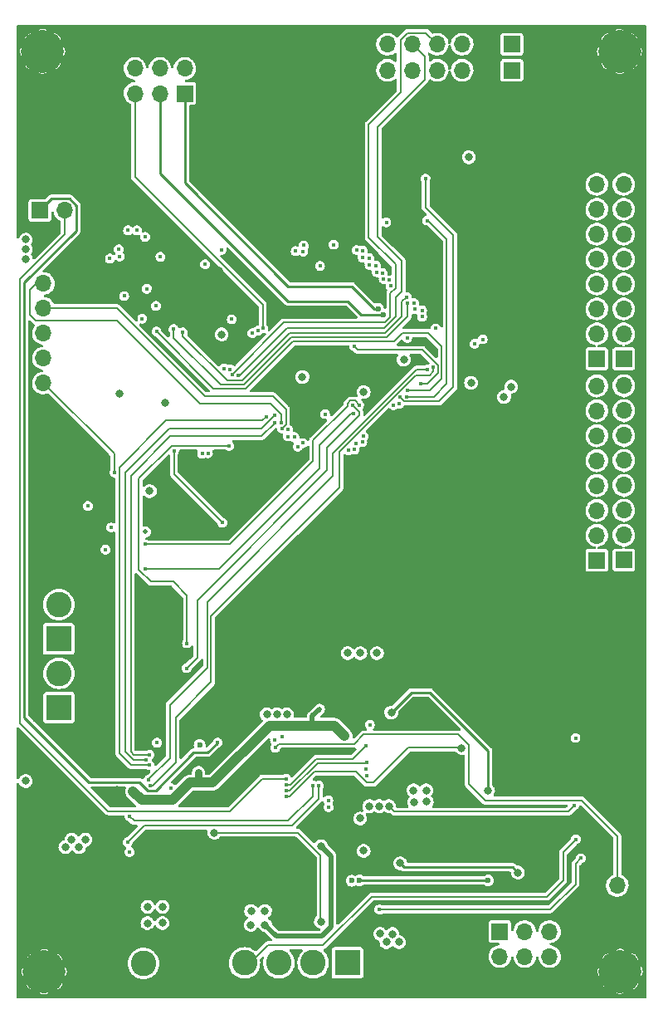
<source format=gbr>
%TF.GenerationSoftware,KiCad,Pcbnew,(6.0.9)*%
%TF.CreationDate,2022-10-31T13:49:50+01:00*%
%TF.ProjectId,marvin_fc_board,6d617276-696e-45f6-9663-5f626f617264,rev?*%
%TF.SameCoordinates,Original*%
%TF.FileFunction,Copper,L2,Inr*%
%TF.FilePolarity,Positive*%
%FSLAX46Y46*%
G04 Gerber Fmt 4.6, Leading zero omitted, Abs format (unit mm)*
G04 Created by KiCad (PCBNEW (6.0.9)) date 2022-10-31 13:49:50*
%MOMM*%
%LPD*%
G01*
G04 APERTURE LIST*
%TA.AperFunction,ComponentPad*%
%ADD10C,0.700000*%
%TD*%
%TA.AperFunction,ComponentPad*%
%ADD11C,4.400000*%
%TD*%
%TA.AperFunction,ComponentPad*%
%ADD12R,1.700000X1.700000*%
%TD*%
%TA.AperFunction,ComponentPad*%
%ADD13O,1.700000X1.700000*%
%TD*%
%TA.AperFunction,ComponentPad*%
%ADD14R,2.600000X2.600000*%
%TD*%
%TA.AperFunction,ComponentPad*%
%ADD15C,2.600000*%
%TD*%
%TA.AperFunction,ViaPad*%
%ADD16C,0.800000*%
%TD*%
%TA.AperFunction,ViaPad*%
%ADD17C,0.400000*%
%TD*%
%TA.AperFunction,ViaPad*%
%ADD18C,0.500000*%
%TD*%
%TA.AperFunction,ViaPad*%
%ADD19C,0.600000*%
%TD*%
%TA.AperFunction,Conductor*%
%ADD20C,0.200000*%
%TD*%
%TA.AperFunction,Conductor*%
%ADD21C,0.500000*%
%TD*%
%TA.AperFunction,Conductor*%
%ADD22C,1.000000*%
%TD*%
%TA.AperFunction,Conductor*%
%ADD23C,0.750000*%
%TD*%
%TA.AperFunction,Conductor*%
%ADD24C,0.250000*%
%TD*%
G04 APERTURE END LIST*
D10*
%TO.N,N/C*%
%TO.C,REF\u002A\u002A*%
X157060000Y-150840000D03*
D11*
%TO.N,GND*%
X155410000Y-150840000D03*
D10*
%TO.N,N/C*%
X155410000Y-149190000D03*
X155410000Y-152490000D03*
X153760000Y-150840000D03*
X154243274Y-152006726D03*
X156576726Y-152006726D03*
X156576726Y-149673274D03*
X154243274Y-149673274D03*
%TD*%
D12*
%TO.N,/PE0*%
%TO.C,J3*%
X155780000Y-108910000D03*
D13*
%TO.N,/PE1*%
X155780000Y-106370000D03*
%TO.N,/PE2*%
X155780000Y-103830000D03*
%TO.N,/PE3*%
X155780000Y-101290000D03*
%TO.N,/PE4*%
X155780000Y-98750000D03*
%TO.N,/PE5*%
X155780000Y-96210000D03*
%TO.N,/PE6*%
X155780000Y-93670000D03*
%TO.N,/PE7*%
X155780000Y-91130000D03*
%TD*%
D14*
%TO.N,+BATT*%
%TO.C,J18*%
X98154444Y-123960136D03*
D15*
%TO.N,Net-(J18-Pad2)*%
X98154444Y-120460136D03*
%TD*%
D10*
%TO.N,N/C*%
%TO.C,REF\u002A\u002A*%
X155340000Y-58700000D03*
D11*
%TO.N,GND*%
X155340000Y-57050000D03*
D10*
%TO.N,N/C*%
X154173274Y-55883274D03*
X154173274Y-58216726D03*
X156990000Y-57050000D03*
X153690000Y-57050000D03*
X156506726Y-58216726D03*
X156506726Y-55883274D03*
X155340000Y-55400000D03*
%TD*%
D12*
%TO.N,GND*%
%TO.C,J4*%
X143134994Y-151874998D03*
D13*
%TO.N,+5VP*%
X143134994Y-149334998D03*
%TO.N,GND*%
X145674994Y-151874998D03*
%TO.N,+5VP*%
X145674994Y-149334998D03*
%TO.N,GND*%
X148214994Y-151874998D03*
%TO.N,+5VP*%
X148214994Y-149334998D03*
%TD*%
D12*
%TO.N,GND*%
%TO.C,J1*%
X96560000Y-93400000D03*
D13*
%TO.N,+3V3*%
X96560000Y-90860000D03*
%TO.N,/SWCLK*%
X96560000Y-88320000D03*
%TO.N,/SWDIO*%
X96560000Y-85780000D03*
%TO.N,/DBG_UART_TX*%
X96560000Y-83240000D03*
%TO.N,/DBG_UART_RX*%
X96560000Y-80700000D03*
%TD*%
D12*
%TO.N,/PE8*%
%TO.C,J7*%
X155770000Y-88390000D03*
D13*
%TO.N,/PE9*%
X155770000Y-85850000D03*
%TO.N,/PE10*%
X155770000Y-83310000D03*
%TO.N,/PE11*%
X155770000Y-80770000D03*
%TO.N,/PE12*%
X155770000Y-78230000D03*
%TO.N,/PE13*%
X155770000Y-75690000D03*
%TO.N,/PE14*%
X155770000Y-73150000D03*
%TO.N,/PE15*%
X155770000Y-70610000D03*
%TD*%
D12*
%TO.N,/PORTA0*%
%TO.C,J2*%
X153030000Y-108930000D03*
D13*
%TO.N,/PORTA1*%
X153030000Y-106390000D03*
%TO.N,/PORTA2*%
X153030000Y-103850000D03*
%TO.N,/PORTA3*%
X153030000Y-101310000D03*
%TO.N,/PORTA4*%
X153030000Y-98770000D03*
%TO.N,/PORTA5*%
X153030000Y-96230000D03*
%TO.N,/PORTA6*%
X153030000Y-93690000D03*
%TO.N,/PORTA7*%
X153030000Y-91150000D03*
%TD*%
D10*
%TO.N,N/C*%
%TO.C,REF\u002A\u002A*%
X97656726Y-58206726D03*
X96490000Y-58690000D03*
X95323274Y-58206726D03*
X95323274Y-55873274D03*
X94840000Y-57040000D03*
X97656726Y-55873274D03*
X98140000Y-57040000D03*
D11*
%TO.N,GND*%
X96490000Y-57040000D03*
D10*
%TO.N,N/C*%
X96490000Y-55390000D03*
%TD*%
D14*
%TO.N,Net-(J17-Pad1)*%
%TO.C,J17*%
X98129444Y-116950136D03*
D15*
%TO.N,+BATT*%
X98129444Y-113450136D03*
%TD*%
D14*
%TO.N,GND*%
%TO.C,J12*%
X103275000Y-150045000D03*
D15*
%TO.N,Net-(C16-Pad1)*%
X106775000Y-150045000D03*
%TD*%
D12*
%TO.N,GND*%
%TO.C,J5*%
X110990000Y-56260000D03*
D13*
%TO.N,+5VP*%
X110990000Y-58800000D03*
%TO.N,GND*%
X108450000Y-56260000D03*
%TO.N,+5VP*%
X108450000Y-58800000D03*
%TO.N,GND*%
X105910000Y-56260000D03*
%TO.N,+5VP*%
X105910000Y-58800000D03*
%TD*%
D12*
%TO.N,/PORTA8*%
%TO.C,J6*%
X153030000Y-88390000D03*
D13*
%TO.N,/PORTA9*%
X153030000Y-85850000D03*
%TO.N,/PORTA10*%
X153030000Y-83310000D03*
%TO.N,/PORTA11*%
X153030000Y-80770000D03*
%TO.N,/PORTA12*%
X153030000Y-78230000D03*
%TO.N,/PORTA13*%
X153030000Y-75690000D03*
%TO.N,/PORTA14*%
X153030000Y-73150000D03*
%TO.N,/PORTA15*%
X153030000Y-70610000D03*
%TD*%
D12*
%TO.N,/PWM0*%
%TO.C,J8*%
X143135000Y-146790000D03*
D13*
%TO.N,/PWM1*%
X145675000Y-146790000D03*
%TO.N,/PWM2*%
X148215000Y-146790000D03*
%TD*%
D12*
%TO.N,/Power supply/UPDI*%
%TO.C,J15*%
X96205000Y-73260000D03*
D13*
%TO.N,/Power supply/TXD*%
X98745000Y-73260000D03*
%TO.N,GND*%
X101285000Y-73260000D03*
%TD*%
D12*
%TO.N,/PWM5*%
%TO.C,J9*%
X110990000Y-61345000D03*
D13*
%TO.N,/PWM4*%
X108450000Y-61345000D03*
%TO.N,/PWM3*%
X105910000Y-61345000D03*
%TD*%
D10*
%TO.N,N/C*%
%TO.C,REF\u002A\u002A*%
X97813726Y-152042726D03*
X97813726Y-149709274D03*
X98297000Y-150876000D03*
X95480274Y-149709274D03*
X95480274Y-152042726D03*
X94997000Y-150876000D03*
X96647000Y-149226000D03*
X96647000Y-152526000D03*
D11*
%TO.N,GND*%
X96647000Y-150876000D03*
%TD*%
D12*
%TO.N,GND*%
%TO.C,J13*%
X152575000Y-142080000D03*
D13*
%TO.N,Net-(J13-Pad2)*%
X155115000Y-142080000D03*
%TD*%
D12*
%TO.N,+5VL*%
%TO.C,J10*%
X144367000Y-56320000D03*
D13*
%TO.N,GND*%
X141827000Y-56320000D03*
%TO.N,Net-(F1-Pad1)*%
X139287000Y-56320000D03*
%TO.N,/UART4.TX*%
X136747000Y-56320000D03*
%TO.N,/UART4.RX*%
X134207000Y-56320000D03*
%TO.N,/EXP1*%
X131667000Y-56320000D03*
%TD*%
D14*
%TO.N,+5VL*%
%TO.C,J14*%
X127590000Y-149980000D03*
D15*
%TO.N,+3V3*%
X124090000Y-149980000D03*
%TO.N,+5VP*%
X120590000Y-149980000D03*
%TO.N,+BATT*%
X117090000Y-149980000D03*
%TO.N,GND*%
X113590000Y-149980000D03*
%TD*%
D12*
%TO.N,+5VL*%
%TO.C,J11*%
X144370000Y-58980000D03*
D13*
%TO.N,GND*%
X141830000Y-58980000D03*
%TO.N,Net-(F2-Pad1)*%
X139290000Y-58980000D03*
%TO.N,/USART6.TX*%
X136750000Y-58980000D03*
%TO.N,/USART6.RX*%
X134210000Y-58980000D03*
%TO.N,/EXP2*%
X131670000Y-58980000D03*
%TD*%
D16*
%TO.N,GND*%
X128066800Y-111937800D03*
X133146800Y-145338800D03*
D17*
X113385600Y-133019800D03*
D16*
X121005600Y-89128600D03*
D17*
X129850000Y-90700000D03*
D18*
X123190000Y-98094800D03*
D17*
X133654800Y-99644200D03*
D16*
X114452400Y-80772000D03*
X122682000Y-139319000D03*
X142468600Y-74803000D03*
X115200000Y-138100000D03*
X122682000Y-144780000D03*
X121285000Y-139319000D03*
X128092200Y-100507800D03*
X123494800Y-114020600D03*
X121285000Y-144780000D03*
X125700000Y-83650000D03*
X132283200Y-113766600D03*
D18*
X117678200Y-87016700D03*
D16*
X113792000Y-102108000D03*
X135600000Y-123750000D03*
X143078200Y-128905000D03*
X147600000Y-87750000D03*
X98425000Y-143256000D03*
X122809000Y-128473200D03*
X128117600Y-101879400D03*
X132765800Y-130886200D03*
D18*
X135737600Y-86995000D03*
D19*
X113328696Y-130081100D03*
D17*
X125044200Y-76174600D03*
D16*
X119200000Y-138176000D03*
X104089200Y-132334000D03*
X107693444Y-118664136D03*
X128041400Y-115798600D03*
X140350000Y-101250000D03*
X122682000Y-143637000D03*
X123494800Y-115925600D03*
X96266000Y-143256000D03*
X132283200Y-115722400D03*
X132308600Y-111861600D03*
X125800000Y-89450000D03*
X122682000Y-138176000D03*
X123545600Y-111937800D03*
X114477800Y-79425800D03*
D17*
X111480600Y-133070600D03*
D16*
X121350000Y-83600000D03*
X121285000Y-138176000D03*
X132867400Y-132334000D03*
X128041400Y-113842800D03*
D17*
X132511800Y-94183200D03*
D16*
X121285000Y-143637000D03*
X97282000Y-143256000D03*
X107693444Y-121204136D03*
X135575000Y-124750000D03*
D17*
%TO.N,Net-(C6-Pad2)*%
X115785467Y-84366533D03*
D16*
%TO.N,/VDDA*%
X133330000Y-88470000D03*
D17*
%TO.N,/VREF*%
X135050000Y-90899500D03*
X128250000Y-87100000D03*
D16*
%TO.N,+3V3*%
X139979400Y-67843400D03*
X130800000Y-134000000D03*
D17*
X109601000Y-132181600D03*
X133684669Y-86277105D03*
D16*
X140195008Y-90850792D03*
D17*
X131546600Y-74484500D03*
D18*
X106977800Y-106026600D03*
D17*
X126187200Y-76758800D03*
D16*
X114731800Y-85902800D03*
D17*
X150723600Y-133934200D03*
X125298200Y-94030800D03*
X106650000Y-84300000D03*
D16*
X129235200Y-91770200D03*
D17*
X103784400Y-99974400D03*
D16*
X122990000Y-90250000D03*
D17*
X106940000Y-75960000D03*
D16*
X129800000Y-134000000D03*
D17*
X108153200Y-127533400D03*
X113050000Y-78750000D03*
D16*
X131800000Y-134000000D03*
%TO.N,VBUS*%
X108712000Y-144272000D03*
X119176800Y-144678400D03*
X98806000Y-138176000D03*
X134400000Y-133600000D03*
X124908022Y-138091978D03*
X135675000Y-133550000D03*
X132860000Y-147860000D03*
X119176800Y-146100800D03*
X107175000Y-145925000D03*
X135610600Y-132384800D03*
X99441000Y-137414000D03*
X108712000Y-145923000D03*
X117754400Y-144678400D03*
X107188000Y-144272000D03*
X134332200Y-132384800D03*
X130920000Y-147020000D03*
X131560000Y-147870000D03*
X100203000Y-138176000D03*
X132180000Y-147030000D03*
X100838000Y-137414000D03*
X117703600Y-146100800D03*
D19*
%TO.N,/Power supply/5V*%
X112500000Y-127750000D03*
X112395000Y-130581100D03*
D16*
X105714800Y-132485200D03*
X127297900Y-126847600D03*
D17*
X113351057Y-98014257D03*
X130840000Y-144530000D03*
X124739400Y-124104400D03*
X151409400Y-139319000D03*
D16*
%TO.N,Net-(C20-Pad1)*%
X113995200Y-136702800D03*
X124866400Y-145770600D03*
%TO.N,+BATT*%
X94742000Y-131445000D03*
D17*
X150901400Y-137388600D03*
D16*
%TO.N,/Power supply/Medium Power Converter A/VOUT*%
X141933448Y-132435600D03*
X132054600Y-124460000D03*
%TO.N,/Power supply/Medium Power Converter B/VOUT*%
X132969000Y-139827000D03*
X144975500Y-140766800D03*
D17*
%TO.N,/DBG_UART_RX*%
X120802273Y-94917636D03*
D16*
%TO.N,+5VP*%
X120400000Y-124650000D03*
X121400000Y-124640000D03*
X94760000Y-77240000D03*
X94770000Y-78240000D03*
X94760000Y-76240000D03*
X119360000Y-124650000D03*
D17*
%TO.N,/PWM3*%
X118973449Y-85281118D03*
D19*
%TO.N,/PWM4*%
X131253369Y-83904909D03*
%TO.N,/PWM5*%
X130700000Y-83280409D03*
D16*
%TO.N,+5VL*%
X128900000Y-118400000D03*
D17*
X150850600Y-127050800D03*
D16*
X127600000Y-118400000D03*
X130600000Y-118400000D03*
D17*
%TO.N,/UART4.TX*%
X115821661Y-90023652D03*
%TO.N,/UART4.RX*%
X116411851Y-90128911D03*
%TO.N,/Power supply/UPDI*%
X114340000Y-127520000D03*
%TO.N,/TF_CS*%
X114833400Y-105105200D03*
X109890000Y-97780000D03*
X135204200Y-84109700D03*
%TO.N,/SPI3.MOSI*%
X120200000Y-94900000D03*
X107380000Y-128770000D03*
%TO.N,/SPI3.SCK*%
X107391200Y-129819400D03*
X119301400Y-94307800D03*
%TO.N,/SPI3.MISO*%
X120145300Y-94161100D03*
D16*
X143567000Y-92278800D03*
D17*
X107060515Y-129319349D03*
%TO.N,/NRST*%
X132288091Y-93131691D03*
D16*
X107414800Y-101881600D03*
D17*
%TO.N,Net-(JP3-Pad2)*%
X104800000Y-82000000D03*
%TO.N,/I2C2.SCL*%
X129121800Y-77371800D03*
X106100000Y-75300000D03*
%TO.N,/I2C2.SDA*%
X128509112Y-77309113D03*
X105200000Y-75300000D03*
%TO.N,Net-(JP5-Pad2)*%
X107100000Y-81250000D03*
%TO.N,/BTN0*%
X118423663Y-85520155D03*
D16*
X108991400Y-92887800D03*
D17*
%TO.N,/SPI2.MISO*%
X123060578Y-77472422D03*
%TO.N,/PSU_ALERT*%
X136296400Y-89255600D03*
X107487646Y-131883845D03*
%TO.N,/SPI2.MOSI*%
X122300978Y-77419222D03*
%TO.N,/PSU_CS*%
X107289600Y-131318000D03*
X135737600Y-89484200D03*
%TO.N,/SPI2.SCK*%
X123139200Y-76835000D03*
%TO.N,/PYRO2_TRIG*%
X128092200Y-93167200D03*
X111180464Y-119934136D03*
%TO.N,/PYRO1_TRIG*%
X115513641Y-97262159D03*
X111205864Y-117394136D03*
%TO.N,Net-(R1-Pad2)*%
X121533407Y-95600009D03*
%TO.N,/BTN1*%
X115620800Y-89458800D03*
D16*
X104292400Y-91922600D03*
D19*
%TO.N,/Power supply/V5P_EN*%
X128016000Y-141605000D03*
D17*
%TO.N,Net-(J13-Pad2)*%
X120233300Y-128031100D03*
%TO.N,/Power supply/VBAT_EN*%
X105359200Y-138684000D03*
%TO.N,/Power supply/ALERT1*%
X129550000Y-129550000D03*
X121350000Y-132450497D03*
%TO.N,/Power supply/ALERT2*%
X129438400Y-127863600D03*
X121350000Y-131800000D03*
%TO.N,/I2C1.SDA*%
X140538200Y-86868000D03*
X122163961Y-96382962D03*
%TO.N,/I2C1.SCL*%
X141379593Y-86407607D03*
X121523420Y-96316396D03*
%TO.N,/PYRO1_SENSE*%
X106959400Y-109855000D03*
X128240358Y-93992265D03*
%TO.N,/PYRO2_SENSE*%
X106959400Y-107315000D03*
X128778000Y-93116400D03*
%TO.N,/Power supply/V5L_EN*%
X121350000Y-133050000D03*
D16*
X139242800Y-128066800D03*
D19*
%TO.N,/Power supply/3V3L_EN*%
X128814597Y-141566972D03*
X141935995Y-141572533D03*
D17*
%TO.N,/PE2*%
X127693675Y-97736407D03*
%TO.N,/PE3*%
X128306834Y-97643166D03*
%TO.N,/PE4*%
X128484819Y-97065181D03*
%TO.N,/PE5*%
X129100000Y-96880500D03*
%TO.N,/PE6*%
X129206230Y-96288108D03*
D16*
%TO.N,/FLASH_CS*%
X144277000Y-91238800D03*
D17*
X136600000Y-85300000D03*
%TO.N,/Marvin Peripherals Deck/I2CF_SCL*%
X104344565Y-77967859D03*
%TO.N,/RADIO_CS*%
X132867823Y-92979000D03*
X114731800Y-77300877D03*
%TO.N,/RADIO_RST*%
X135550000Y-70050000D03*
X132922612Y-92327388D03*
%TO.N,/RADIO_INT*%
X133600000Y-92250000D03*
X135700000Y-74300000D03*
%TO.N,/SPI1.SCK*%
X103477857Y-105577857D03*
X135204200Y-83464400D03*
%TO.N,/SPI1.MISO*%
X134478253Y-83348053D03*
X102900000Y-107850000D03*
%TO.N,/SPI1.MOSI*%
X101100000Y-103400000D03*
X134391400Y-82727800D03*
%TO.N,/Marvin Peripherals Deck/I2CF_SDA*%
X104250000Y-77250000D03*
%TO.N,/PE7*%
X131978200Y-80978200D03*
%TO.N,/PE8*%
X131864155Y-80389647D03*
%TO.N,/PE9*%
X131284954Y-80234954D03*
%TO.N,/PE10*%
X131144481Y-79652142D03*
%TO.N,/PE11*%
X130553200Y-79553200D03*
%TO.N,/PE12*%
X130489397Y-78893719D03*
%TO.N,/PE13*%
X129838358Y-78838358D03*
%TO.N,/PE14*%
X129809929Y-78140071D03*
%TO.N,/PE15*%
X129141927Y-78091926D03*
%TO.N,/IMU_INT*%
X124782760Y-78920506D03*
X103350000Y-78175000D03*
%TO.N,/SWDIO*%
X117881400Y-85775800D03*
%TO.N,/SWCLK*%
X114984611Y-89388588D03*
%TO.N,/DBG_UART_TX*%
X120900000Y-95500000D03*
%TO.N,/PE0*%
X122525995Y-97357829D03*
%TO.N,/PE1*%
X123034637Y-96985344D03*
D16*
%TO.N,/Power supply/3V3_SENSE-*%
X128879600Y-135255000D03*
%TO.N,/Power supply/3V3_SENSE+*%
X129235200Y-138557000D03*
D17*
%TO.N,/Power supply/V5L_SENSE-*%
X129500000Y-130250000D03*
%TO.N,/Power supply/V5L_SENSE+*%
X129550000Y-130900000D03*
%TO.N,/Power supply/VBAT_SENSE+*%
X124652690Y-131899359D03*
X105156000Y-137668000D03*
%TO.N,/Power supply/VBAT_SENSE-*%
X124053200Y-131903200D03*
X105333800Y-135026400D03*
%TO.N,/Power supply/V5P_SENSE+*%
X125650000Y-134100000D03*
%TO.N,/Power supply/V5P_SENSE-*%
X125628400Y-133400800D03*
%TO.N,/Power supply/TXD*%
X121336336Y-131200653D03*
%TO.N,/Power supply/Sensor Array/TEMP_2*%
X129875000Y-125700000D03*
X120192800Y-127254000D03*
%TO.N,/Power supply/Sensor Array/TEMP_3*%
X120929400Y-126923748D03*
X112750600Y-98069400D03*
%TO.N,/Marvin Peripherals Deck/DRDY*%
X108500000Y-77990500D03*
X108050000Y-83000000D03*
%TO.N,/R*%
X133678200Y-91621800D03*
X108100000Y-85600000D03*
%TO.N,/G*%
X133720700Y-82692100D03*
X109850000Y-85350000D03*
%TO.N,/B*%
X110794800Y-85699600D03*
X133637854Y-82098349D03*
%TD*%
D20*
%TO.N,/VREF*%
X135250000Y-87500000D02*
X128650000Y-87500000D01*
X128650000Y-87500000D02*
X128250000Y-87100000D01*
X136796400Y-89046400D02*
X135250000Y-87500000D01*
X135736514Y-90899500D02*
X136796400Y-89839614D01*
X135050000Y-90899500D02*
X135736514Y-90899500D01*
X136796400Y-89839614D02*
X136796400Y-89046400D01*
%TO.N,+3V3*%
X132358000Y-134558000D02*
X131800000Y-134000000D01*
X150723600Y-133934200D02*
X150099800Y-134558000D01*
X150099800Y-134558000D02*
X132358000Y-134558000D01*
X103784400Y-99974400D02*
X103784400Y-98084400D01*
X103784400Y-98084400D02*
X96560000Y-90860000D01*
D21*
%TO.N,VBUS*%
X120345200Y-147269200D02*
X124968000Y-147269200D01*
X119176800Y-146100800D02*
X120345200Y-147269200D01*
X125900000Y-139083956D02*
X124908022Y-138091978D01*
X125900000Y-146337200D02*
X125900000Y-139083956D01*
X124968000Y-147269200D02*
X125900000Y-146337200D01*
D22*
%TO.N,/Power supply/5V*%
X126256500Y-125806200D02*
X127297900Y-126847600D01*
X124002800Y-125697200D02*
X124111800Y-125806200D01*
D20*
X130840000Y-144530000D02*
X130859125Y-144510875D01*
D22*
X106605000Y-133375400D02*
X109728000Y-133375400D01*
X112395000Y-131605000D02*
X113835200Y-131605000D01*
D20*
X130859125Y-144510875D02*
X148300325Y-144510875D01*
X148300325Y-144510875D02*
X150850600Y-141960600D01*
D22*
X113835200Y-131605000D02*
X119634000Y-125806200D01*
D23*
X112395000Y-131605000D02*
X112395000Y-130581100D01*
D20*
X150850600Y-139877800D02*
X151409400Y-139319000D01*
D22*
X123893800Y-125806200D02*
X124002800Y-125697200D01*
D21*
X124002800Y-124841000D02*
X124002800Y-125697200D01*
D22*
X105714800Y-132485200D02*
X106605000Y-133375400D01*
X124111800Y-125806200D02*
X126256500Y-125806200D01*
X109728000Y-133375400D02*
X111498400Y-131605000D01*
D21*
X124739400Y-124104400D02*
X124002800Y-124841000D01*
D22*
X111498400Y-131605000D02*
X112395000Y-131605000D01*
D20*
X150850600Y-141960600D02*
X150850600Y-139877800D01*
D22*
X119634000Y-125806200D02*
X123893800Y-125806200D01*
D20*
%TO.N,Net-(C20-Pad1)*%
X124841000Y-145745200D02*
X124841000Y-139014200D01*
X124841000Y-139014200D02*
X122529600Y-136702800D01*
X122529600Y-136702800D02*
X113995200Y-136702800D01*
X124866400Y-145770600D02*
X124841000Y-145745200D01*
%TO.N,+BATT*%
X149600000Y-138690000D02*
X149600000Y-141560200D01*
X119466400Y-148183600D02*
X117110000Y-150540000D01*
X125095000Y-148183600D02*
X119466400Y-148183600D01*
X150901400Y-137388600D02*
X149600000Y-138690000D01*
X149600000Y-141560200D02*
X147929600Y-143230600D01*
X130048000Y-143230600D02*
X125095000Y-148183600D01*
X147929600Y-143230600D02*
X130048000Y-143230600D01*
D24*
%TO.N,/Power supply/Medium Power Converter A/VOUT*%
X141933448Y-128344448D02*
X136014000Y-122425000D01*
X141933448Y-132435600D02*
X141933448Y-128344448D01*
X136014000Y-122425000D02*
X134089600Y-122425000D01*
X134089600Y-122425000D02*
X132054600Y-124460000D01*
%TO.N,/Power supply/Medium Power Converter B/VOUT*%
X144438700Y-140230000D02*
X133372000Y-140230000D01*
X144975500Y-140766800D02*
X144438700Y-140230000D01*
X133372000Y-140230000D02*
X132969000Y-139827000D01*
D20*
%TO.N,/DBG_UART_RX*%
X120802273Y-94917636D02*
X120802273Y-94030673D01*
X95830000Y-80700000D02*
X96560000Y-80700000D01*
X95783400Y-84480400D02*
X95173800Y-83870800D01*
X95173800Y-83870800D02*
X95173800Y-81356200D01*
X120802273Y-94030673D02*
X119721600Y-92950000D01*
X95173800Y-81356200D02*
X95830000Y-80700000D01*
X119721600Y-92950000D02*
X112533400Y-92950000D01*
X104063800Y-84480400D02*
X95783400Y-84480400D01*
X112533400Y-92950000D02*
X104063800Y-84480400D01*
%TO.N,/PWM3*%
X118973449Y-85281118D02*
X118950000Y-85257669D01*
X118950000Y-82907400D02*
X105910000Y-69867400D01*
X118950000Y-85257669D02*
X118950000Y-82907400D01*
X105910000Y-69867400D02*
X105910000Y-61345000D01*
D24*
%TO.N,/PWM4*%
X127624600Y-82524600D02*
X121488200Y-82524600D01*
X121488200Y-82524600D02*
X108450000Y-69486400D01*
X108450000Y-69486400D02*
X108450000Y-61345000D01*
X131253369Y-83904909D02*
X129004909Y-83904909D01*
X129004909Y-83904909D02*
X127624600Y-82524600D01*
%TO.N,/PWM5*%
X130700000Y-83280409D02*
X130330409Y-83280409D01*
X128050000Y-81000000D02*
X121550000Y-81000000D01*
X130330409Y-83280409D02*
X128050000Y-81000000D01*
X110990000Y-70440000D02*
X110990000Y-61345000D01*
X121550000Y-81000000D02*
X110990000Y-70440000D01*
D20*
%TO.N,/UART4.TX*%
X115821661Y-90023652D02*
X115821661Y-89965046D01*
X133019800Y-61230200D02*
X133019800Y-55880854D01*
X135597000Y-55170000D02*
X136747000Y-56320000D01*
X131389950Y-84700000D02*
X131950000Y-84139950D01*
X133019800Y-55880854D02*
X133730654Y-55170000D01*
X129765743Y-64484257D02*
X133019800Y-61230200D01*
X129765743Y-76065743D02*
X129765743Y-64484257D01*
X132478200Y-78778200D02*
X129765743Y-76065743D01*
X121086707Y-84700000D02*
X131389950Y-84700000D01*
X115821661Y-89965046D02*
X121086707Y-84700000D01*
X131950000Y-84139950D02*
X131950000Y-81713507D01*
X131950000Y-81713507D02*
X132478200Y-81185307D01*
X132478200Y-81185307D02*
X132478200Y-78778200D01*
X133730654Y-55170000D02*
X135597000Y-55170000D01*
%TO.N,/UART4.RX*%
X133100000Y-81550000D02*
X133100000Y-78400000D01*
X116571089Y-90128911D02*
X121400000Y-85300000D01*
X132550000Y-84105636D02*
X132550000Y-82100000D01*
X130650000Y-64750000D02*
X135483600Y-59916400D01*
X132550000Y-82100000D02*
X133100000Y-81550000D01*
X133100000Y-78400000D02*
X130650000Y-75950000D01*
X116411851Y-90128911D02*
X116571089Y-90128911D01*
X130650000Y-75950000D02*
X130650000Y-64750000D01*
X121400000Y-85300000D02*
X131355636Y-85300000D01*
X135483600Y-59916400D02*
X135483600Y-57596600D01*
X135483600Y-57596600D02*
X134207000Y-56320000D01*
X131355636Y-85300000D02*
X132550000Y-84105636D01*
D24*
%TO.N,/Power supply/UPDI*%
X101193600Y-131546600D02*
X94608200Y-124961200D01*
X97380000Y-72085000D02*
X96205000Y-73260000D01*
X108027555Y-132408845D02*
X107186645Y-132408845D01*
X99231701Y-72085000D02*
X97380000Y-72085000D01*
X114300000Y-127584200D02*
X113326400Y-128557800D01*
X113326400Y-128557800D02*
X111878600Y-128557800D01*
X99920000Y-75330000D02*
X99920000Y-72773299D01*
X94608200Y-124961200D02*
X94608200Y-80641800D01*
X114300000Y-127533400D02*
X114300000Y-127584200D01*
X99920000Y-72773299D02*
X99231701Y-72085000D01*
X111878600Y-128557800D02*
X108027555Y-132408845D01*
X94608200Y-80641800D02*
X99920000Y-75330000D01*
X106324400Y-131546600D02*
X101193600Y-131546600D01*
X107186645Y-132408845D02*
X106324400Y-131546600D01*
D20*
%TO.N,/TF_CS*%
X109890000Y-100161800D02*
X114833400Y-105105200D01*
X109890000Y-97780000D02*
X109890000Y-100161800D01*
%TO.N,/SPI3.MOSI*%
X107380000Y-128770000D02*
X105785686Y-128770000D01*
X105785686Y-128770000D02*
X105473400Y-128457714D01*
X109531200Y-96259600D02*
X118834033Y-96259600D01*
X118834033Y-96259600D02*
X120203397Y-94890236D01*
X105473400Y-128457714D02*
X105473400Y-100317400D01*
X105473400Y-100317400D02*
X109531200Y-96259600D01*
%TO.N,/SPI3.SCK*%
X104300000Y-128600000D02*
X105519400Y-129819400D01*
X104300000Y-99500000D02*
X104300000Y-128600000D01*
X119301400Y-94307800D02*
X118909200Y-94700000D01*
X105519400Y-129819400D02*
X107391200Y-129819400D01*
X109100000Y-94700000D02*
X104300000Y-99500000D01*
X118909200Y-94700000D02*
X109100000Y-94700000D01*
%TO.N,/SPI3.MISO*%
X105769349Y-129319349D02*
X107060515Y-129319349D01*
X120145300Y-94161100D02*
X120145300Y-94171007D01*
X104900000Y-128450000D02*
X105769349Y-129319349D01*
X109400000Y-95500000D02*
X104900000Y-100000000D01*
X104900000Y-100000000D02*
X104900000Y-128450000D01*
X120145300Y-94171007D02*
X118816307Y-95500000D01*
X118816307Y-95500000D02*
X109400000Y-95500000D01*
%TO.N,/PSU_ALERT*%
X113658600Y-114621400D02*
X126760000Y-101520000D01*
X134560000Y-90050000D02*
X135949618Y-90050000D01*
X135949618Y-90050000D02*
X136296400Y-89703218D01*
X110058200Y-124967442D02*
X113658600Y-121367042D01*
X110058200Y-129565400D02*
X110058200Y-124967442D01*
X126760000Y-97850000D02*
X134560000Y-90050000D01*
X107739755Y-131883845D02*
X110058200Y-129565400D01*
X113658600Y-121367042D02*
X113658600Y-114621400D01*
X136296400Y-89703218D02*
X136296400Y-89255600D01*
X126760000Y-101520000D02*
X126760000Y-97850000D01*
X107487646Y-131883845D02*
X107739755Y-131883845D01*
%TO.N,/PSU_CS*%
X126080000Y-100354314D02*
X126080000Y-98080000D01*
X107289600Y-131267200D02*
X109448600Y-129108200D01*
X109448600Y-129108200D02*
X109448600Y-123672600D01*
X126080000Y-98080000D02*
X134675800Y-89484200D01*
X109448600Y-123672600D02*
X113258600Y-119862600D01*
X134675800Y-89484200D02*
X135737600Y-89484200D01*
X107289600Y-131318000D02*
X107289600Y-131267200D01*
X113258600Y-119862600D02*
X113258600Y-113175714D01*
X113258600Y-113175714D02*
X126080000Y-100354314D01*
%TO.N,/PYRO2_TRIG*%
X128803400Y-94181804D02*
X128803400Y-93848200D01*
X125520000Y-97465204D02*
X128803400Y-94181804D01*
X112268000Y-118846600D02*
X112268000Y-113032000D01*
X128803400Y-93848200D02*
X128122400Y-93167200D01*
X112268000Y-113032000D02*
X125520000Y-99780000D01*
X125520000Y-99780000D02*
X125520000Y-97465204D01*
X111180464Y-119934136D02*
X112268000Y-118846600D01*
X128122400Y-93167200D02*
X128092200Y-93167200D01*
%TO.N,/PYRO1_TRIG*%
X111205864Y-117394136D02*
X111205864Y-112530864D01*
X106299000Y-100601000D02*
X109637841Y-97262159D01*
X106299000Y-109901707D02*
X106299000Y-100601000D01*
X109800000Y-111125000D02*
X107522293Y-111125000D01*
X111205864Y-112530864D02*
X109800000Y-111125000D01*
X107522293Y-111125000D02*
X106299000Y-109901707D01*
X109637841Y-97262159D02*
X115513641Y-97262159D01*
%TO.N,Net-(J13-Pad2)*%
X138865950Y-126700000D02*
X139942800Y-127776850D01*
X155115000Y-137055600D02*
X155115000Y-142080000D01*
X129250000Y-126700000D02*
X138865950Y-126700000D01*
X120233300Y-128031100D02*
X120607200Y-127657200D01*
X151493600Y-133434200D02*
X155115000Y-137055600D01*
X139942800Y-131713200D02*
X141663800Y-133434200D01*
X139942800Y-127776850D02*
X139942800Y-131713200D01*
X120607200Y-127657200D02*
X128292800Y-127657200D01*
X128292800Y-127657200D02*
X129250000Y-126700000D01*
X141663800Y-133434200D02*
X151493600Y-133434200D01*
%TO.N,/Power supply/ALERT1*%
X129509200Y-129590800D02*
X124543086Y-129590800D01*
X124543086Y-129590800D02*
X121683389Y-132450497D01*
X129550000Y-129550000D02*
X129509200Y-129590800D01*
X121683389Y-132450497D02*
X121350000Y-132450497D01*
%TO.N,/Power supply/ALERT2*%
X128111200Y-129190800D02*
X129438400Y-127863600D01*
X124377400Y-129190800D02*
X128111200Y-129190800D01*
X121768200Y-131800000D02*
X124377400Y-129190800D01*
X121350000Y-131800000D02*
X121768200Y-131800000D01*
%TO.N,/PYRO1_SENSE*%
X114460000Y-109850000D02*
X124764800Y-99545200D01*
X106959400Y-109855000D02*
X106964400Y-109850000D01*
X106964400Y-109850000D02*
X114460000Y-109850000D01*
X127957735Y-93992265D02*
X128240358Y-93992265D01*
X124764800Y-99545200D02*
X124764800Y-97185200D01*
X124764800Y-97185200D02*
X127957735Y-93992265D01*
%TO.N,/PYRO2_SENSE*%
X127592200Y-92960093D02*
X127885093Y-92667200D01*
X127885093Y-92667200D02*
X128328800Y-92667200D01*
X115605000Y-107315000D02*
X124080000Y-98840000D01*
X106959400Y-107315000D02*
X115605000Y-107315000D01*
X124080000Y-98840000D02*
X124080000Y-96710000D01*
X124080000Y-96710000D02*
X127592200Y-93197800D01*
X127592200Y-93197800D02*
X127592200Y-92960093D01*
X128328800Y-92667200D02*
X128778000Y-93116400D01*
%TO.N,/Power supply/V5L_EN*%
X128422400Y-130479800D02*
X129542600Y-131600000D01*
X121649572Y-133050000D02*
X124219772Y-130479800D01*
X133807200Y-128041400D02*
X139217400Y-128041400D01*
X130248600Y-131600000D02*
X133807200Y-128041400D01*
X129542600Y-131600000D02*
X130248600Y-131600000D01*
X124219772Y-130479800D02*
X128422400Y-130479800D01*
X139217400Y-128041400D02*
X139242800Y-128066800D01*
X121350000Y-133050000D02*
X121649572Y-133050000D01*
D24*
%TO.N,/Power supply/3V3L_EN*%
X128817605Y-141569980D02*
X141933442Y-141569980D01*
X128814597Y-141566972D02*
X128817605Y-141569980D01*
X141933442Y-141569980D02*
X141935995Y-141572533D01*
D20*
%TO.N,/RADIO_RST*%
X133345930Y-92750000D02*
X132923318Y-92327388D01*
X138400000Y-91300000D02*
X136950000Y-92750000D01*
X132923318Y-92327388D02*
X132922612Y-92327388D01*
X135550000Y-70050000D02*
X135550000Y-72964400D01*
X138400000Y-75814400D02*
X138400000Y-91300000D01*
X135550000Y-72964400D02*
X138400000Y-75814400D01*
X136950000Y-92750000D02*
X133345930Y-92750000D01*
%TO.N,/RADIO_INT*%
X133600000Y-92250000D02*
X136426200Y-92250000D01*
X136426200Y-92250000D02*
X137718800Y-90957400D01*
X137718800Y-76174600D02*
X135844200Y-74300000D01*
X137718800Y-90957400D02*
X137718800Y-76174600D01*
X135844200Y-74300000D02*
X135700000Y-74300000D01*
%TO.N,/DBG_UART_TX*%
X120914481Y-95512535D02*
X121310400Y-95116616D01*
X121310400Y-93560400D02*
X119950000Y-92200000D01*
X121310400Y-95116616D02*
X121310400Y-93560400D01*
X119950000Y-92200000D02*
X113028000Y-92200000D01*
X104068000Y-83240000D02*
X96560000Y-83240000D01*
X113028000Y-92200000D02*
X104068000Y-83240000D01*
%TO.N,/Power supply/VBAT_SENSE+*%
X121920000Y-135991600D02*
X106832400Y-135991600D01*
X106832400Y-135991600D02*
X105156000Y-137668000D01*
X124652690Y-131899359D02*
X124652690Y-133258910D01*
X124652690Y-133258910D02*
X121920000Y-135991600D01*
%TO.N,/Power supply/VBAT_SENSE-*%
X105333800Y-135026400D02*
X105807400Y-135500000D01*
X105807400Y-135500000D02*
X121548000Y-135500000D01*
X124053200Y-132994800D02*
X124053200Y-131903200D01*
X121548000Y-135500000D02*
X124053200Y-132994800D01*
%TO.N,/Power supply/TXD*%
X118862347Y-131200653D02*
X115544600Y-134518400D01*
X94183200Y-80291800D02*
X98745000Y-75730000D01*
X115544600Y-134518400D02*
X103174800Y-134518400D01*
X98745000Y-75730000D02*
X98745000Y-73260000D01*
X94183200Y-125526800D02*
X94183200Y-80291800D01*
X121336336Y-131200653D02*
X118862347Y-131200653D01*
X103174800Y-134518400D02*
X94183200Y-125526800D01*
%TO.N,/R*%
X135800000Y-85750000D02*
X133200000Y-85750000D01*
X135978200Y-91621800D02*
X137200000Y-90400000D01*
X113928911Y-91428911D02*
X108100000Y-85600000D01*
X132350000Y-86600000D02*
X122037743Y-86600000D01*
X117208831Y-91428911D02*
X113928911Y-91428911D01*
X122037743Y-86600000D02*
X117208831Y-91428911D01*
X133200000Y-85750000D02*
X132350000Y-86600000D01*
X137200000Y-87150000D02*
X135800000Y-85750000D01*
X137200000Y-90400000D02*
X137200000Y-87150000D01*
X133678200Y-91621800D02*
X135978200Y-91621800D01*
%TO.N,/G*%
X131587006Y-86200000D02*
X121872057Y-86200000D01*
X121872057Y-86200000D02*
X117043146Y-91028911D01*
X114628911Y-91028911D02*
X109850000Y-86250000D01*
X109850000Y-86250000D02*
X109850000Y-85350000D01*
X117043146Y-91028911D02*
X114628911Y-91028911D01*
X133720700Y-82692100D02*
X133720700Y-84066307D01*
X133720700Y-84066307D02*
X131587006Y-86200000D01*
%TO.N,/B*%
X110794800Y-86094800D02*
X115328911Y-90628911D01*
X133150000Y-84071321D02*
X133150000Y-82550000D01*
X110794800Y-85699600D02*
X110794800Y-86094800D01*
X131421321Y-85800000D02*
X133150000Y-84071321D01*
X115328911Y-90628911D02*
X116877461Y-90628911D01*
X133150000Y-82550000D02*
X133601651Y-82098349D01*
X133601651Y-82098349D02*
X133637854Y-82098349D01*
X116877461Y-90628911D02*
X121706372Y-85800000D01*
X121706372Y-85800000D02*
X131421321Y-85800000D01*
%TD*%
%TA.AperFunction,Conductor*%
%TO.N,GND*%
G36*
X158036621Y-54395502D02*
G01*
X158083114Y-54449158D01*
X158094500Y-54501500D01*
X158094500Y-153498500D01*
X158074498Y-153566621D01*
X158020842Y-153613114D01*
X157968500Y-153624500D01*
X93971500Y-153624500D01*
X93903379Y-153604498D01*
X93856886Y-153550842D01*
X93845500Y-153498500D01*
X93845500Y-150869138D01*
X94341758Y-150869138D01*
X94359035Y-151025633D01*
X94413143Y-151173490D01*
X94417380Y-151179796D01*
X94417382Y-151179799D01*
X94439830Y-151213205D01*
X94500958Y-151304172D01*
X94519357Y-151320914D01*
X94606282Y-151400009D01*
X94617410Y-151410135D01*
X94624085Y-151413759D01*
X94749099Y-151481637D01*
X94749101Y-151481638D01*
X94755776Y-151485262D01*
X94763125Y-151487190D01*
X94792989Y-151495025D01*
X94848922Y-151509698D01*
X94851586Y-151510397D01*
X94912402Y-151547031D01*
X94943757Y-151610728D01*
X94935698Y-151681265D01*
X94922699Y-151704724D01*
X94907147Y-151726851D01*
X94907144Y-151726857D01*
X94902775Y-151733074D01*
X94845583Y-151879765D01*
X94844592Y-151887294D01*
X94826524Y-152024533D01*
X94825032Y-152035864D01*
X94842309Y-152192359D01*
X94896417Y-152340216D01*
X94900654Y-152346522D01*
X94900656Y-152346525D01*
X94933118Y-152394833D01*
X94984232Y-152470898D01*
X95100684Y-152576861D01*
X95107359Y-152580485D01*
X95232373Y-152648363D01*
X95232375Y-152648364D01*
X95239050Y-152651988D01*
X95246399Y-152653916D01*
X95383993Y-152690013D01*
X95383995Y-152690013D01*
X95391343Y-152691941D01*
X95474654Y-152693250D01*
X95541172Y-152694295D01*
X95541175Y-152694295D01*
X95548769Y-152694414D01*
X95702242Y-152659264D01*
X95802835Y-152608671D01*
X95831280Y-152594365D01*
X95901125Y-152581627D01*
X95966768Y-152608671D01*
X96007370Y-152666912D01*
X96008519Y-152670955D01*
X96009035Y-152675633D01*
X96063143Y-152823490D01*
X96067380Y-152829796D01*
X96067382Y-152829799D01*
X96107709Y-152889811D01*
X96150958Y-152954172D01*
X96267410Y-153060135D01*
X96274085Y-153063759D01*
X96399099Y-153131637D01*
X96399101Y-153131638D01*
X96405776Y-153135262D01*
X96413125Y-153137190D01*
X96550719Y-153173287D01*
X96550721Y-153173287D01*
X96558069Y-153175215D01*
X96641380Y-153176524D01*
X96707898Y-153177569D01*
X96707901Y-153177569D01*
X96715495Y-153177688D01*
X96868968Y-153142538D01*
X97009625Y-153071795D01*
X97071411Y-153019025D01*
X97123574Y-152974474D01*
X97123576Y-152974471D01*
X97129348Y-152969542D01*
X97221224Y-152841683D01*
X97279950Y-152695598D01*
X97281152Y-152687153D01*
X97281433Y-152686535D01*
X97282986Y-152680739D01*
X97283952Y-152680998D01*
X97310548Y-152622531D01*
X97370217Y-152584059D01*
X97441214Y-152583953D01*
X97466017Y-152594171D01*
X97565825Y-152648363D01*
X97565827Y-152648364D01*
X97572502Y-152651988D01*
X97579851Y-152653916D01*
X97717445Y-152690013D01*
X97717447Y-152690013D01*
X97724795Y-152691941D01*
X97808106Y-152693250D01*
X97874624Y-152694295D01*
X97874627Y-152694295D01*
X97882221Y-152694414D01*
X98035694Y-152659264D01*
X98176351Y-152588521D01*
X98224280Y-152547586D01*
X98290300Y-152491200D01*
X98290302Y-152491197D01*
X98296074Y-152486268D01*
X98387950Y-152358409D01*
X98446676Y-152212324D01*
X98457238Y-152138113D01*
X98468279Y-152060533D01*
X98468279Y-152060530D01*
X98468860Y-152056449D01*
X98469004Y-152042726D01*
X98450089Y-151886420D01*
X98432865Y-151840837D01*
X98397120Y-151746240D01*
X98397119Y-151746237D01*
X98394436Y-151739138D01*
X98390134Y-151732878D01*
X98369953Y-151703514D01*
X98347853Y-151636045D01*
X98365738Y-151567338D01*
X98417930Y-151519207D01*
X98445664Y-151509327D01*
X98511563Y-151494234D01*
X98518968Y-151492538D01*
X98659625Y-151421795D01*
X98686871Y-151398525D01*
X98773574Y-151324474D01*
X98773576Y-151324471D01*
X98779348Y-151319542D01*
X98871224Y-151191683D01*
X98929950Y-151045598D01*
X98938989Y-150982084D01*
X98951553Y-150893807D01*
X98951553Y-150893804D01*
X98952134Y-150889723D01*
X98952278Y-150876000D01*
X98933363Y-150719694D01*
X98877710Y-150572412D01*
X98788531Y-150442657D01*
X98718549Y-150380305D01*
X98676648Y-150342972D01*
X98676645Y-150342970D01*
X98670976Y-150337919D01*
X98638010Y-150320464D01*
X98538543Y-150267799D01*
X98538544Y-150267799D01*
X98531831Y-150264245D01*
X98448879Y-150243409D01*
X98444110Y-150242211D01*
X98382915Y-150206216D01*
X98350894Y-150142850D01*
X98358215Y-150072232D01*
X98372481Y-150046484D01*
X98373547Y-150045000D01*
X105169551Y-150045000D01*
X105189317Y-150296148D01*
X105190471Y-150300955D01*
X105190472Y-150300961D01*
X105221835Y-150431598D01*
X105248127Y-150541111D01*
X105250020Y-150545682D01*
X105250021Y-150545684D01*
X105319342Y-150713039D01*
X105344534Y-150773859D01*
X105476164Y-150988659D01*
X105479376Y-150992419D01*
X105479379Y-150992424D01*
X105530819Y-151052652D01*
X105639776Y-151180224D01*
X105643538Y-151183437D01*
X105827576Y-151340621D01*
X105827581Y-151340624D01*
X105831341Y-151343836D01*
X106046141Y-151475466D01*
X106050711Y-151477359D01*
X106050715Y-151477361D01*
X106274316Y-151569979D01*
X106278889Y-151571873D01*
X106335438Y-151585449D01*
X106519039Y-151629528D01*
X106519045Y-151629529D01*
X106523852Y-151630683D01*
X106775000Y-151650449D01*
X107026148Y-151630683D01*
X107030955Y-151629529D01*
X107030961Y-151629528D01*
X107214562Y-151585449D01*
X107271111Y-151571873D01*
X107275684Y-151569979D01*
X107499285Y-151477361D01*
X107499289Y-151477359D01*
X107503859Y-151475466D01*
X107718659Y-151343836D01*
X107722419Y-151340624D01*
X107722424Y-151340621D01*
X107906462Y-151183437D01*
X107910224Y-151180224D01*
X108019181Y-151052652D01*
X108070621Y-150992424D01*
X108070624Y-150992419D01*
X108073836Y-150988659D01*
X108205466Y-150773859D01*
X108230659Y-150713039D01*
X108299979Y-150545684D01*
X108299980Y-150545682D01*
X108301873Y-150541111D01*
X108328165Y-150431598D01*
X108359528Y-150300961D01*
X108359529Y-150300955D01*
X108360683Y-150296148D01*
X108380449Y-150045000D01*
X108360683Y-149793852D01*
X108356745Y-149777445D01*
X108313907Y-149599013D01*
X108301873Y-149548889D01*
X108288145Y-149515747D01*
X108207361Y-149320715D01*
X108207359Y-149320711D01*
X108205466Y-149316141D01*
X108073836Y-149101341D01*
X108070624Y-149097581D01*
X108070621Y-149097576D01*
X107913437Y-148913538D01*
X107910224Y-148909776D01*
X107774372Y-148793747D01*
X107722424Y-148749379D01*
X107722419Y-148749376D01*
X107718659Y-148746164D01*
X107533925Y-148632958D01*
X107508079Y-148617120D01*
X107503859Y-148614534D01*
X107499289Y-148612641D01*
X107499285Y-148612639D01*
X107275684Y-148520021D01*
X107275682Y-148520020D01*
X107271111Y-148518127D01*
X107150150Y-148489087D01*
X107030961Y-148460472D01*
X107030955Y-148460471D01*
X107026148Y-148459317D01*
X106775000Y-148439551D01*
X106523852Y-148459317D01*
X106519045Y-148460471D01*
X106519039Y-148460472D01*
X106399850Y-148489087D01*
X106278889Y-148518127D01*
X106274318Y-148520020D01*
X106274316Y-148520021D01*
X106050715Y-148612639D01*
X106050711Y-148612641D01*
X106046141Y-148614534D01*
X106041921Y-148617120D01*
X106016075Y-148632958D01*
X105831341Y-148746164D01*
X105827581Y-148749376D01*
X105827576Y-148749379D01*
X105775628Y-148793747D01*
X105639776Y-148909776D01*
X105636563Y-148913538D01*
X105479379Y-149097576D01*
X105479376Y-149097581D01*
X105476164Y-149101341D01*
X105344534Y-149316141D01*
X105342641Y-149320711D01*
X105342639Y-149320715D01*
X105261855Y-149515747D01*
X105248127Y-149548889D01*
X105236093Y-149599013D01*
X105193256Y-149777445D01*
X105189317Y-149793852D01*
X105169551Y-150045000D01*
X98373547Y-150045000D01*
X98387950Y-150024957D01*
X98446676Y-149878872D01*
X98459461Y-149789039D01*
X98468279Y-149727081D01*
X98468279Y-149727078D01*
X98468860Y-149722997D01*
X98469004Y-149709274D01*
X98450089Y-149552968D01*
X98444901Y-149539237D01*
X98397120Y-149412788D01*
X98397119Y-149412785D01*
X98394436Y-149405686D01*
X98305257Y-149275931D01*
X98224213Y-149203723D01*
X98193374Y-149176246D01*
X98193371Y-149176244D01*
X98187702Y-149171193D01*
X98048557Y-149097519D01*
X98031848Y-149093322D01*
X97903224Y-149061014D01*
X97903222Y-149061014D01*
X97895854Y-149059163D01*
X97888256Y-149059123D01*
X97888254Y-149059123D01*
X97821045Y-149058771D01*
X97738410Y-149058339D01*
X97731031Y-149060111D01*
X97731027Y-149060111D01*
X97592693Y-149093322D01*
X97592689Y-149093323D01*
X97585314Y-149095094D01*
X97464067Y-149157674D01*
X97394359Y-149171143D01*
X97328436Y-149144788D01*
X97287226Y-149086975D01*
X97284225Y-149076815D01*
X97283363Y-149069694D01*
X97227710Y-148922412D01*
X97138531Y-148792657D01*
X97064458Y-148726660D01*
X97026648Y-148692972D01*
X97026645Y-148692970D01*
X97020976Y-148687919D01*
X96881831Y-148614245D01*
X96829132Y-148601008D01*
X96736498Y-148577740D01*
X96736496Y-148577740D01*
X96729128Y-148575889D01*
X96721530Y-148575849D01*
X96721528Y-148575849D01*
X96654319Y-148575497D01*
X96571684Y-148575065D01*
X96564305Y-148576837D01*
X96564301Y-148576837D01*
X96425967Y-148610048D01*
X96425963Y-148610049D01*
X96418588Y-148611820D01*
X96278679Y-148684032D01*
X96272957Y-148689024D01*
X96272955Y-148689025D01*
X96165759Y-148782538D01*
X96165756Y-148782541D01*
X96160034Y-148787533D01*
X96152033Y-148798917D01*
X96089623Y-148887718D01*
X96069501Y-148916348D01*
X96012309Y-149063039D01*
X96011317Y-149070570D01*
X96009524Y-149077555D01*
X95973209Y-149138560D01*
X95909676Y-149170248D01*
X95839097Y-149162557D01*
X95828537Y-149157579D01*
X95715105Y-149097519D01*
X95698396Y-149093322D01*
X95569772Y-149061014D01*
X95569770Y-149061014D01*
X95562402Y-149059163D01*
X95554804Y-149059123D01*
X95554802Y-149059123D01*
X95487593Y-149058771D01*
X95404958Y-149058339D01*
X95397579Y-149060111D01*
X95397575Y-149060111D01*
X95259241Y-149093322D01*
X95259237Y-149093323D01*
X95251862Y-149095094D01*
X95111953Y-149167306D01*
X95106231Y-149172298D01*
X95106229Y-149172299D01*
X94999033Y-149265812D01*
X94999030Y-149265815D01*
X94993308Y-149270807D01*
X94988941Y-149277021D01*
X94908300Y-149391761D01*
X94902775Y-149399622D01*
X94845583Y-149546313D01*
X94844592Y-149553842D01*
X94826524Y-149691081D01*
X94825032Y-149702412D01*
X94842309Y-149858907D01*
X94896417Y-150006764D01*
X94925129Y-150049491D01*
X94946520Y-150117186D01*
X94927916Y-150185702D01*
X94875223Y-150233283D01*
X94849961Y-150242284D01*
X94830180Y-150247033D01*
X94768588Y-150261820D01*
X94628679Y-150334032D01*
X94622957Y-150339024D01*
X94622955Y-150339025D01*
X94515759Y-150432538D01*
X94515756Y-150432541D01*
X94510034Y-150437533D01*
X94502033Y-150448917D01*
X94423875Y-150560125D01*
X94419501Y-150566348D01*
X94362309Y-150713039D01*
X94361318Y-150720568D01*
X94343250Y-150857807D01*
X94341758Y-150869138D01*
X93845500Y-150869138D01*
X93845500Y-145917611D01*
X106469394Y-145917611D01*
X106487999Y-146086135D01*
X106546266Y-146245356D01*
X106550502Y-146251659D01*
X106550502Y-146251660D01*
X106562198Y-146269066D01*
X106640830Y-146386083D01*
X106646442Y-146391190D01*
X106646445Y-146391193D01*
X106760612Y-146495077D01*
X106760616Y-146495080D01*
X106766233Y-146500191D01*
X106772906Y-146503814D01*
X106772910Y-146503817D01*
X106908558Y-146577467D01*
X106908560Y-146577468D01*
X106915235Y-146581092D01*
X106922584Y-146583020D01*
X107071883Y-146622188D01*
X107071885Y-146622188D01*
X107079233Y-146624116D01*
X107165609Y-146625473D01*
X107241161Y-146626660D01*
X107241164Y-146626660D01*
X107248760Y-146626779D01*
X107256165Y-146625083D01*
X107256166Y-146625083D01*
X107349499Y-146603707D01*
X107414029Y-146588928D01*
X107565498Y-146512747D01*
X107658996Y-146432892D01*
X107688651Y-146407564D01*
X107688652Y-146407563D01*
X107694423Y-146402634D01*
X107793361Y-146264947D01*
X107798703Y-146251660D01*
X107826824Y-146181706D01*
X107870790Y-146125961D01*
X107937915Y-146102836D01*
X108006887Y-146119673D01*
X108055807Y-146171125D01*
X108062057Y-146185400D01*
X108083266Y-146243356D01*
X108087502Y-146249659D01*
X108087502Y-146249660D01*
X108097774Y-146264947D01*
X108177830Y-146384083D01*
X108183442Y-146389190D01*
X108183445Y-146389193D01*
X108297612Y-146493077D01*
X108297616Y-146493080D01*
X108303233Y-146498191D01*
X108309906Y-146501814D01*
X108309910Y-146501817D01*
X108445558Y-146575467D01*
X108445560Y-146575468D01*
X108452235Y-146579092D01*
X108459584Y-146581020D01*
X108608883Y-146620188D01*
X108608885Y-146620188D01*
X108616233Y-146622116D01*
X108702609Y-146623473D01*
X108778161Y-146624660D01*
X108778164Y-146624660D01*
X108785760Y-146624779D01*
X108793165Y-146623083D01*
X108793166Y-146623083D01*
X108853586Y-146609245D01*
X108951029Y-146586928D01*
X109102498Y-146510747D01*
X109200913Y-146426692D01*
X109225651Y-146405564D01*
X109225652Y-146405563D01*
X109231423Y-146400634D01*
X109330361Y-146262947D01*
X109338237Y-146243356D01*
X109390766Y-146112687D01*
X109390767Y-146112685D01*
X109393601Y-146105634D01*
X109406234Y-146016867D01*
X109416909Y-145941862D01*
X109416909Y-145941859D01*
X109417490Y-145937778D01*
X109417645Y-145923000D01*
X109397276Y-145754680D01*
X109354931Y-145642618D01*
X109340029Y-145603180D01*
X109337345Y-145596077D01*
X109289465Y-145526412D01*
X109245614Y-145462608D01*
X109245613Y-145462607D01*
X109241312Y-145456349D01*
X109235119Y-145450831D01*
X109120392Y-145348612D01*
X109120388Y-145348610D01*
X109114721Y-145343560D01*
X109097595Y-145334492D01*
X108990210Y-145277635D01*
X108964881Y-145264224D01*
X108800441Y-145222919D01*
X108792841Y-145222879D01*
X108789728Y-145222486D01*
X108724650Y-145194105D01*
X108715601Y-145180542D01*
X108715282Y-145181213D01*
X108654959Y-145218652D01*
X108637448Y-145222065D01*
X108630895Y-145222031D01*
X108623507Y-145223805D01*
X108623505Y-145223805D01*
X108499441Y-145253591D01*
X108466032Y-145261612D01*
X108459288Y-145265093D01*
X108459285Y-145265094D01*
X108322117Y-145335892D01*
X108315369Y-145339375D01*
X108309647Y-145344367D01*
X108309645Y-145344368D01*
X108271647Y-145377516D01*
X108187604Y-145450831D01*
X108177573Y-145465104D01*
X108138036Y-145521360D01*
X108090113Y-145589547D01*
X108067976Y-145646325D01*
X108060559Y-145665349D01*
X108017178Y-145721550D01*
X107950299Y-145745377D01*
X107881155Y-145729263D01*
X107831699Y-145678326D01*
X107825300Y-145664118D01*
X107803028Y-145605178D01*
X107800345Y-145598077D01*
X107743012Y-145514657D01*
X107708614Y-145464608D01*
X107708613Y-145464607D01*
X107704312Y-145458349D01*
X107698119Y-145452831D01*
X107583392Y-145350612D01*
X107583388Y-145350610D01*
X107577721Y-145345560D01*
X107567234Y-145340007D01*
X107500446Y-145304645D01*
X107427881Y-145266224D01*
X107263441Y-145224919D01*
X107255841Y-145224879D01*
X107249989Y-145224140D01*
X107222966Y-145212355D01*
X107210802Y-145219905D01*
X107176548Y-145224464D01*
X107093895Y-145224031D01*
X107086508Y-145225805D01*
X107086504Y-145225805D01*
X106955681Y-145257214D01*
X106929032Y-145263612D01*
X106922288Y-145267093D01*
X106922285Y-145267094D01*
X106788992Y-145335892D01*
X106778369Y-145341375D01*
X106772647Y-145346367D01*
X106772645Y-145346368D01*
X106729093Y-145384361D01*
X106650604Y-145452831D01*
X106626143Y-145487636D01*
X106598891Y-145526412D01*
X106553113Y-145591547D01*
X106491524Y-145749513D01*
X106490532Y-145757046D01*
X106490532Y-145757047D01*
X106471833Y-145899086D01*
X106469394Y-145917611D01*
X93845500Y-145917611D01*
X93845500Y-144264611D01*
X106482394Y-144264611D01*
X106500999Y-144433135D01*
X106559266Y-144592356D01*
X106563502Y-144598659D01*
X106563502Y-144598660D01*
X106576574Y-144618113D01*
X106653830Y-144733083D01*
X106659442Y-144738190D01*
X106659445Y-144738193D01*
X106773612Y-144842077D01*
X106773616Y-144842080D01*
X106779233Y-144847191D01*
X106785906Y-144850814D01*
X106785910Y-144850817D01*
X106921558Y-144924467D01*
X106921560Y-144924468D01*
X106928235Y-144928092D01*
X106935584Y-144930020D01*
X107084883Y-144969188D01*
X107084885Y-144969188D01*
X107092233Y-144971116D01*
X107162498Y-144972220D01*
X107179186Y-144972482D01*
X107224158Y-144986458D01*
X107252608Y-144973823D01*
X107254162Y-144973660D01*
X107261760Y-144973779D01*
X107269165Y-144972083D01*
X107269166Y-144972083D01*
X107329586Y-144958245D01*
X107427029Y-144935928D01*
X107578498Y-144859747D01*
X107707423Y-144749634D01*
X107806361Y-144611947D01*
X107832636Y-144546585D01*
X107876603Y-144490842D01*
X107943727Y-144467717D01*
X108012699Y-144484554D01*
X108061619Y-144536007D01*
X108067869Y-144550282D01*
X108083266Y-144592356D01*
X108087502Y-144598659D01*
X108087502Y-144598660D01*
X108100574Y-144618113D01*
X108177830Y-144733083D01*
X108183442Y-144738190D01*
X108183445Y-144738193D01*
X108297612Y-144842077D01*
X108297616Y-144842080D01*
X108303233Y-144847191D01*
X108309906Y-144850814D01*
X108309910Y-144850817D01*
X108445558Y-144924467D01*
X108445560Y-144924468D01*
X108452235Y-144928092D01*
X108459584Y-144930020D01*
X108608883Y-144969188D01*
X108608885Y-144969188D01*
X108616233Y-144971116D01*
X108623833Y-144971235D01*
X108631351Y-144972265D01*
X108631161Y-144973655D01*
X108691149Y-144992300D01*
X108712608Y-145017867D01*
X108721383Y-145003684D01*
X108786033Y-144974972D01*
X108785760Y-144973779D01*
X108793164Y-144972083D01*
X108793167Y-144972083D01*
X108885062Y-144951036D01*
X108951029Y-144935928D01*
X109102498Y-144859747D01*
X109231423Y-144749634D01*
X109330361Y-144611947D01*
X109338237Y-144592356D01*
X109390766Y-144461687D01*
X109390767Y-144461685D01*
X109393601Y-144454634D01*
X109409184Y-144345141D01*
X109416909Y-144290862D01*
X109416909Y-144290859D01*
X109417490Y-144286778D01*
X109417645Y-144272000D01*
X109415840Y-144257080D01*
X109403082Y-144151659D01*
X109397276Y-144103680D01*
X109337345Y-143945077D01*
X109241312Y-143805349D01*
X109229514Y-143794837D01*
X109120392Y-143697612D01*
X109120388Y-143697610D01*
X109114721Y-143692560D01*
X108964881Y-143613224D01*
X108800441Y-143571919D01*
X108792843Y-143571879D01*
X108792841Y-143571879D01*
X108715668Y-143571475D01*
X108630895Y-143571031D01*
X108623508Y-143572805D01*
X108623504Y-143572805D01*
X108484163Y-143606259D01*
X108466032Y-143610612D01*
X108459288Y-143614093D01*
X108459285Y-143614094D01*
X108426337Y-143631100D01*
X108315369Y-143688375D01*
X108187604Y-143799831D01*
X108090113Y-143938547D01*
X108074261Y-143979205D01*
X108067544Y-143996433D01*
X108024163Y-144052635D01*
X107957284Y-144076461D01*
X107888140Y-144060347D01*
X107838684Y-144009410D01*
X107832285Y-143995200D01*
X107816030Y-143952182D01*
X107816029Y-143952180D01*
X107813345Y-143945077D01*
X107717312Y-143805349D01*
X107705514Y-143794837D01*
X107596392Y-143697612D01*
X107596388Y-143697610D01*
X107590721Y-143692560D01*
X107440881Y-143613224D01*
X107276441Y-143571919D01*
X107268843Y-143571879D01*
X107268841Y-143571879D01*
X107191668Y-143571475D01*
X107106895Y-143571031D01*
X107099508Y-143572805D01*
X107099504Y-143572805D01*
X106960163Y-143606259D01*
X106942032Y-143610612D01*
X106935288Y-143614093D01*
X106935285Y-143614094D01*
X106902337Y-143631100D01*
X106791369Y-143688375D01*
X106663604Y-143799831D01*
X106566113Y-143938547D01*
X106504524Y-144096513D01*
X106503532Y-144104046D01*
X106503532Y-144104047D01*
X106489262Y-144212445D01*
X106482394Y-144264611D01*
X93845500Y-144264611D01*
X93845500Y-138168611D01*
X98100394Y-138168611D01*
X98118999Y-138337135D01*
X98177266Y-138496356D01*
X98181502Y-138502659D01*
X98181502Y-138502660D01*
X98194574Y-138522113D01*
X98271830Y-138637083D01*
X98277442Y-138642190D01*
X98277445Y-138642193D01*
X98391612Y-138746077D01*
X98391616Y-138746080D01*
X98397233Y-138751191D01*
X98403906Y-138754814D01*
X98403910Y-138754817D01*
X98539558Y-138828467D01*
X98539560Y-138828468D01*
X98546235Y-138832092D01*
X98553584Y-138834020D01*
X98702883Y-138873188D01*
X98702885Y-138873188D01*
X98710233Y-138875116D01*
X98796609Y-138876473D01*
X98872161Y-138877660D01*
X98872164Y-138877660D01*
X98879760Y-138877779D01*
X98887165Y-138876083D01*
X98887166Y-138876083D01*
X98957454Y-138859985D01*
X99045029Y-138839928D01*
X99196498Y-138763747D01*
X99295857Y-138678886D01*
X99319651Y-138658564D01*
X99319652Y-138658563D01*
X99325423Y-138653634D01*
X99394746Y-138557161D01*
X99402837Y-138545901D01*
X99458832Y-138502253D01*
X99529535Y-138495807D01*
X99592500Y-138528610D01*
X99609741Y-138549151D01*
X99664592Y-138630778D01*
X99664598Y-138630785D01*
X99668830Y-138637083D01*
X99674442Y-138642190D01*
X99674445Y-138642193D01*
X99788612Y-138746077D01*
X99788616Y-138746080D01*
X99794233Y-138751191D01*
X99800906Y-138754814D01*
X99800910Y-138754817D01*
X99936558Y-138828467D01*
X99936560Y-138828468D01*
X99943235Y-138832092D01*
X99950584Y-138834020D01*
X100099883Y-138873188D01*
X100099885Y-138873188D01*
X100107233Y-138875116D01*
X100193609Y-138876473D01*
X100269161Y-138877660D01*
X100269164Y-138877660D01*
X100276760Y-138877779D01*
X100284165Y-138876083D01*
X100284166Y-138876083D01*
X100354454Y-138859985D01*
X100442029Y-138839928D01*
X100593498Y-138763747D01*
X100692857Y-138678886D01*
X100716651Y-138658564D01*
X100716652Y-138658563D01*
X100722423Y-138653634D01*
X100821361Y-138515947D01*
X100829457Y-138495807D01*
X100881766Y-138365687D01*
X100881767Y-138365685D01*
X100884601Y-138358634D01*
X100892524Y-138302963D01*
X100907212Y-138199760D01*
X100936613Y-138135138D01*
X100996284Y-138096669D01*
X101003825Y-138094694D01*
X101069628Y-138079623D01*
X101077029Y-138077928D01*
X101228498Y-138001747D01*
X101319928Y-137923658D01*
X101351651Y-137896564D01*
X101351652Y-137896563D01*
X101357423Y-137891634D01*
X101456361Y-137753947D01*
X101486889Y-137678007D01*
X101516766Y-137603687D01*
X101516767Y-137603685D01*
X101519601Y-137596634D01*
X101542737Y-137434072D01*
X101542909Y-137432862D01*
X101542909Y-137432859D01*
X101543490Y-137428778D01*
X101543645Y-137414000D01*
X101541078Y-137392783D01*
X101536976Y-137358892D01*
X101523276Y-137245680D01*
X101463345Y-137087077D01*
X101446432Y-137062469D01*
X101371614Y-136953608D01*
X101371613Y-136953607D01*
X101367312Y-136947349D01*
X101361119Y-136941831D01*
X101246392Y-136839612D01*
X101246388Y-136839610D01*
X101240721Y-136834560D01*
X101090881Y-136755224D01*
X100926441Y-136713919D01*
X100918843Y-136713879D01*
X100918841Y-136713879D01*
X100841668Y-136713475D01*
X100756895Y-136713031D01*
X100749508Y-136714805D01*
X100749504Y-136714805D01*
X100606162Y-136749220D01*
X100592032Y-136752612D01*
X100585288Y-136756093D01*
X100585285Y-136756094D01*
X100448117Y-136826892D01*
X100441369Y-136830375D01*
X100435647Y-136835367D01*
X100435645Y-136835368D01*
X100411552Y-136856386D01*
X100313604Y-136941831D01*
X100309234Y-136948049D01*
X100242366Y-137043192D01*
X100186832Y-137087424D01*
X100116200Y-137094610D01*
X100052895Y-137062469D01*
X100035439Y-137042109D01*
X99974614Y-136953608D01*
X99974613Y-136953607D01*
X99970312Y-136947349D01*
X99964119Y-136941831D01*
X99849392Y-136839612D01*
X99849388Y-136839610D01*
X99843721Y-136834560D01*
X99693881Y-136755224D01*
X99529441Y-136713919D01*
X99521843Y-136713879D01*
X99521841Y-136713879D01*
X99444668Y-136713475D01*
X99359895Y-136713031D01*
X99352508Y-136714805D01*
X99352504Y-136714805D01*
X99209162Y-136749220D01*
X99195032Y-136752612D01*
X99188288Y-136756093D01*
X99188285Y-136756094D01*
X99051117Y-136826892D01*
X99044369Y-136830375D01*
X99038647Y-136835367D01*
X99038645Y-136835368D01*
X99014552Y-136856386D01*
X98916604Y-136941831D01*
X98895930Y-136971247D01*
X98846128Y-137042109D01*
X98819113Y-137080547D01*
X98757524Y-137238513D01*
X98756532Y-137246046D01*
X98756532Y-137246047D01*
X98737738Y-137388805D01*
X98709016Y-137453732D01*
X98649751Y-137492824D01*
X98642231Y-137494877D01*
X98601110Y-137504750D01*
X98560032Y-137514612D01*
X98553288Y-137518093D01*
X98553285Y-137518094D01*
X98416117Y-137588892D01*
X98409369Y-137592375D01*
X98403647Y-137597367D01*
X98403645Y-137597368D01*
X98371595Y-137625327D01*
X98281604Y-137703831D01*
X98251335Y-137746900D01*
X98217478Y-137795074D01*
X98184113Y-137842547D01*
X98122524Y-138000513D01*
X98121532Y-138008046D01*
X98121532Y-138008047D01*
X98104801Y-138135138D01*
X98100394Y-138168611D01*
X93845500Y-138168611D01*
X93845500Y-131744605D01*
X93865502Y-131676484D01*
X93919158Y-131629991D01*
X93989432Y-131619887D01*
X94054012Y-131649381D01*
X94089826Y-131701302D01*
X94099191Y-131726894D01*
X94110370Y-131757441D01*
X94113266Y-131765356D01*
X94117502Y-131771659D01*
X94117502Y-131771660D01*
X94127184Y-131786068D01*
X94207830Y-131906083D01*
X94213442Y-131911190D01*
X94213445Y-131911193D01*
X94327612Y-132015077D01*
X94327616Y-132015080D01*
X94333233Y-132020191D01*
X94339906Y-132023814D01*
X94339910Y-132023817D01*
X94475558Y-132097467D01*
X94475560Y-132097468D01*
X94482235Y-132101092D01*
X94489584Y-132103020D01*
X94638883Y-132142188D01*
X94638885Y-132142188D01*
X94646233Y-132144116D01*
X94732609Y-132145473D01*
X94808161Y-132146660D01*
X94808164Y-132146660D01*
X94815760Y-132146779D01*
X94823165Y-132145083D01*
X94823166Y-132145083D01*
X94909932Y-132125211D01*
X94981029Y-132108928D01*
X95132498Y-132032747D01*
X95216156Y-131961296D01*
X95255651Y-131927564D01*
X95255652Y-131927563D01*
X95261423Y-131922634D01*
X95360361Y-131784947D01*
X95371104Y-131758224D01*
X95420766Y-131634687D01*
X95420767Y-131634685D01*
X95423601Y-131627634D01*
X95435033Y-131547307D01*
X95446909Y-131463862D01*
X95446909Y-131463859D01*
X95447490Y-131459778D01*
X95447645Y-131445000D01*
X95427276Y-131276680D01*
X95367345Y-131118077D01*
X95323122Y-131053733D01*
X95275614Y-130984608D01*
X95275613Y-130984607D01*
X95271312Y-130978349D01*
X95224231Y-130936401D01*
X95150392Y-130870612D01*
X95150388Y-130870610D01*
X95144721Y-130865560D01*
X95136519Y-130861217D01*
X95057948Y-130819616D01*
X94994881Y-130786224D01*
X94830441Y-130744919D01*
X94822843Y-130744879D01*
X94822841Y-130744879D01*
X94745668Y-130744475D01*
X94660895Y-130744031D01*
X94653508Y-130745805D01*
X94653504Y-130745805D01*
X94510162Y-130780220D01*
X94496032Y-130783612D01*
X94489288Y-130787093D01*
X94489285Y-130787094D01*
X94352117Y-130857892D01*
X94345369Y-130861375D01*
X94339647Y-130866367D01*
X94339645Y-130866368D01*
X94276192Y-130921722D01*
X94217604Y-130972831D01*
X94198465Y-131000063D01*
X94127107Y-131101596D01*
X94120113Y-131111547D01*
X94117354Y-131118623D01*
X94117352Y-131118627D01*
X94088893Y-131191621D01*
X94045512Y-131247823D01*
X93978633Y-131271649D01*
X93909489Y-131255535D01*
X93860033Y-131204597D01*
X93845500Y-131145851D01*
X93845500Y-126059683D01*
X93865502Y-125991562D01*
X93919158Y-125945069D01*
X93989432Y-125934965D01*
X94054012Y-125964459D01*
X94060595Y-125970588D01*
X102913891Y-134823884D01*
X102913895Y-134823887D01*
X102936458Y-134846450D01*
X102945297Y-134850954D01*
X102945299Y-134850955D01*
X102956058Y-134856437D01*
X102972914Y-134866765D01*
X102990711Y-134879696D01*
X103011632Y-134886494D01*
X103029892Y-134894058D01*
X103040659Y-134899544D01*
X103040663Y-134899545D01*
X103049496Y-134904046D01*
X103059287Y-134905597D01*
X103059288Y-134905597D01*
X103071222Y-134907487D01*
X103090447Y-134912103D01*
X103101932Y-134915835D01*
X103101936Y-134915836D01*
X103111367Y-134918900D01*
X104704346Y-134918900D01*
X104772467Y-134938902D01*
X104818960Y-134992558D01*
X104829281Y-135028560D01*
X104846780Y-135162379D01*
X104904520Y-135293603D01*
X104996770Y-135403348D01*
X105116113Y-135482790D01*
X105124685Y-135485468D01*
X105124687Y-135485469D01*
X105191256Y-135506266D01*
X105243129Y-135522472D01*
X105294650Y-135553643D01*
X105546491Y-135805484D01*
X105546495Y-135805487D01*
X105569058Y-135828050D01*
X105577892Y-135832551D01*
X105577893Y-135832552D01*
X105588657Y-135838037D01*
X105605513Y-135848366D01*
X105623311Y-135861297D01*
X105644236Y-135868096D01*
X105662497Y-135875660D01*
X105673260Y-135881144D01*
X105682096Y-135885646D01*
X105691889Y-135887197D01*
X105703822Y-135889087D01*
X105723048Y-135893703D01*
X105734533Y-135897435D01*
X105734535Y-135897435D01*
X105743967Y-135900500D01*
X106052917Y-135900500D01*
X106121038Y-135920502D01*
X106167531Y-135974158D01*
X106177635Y-136044432D01*
X106148141Y-136109012D01*
X106142012Y-136115595D01*
X105114940Y-137142667D01*
X105060471Y-137174721D01*
X104949529Y-137206428D01*
X104828280Y-137282930D01*
X104822338Y-137289658D01*
X104822337Y-137289659D01*
X104797532Y-137317746D01*
X104733377Y-137390388D01*
X104672447Y-137520163D01*
X104668995Y-137542333D01*
X104655099Y-137631586D01*
X104650391Y-137661823D01*
X104651555Y-137670725D01*
X104651555Y-137670728D01*
X104659686Y-137732901D01*
X104668980Y-137803979D01*
X104672597Y-137812199D01*
X104709300Y-137895612D01*
X104726720Y-137935203D01*
X104732497Y-137942076D01*
X104732498Y-137942077D01*
X104788807Y-138009065D01*
X104818970Y-138044948D01*
X104837143Y-138057045D01*
X104925131Y-138115615D01*
X104938313Y-138124390D01*
X104946887Y-138127069D01*
X104954983Y-138130930D01*
X104954389Y-138132176D01*
X105005656Y-138166386D01*
X105034031Y-138231466D01*
X105022717Y-138301555D01*
X105003466Y-138330650D01*
X104936577Y-138406388D01*
X104875647Y-138536163D01*
X104872403Y-138557000D01*
X104855122Y-138667990D01*
X104853591Y-138677823D01*
X104854755Y-138686725D01*
X104854755Y-138686728D01*
X104861674Y-138739634D01*
X104872180Y-138819979D01*
X104895593Y-138873188D01*
X104925281Y-138940659D01*
X104929920Y-138951203D01*
X104935697Y-138958076D01*
X104935698Y-138958077D01*
X105000051Y-139034634D01*
X105022170Y-139060948D01*
X105029647Y-139065925D01*
X105124057Y-139128770D01*
X105141513Y-139140390D01*
X105278357Y-139183142D01*
X105287329Y-139183306D01*
X105287332Y-139183307D01*
X105352663Y-139184504D01*
X105421699Y-139185770D01*
X105430733Y-139183307D01*
X105551358Y-139150421D01*
X105551360Y-139150420D01*
X105560017Y-139148060D01*
X105682191Y-139073045D01*
X105778400Y-138966754D01*
X105822330Y-138876083D01*
X105836995Y-138845814D01*
X105836995Y-138845813D01*
X105840910Y-138837733D01*
X105864696Y-138696354D01*
X105864847Y-138684000D01*
X105847252Y-138561135D01*
X105845796Y-138550968D01*
X105845795Y-138550965D01*
X105844523Y-138542082D01*
X105837589Y-138526830D01*
X105819986Y-138488115D01*
X105785184Y-138411572D01*
X105745647Y-138365687D01*
X105697460Y-138309763D01*
X105697457Y-138309760D01*
X105691600Y-138302963D01*
X105571295Y-138224985D01*
X105562690Y-138222411D01*
X105554545Y-138218648D01*
X105556045Y-138215401D01*
X105510843Y-138186051D01*
X105481653Y-138121332D01*
X105492086Y-138051107D01*
X105513038Y-138019431D01*
X105569176Y-137957411D01*
X105569181Y-137957404D01*
X105575200Y-137950754D01*
X105620682Y-137856879D01*
X105633795Y-137829814D01*
X105633795Y-137829813D01*
X105637710Y-137821733D01*
X105642921Y-137790760D01*
X105644996Y-137778428D01*
X105680155Y-137710238D01*
X106961388Y-136429005D01*
X107023700Y-136394979D01*
X107050483Y-136392100D01*
X113185850Y-136392100D01*
X113253971Y-136412102D01*
X113300464Y-136465758D01*
X113310772Y-136534545D01*
X113289594Y-136695411D01*
X113308199Y-136863935D01*
X113334012Y-136934471D01*
X113360760Y-137007563D01*
X113366466Y-137023156D01*
X113461030Y-137163883D01*
X113466642Y-137168990D01*
X113466645Y-137168993D01*
X113580812Y-137272877D01*
X113580816Y-137272880D01*
X113586433Y-137277991D01*
X113593106Y-137281614D01*
X113593110Y-137281617D01*
X113728758Y-137355267D01*
X113728760Y-137355268D01*
X113735435Y-137358892D01*
X113742784Y-137360820D01*
X113892083Y-137399988D01*
X113892085Y-137399988D01*
X113899433Y-137401916D01*
X113985809Y-137403273D01*
X114061361Y-137404460D01*
X114061364Y-137404460D01*
X114068960Y-137404579D01*
X114076365Y-137402883D01*
X114076366Y-137402883D01*
X114160303Y-137383659D01*
X114234229Y-137366728D01*
X114385698Y-137290547D01*
X114484188Y-137206428D01*
X114508851Y-137185364D01*
X114508852Y-137185363D01*
X114514623Y-137180434D01*
X114532343Y-137155774D01*
X114588338Y-137112126D01*
X114634666Y-137103300D01*
X122311517Y-137103300D01*
X122379638Y-137123302D01*
X122400612Y-137140205D01*
X124403595Y-139143187D01*
X124437620Y-139205499D01*
X124440500Y-139232282D01*
X124440500Y-145155219D01*
X124420498Y-145223340D01*
X124397329Y-145250168D01*
X124374852Y-145269776D01*
X124342004Y-145298431D01*
X124313228Y-145339375D01*
X124281612Y-145384361D01*
X124244513Y-145437147D01*
X124182924Y-145595113D01*
X124181932Y-145602646D01*
X124181932Y-145602647D01*
X124162523Y-145750079D01*
X124160794Y-145763211D01*
X124179399Y-145931735D01*
X124201032Y-145990850D01*
X124232037Y-146075573D01*
X124237666Y-146090956D01*
X124332230Y-146231683D01*
X124337842Y-146236790D01*
X124337845Y-146236793D01*
X124452012Y-146340677D01*
X124452016Y-146340680D01*
X124457633Y-146345791D01*
X124464306Y-146349414D01*
X124464310Y-146349417D01*
X124599958Y-146423067D01*
X124599960Y-146423068D01*
X124606635Y-146426692D01*
X124731212Y-146459374D01*
X124792025Y-146496006D01*
X124823381Y-146559704D01*
X124815322Y-146630241D01*
X124788332Y-146670344D01*
X124776881Y-146681795D01*
X124714569Y-146715821D01*
X124687786Y-146718700D01*
X120625416Y-146718700D01*
X120557295Y-146698698D01*
X120536321Y-146681796D01*
X119903176Y-146048652D01*
X119869151Y-145986339D01*
X119867187Y-145974713D01*
X119862076Y-145932480D01*
X119802145Y-145773877D01*
X119790326Y-145756680D01*
X119710414Y-145640408D01*
X119710413Y-145640407D01*
X119706112Y-145634149D01*
X119673596Y-145605178D01*
X119585192Y-145526412D01*
X119585188Y-145526410D01*
X119579521Y-145521360D01*
X119572811Y-145517807D01*
X119572805Y-145517803D01*
X119542114Y-145501553D01*
X119491271Y-145452001D01*
X119475289Y-145382826D01*
X119499243Y-145315993D01*
X119544458Y-145277635D01*
X119560511Y-145269561D01*
X119560514Y-145269559D01*
X119567298Y-145266147D01*
X119696223Y-145156034D01*
X119795161Y-145018347D01*
X119803975Y-144996421D01*
X119855566Y-144868087D01*
X119855567Y-144868085D01*
X119858401Y-144861034D01*
X119876611Y-144733083D01*
X119881709Y-144697262D01*
X119881709Y-144697259D01*
X119882290Y-144693178D01*
X119882445Y-144678400D01*
X119880640Y-144663480D01*
X119874403Y-144611947D01*
X119862076Y-144510080D01*
X119802145Y-144351477D01*
X119742443Y-144264611D01*
X119710414Y-144218008D01*
X119710413Y-144218007D01*
X119706112Y-144211749D01*
X119638669Y-144151659D01*
X119585192Y-144104012D01*
X119585188Y-144104010D01*
X119579521Y-144098960D01*
X119561530Y-144089434D01*
X119492028Y-144052635D01*
X119429681Y-144019624D01*
X119265241Y-143978319D01*
X119257643Y-143978279D01*
X119257641Y-143978279D01*
X119180468Y-143977875D01*
X119095695Y-143977431D01*
X119088308Y-143979205D01*
X119088304Y-143979205D01*
X118962496Y-144009410D01*
X118930832Y-144017012D01*
X118924088Y-144020493D01*
X118924085Y-144020494D01*
X118790517Y-144089434D01*
X118780169Y-144094775D01*
X118774447Y-144099767D01*
X118774445Y-144099768D01*
X118728166Y-144140140D01*
X118652404Y-144206231D01*
X118574382Y-144317245D01*
X118568324Y-144325865D01*
X118512790Y-144370096D01*
X118442158Y-144377282D01*
X118378853Y-144345141D01*
X118361397Y-144324781D01*
X118288014Y-144218008D01*
X118288013Y-144218007D01*
X118283712Y-144211749D01*
X118216269Y-144151659D01*
X118162792Y-144104012D01*
X118162788Y-144104010D01*
X118157121Y-144098960D01*
X118139130Y-144089434D01*
X118069628Y-144052635D01*
X118007281Y-144019624D01*
X117842841Y-143978319D01*
X117835243Y-143978279D01*
X117835241Y-143978279D01*
X117758068Y-143977875D01*
X117673295Y-143977431D01*
X117665908Y-143979205D01*
X117665904Y-143979205D01*
X117540096Y-144009410D01*
X117508432Y-144017012D01*
X117501688Y-144020493D01*
X117501685Y-144020494D01*
X117368117Y-144089434D01*
X117357769Y-144094775D01*
X117352047Y-144099767D01*
X117352045Y-144099768D01*
X117305766Y-144140140D01*
X117230004Y-144206231D01*
X117132513Y-144344947D01*
X117070924Y-144502913D01*
X117069932Y-144510446D01*
X117069932Y-144510447D01*
X117050629Y-144657074D01*
X117048794Y-144671011D01*
X117067399Y-144839535D01*
X117086606Y-144892019D01*
X117121166Y-144986458D01*
X117125666Y-144998756D01*
X117129902Y-145005059D01*
X117129902Y-145005060D01*
X117142974Y-145024513D01*
X117220230Y-145139483D01*
X117225842Y-145144590D01*
X117225845Y-145144593D01*
X117340012Y-145248477D01*
X117340016Y-145248480D01*
X117345633Y-145253591D01*
X117352311Y-145257217D01*
X117352314Y-145257219D01*
X117366534Y-145264940D01*
X117416855Y-145315023D01*
X117432111Y-145384361D01*
X117407458Y-145450940D01*
X117364200Y-145487636D01*
X117313720Y-145513690D01*
X117313717Y-145513692D01*
X117306969Y-145517175D01*
X117179204Y-145628631D01*
X117154263Y-145664118D01*
X117086522Y-145760505D01*
X117081713Y-145767347D01*
X117020124Y-145925313D01*
X117019132Y-145932846D01*
X117019132Y-145932847D01*
X116999676Y-146080638D01*
X116997994Y-146093411D01*
X117016599Y-146261935D01*
X117041463Y-146329879D01*
X117059726Y-146379783D01*
X117074866Y-146421156D01*
X117079102Y-146427459D01*
X117079102Y-146427460D01*
X117088448Y-146441368D01*
X117169430Y-146561883D01*
X117175042Y-146566990D01*
X117175045Y-146566993D01*
X117289212Y-146670877D01*
X117289216Y-146670880D01*
X117294833Y-146675991D01*
X117301506Y-146679614D01*
X117301510Y-146679617D01*
X117437158Y-146753267D01*
X117437160Y-146753268D01*
X117443835Y-146756892D01*
X117451184Y-146758820D01*
X117600483Y-146797988D01*
X117600485Y-146797988D01*
X117607833Y-146799916D01*
X117694209Y-146801273D01*
X117769761Y-146802460D01*
X117769764Y-146802460D01*
X117777360Y-146802579D01*
X117784765Y-146800883D01*
X117784766Y-146800883D01*
X117848417Y-146786305D01*
X117942629Y-146764728D01*
X118094098Y-146688547D01*
X118210736Y-146588928D01*
X118217251Y-146583364D01*
X118217252Y-146583363D01*
X118223023Y-146578434D01*
X118321961Y-146440747D01*
X118324794Y-146433700D01*
X118328453Y-146427044D01*
X118330654Y-146428254D01*
X118367129Y-146382004D01*
X118434252Y-146358876D01*
X118503225Y-146375708D01*
X118546982Y-146421884D01*
X118548066Y-146421156D01*
X118642630Y-146561883D01*
X118648242Y-146566990D01*
X118648245Y-146566993D01*
X118762412Y-146670877D01*
X118762416Y-146670880D01*
X118768033Y-146675991D01*
X118774706Y-146679614D01*
X118774710Y-146679617D01*
X118910358Y-146753267D01*
X118910360Y-146753268D01*
X118917035Y-146756892D01*
X119009593Y-146781174D01*
X119070211Y-146797077D01*
X119127332Y-146829857D01*
X119502252Y-147204776D01*
X119865480Y-147568004D01*
X119899505Y-147630317D01*
X119894441Y-147701132D01*
X119851894Y-147757968D01*
X119785374Y-147782779D01*
X119776385Y-147783100D01*
X119402967Y-147783100D01*
X119393536Y-147786164D01*
X119393532Y-147786165D01*
X119382047Y-147789897D01*
X119362822Y-147794513D01*
X119350888Y-147796403D01*
X119350887Y-147796403D01*
X119341096Y-147797954D01*
X119332263Y-147802455D01*
X119332259Y-147802456D01*
X119321492Y-147807942D01*
X119303232Y-147815506D01*
X119282311Y-147822304D01*
X119274288Y-147828133D01*
X119264513Y-147835235D01*
X119247658Y-147845563D01*
X119236899Y-147851045D01*
X119236897Y-147851046D01*
X119228058Y-147855550D01*
X119205495Y-147878113D01*
X119205491Y-147878116D01*
X118314922Y-148768685D01*
X118252610Y-148802711D01*
X118181795Y-148797646D01*
X118143997Y-148775401D01*
X118037424Y-148684380D01*
X118037423Y-148684379D01*
X118033659Y-148681164D01*
X117818859Y-148549534D01*
X117814289Y-148547641D01*
X117814285Y-148547639D01*
X117590684Y-148455021D01*
X117590682Y-148455020D01*
X117586111Y-148453127D01*
X117462026Y-148423337D01*
X117345961Y-148395472D01*
X117345955Y-148395471D01*
X117341148Y-148394317D01*
X117090000Y-148374551D01*
X116838852Y-148394317D01*
X116834045Y-148395471D01*
X116834039Y-148395472D01*
X116717974Y-148423337D01*
X116593889Y-148453127D01*
X116589318Y-148455020D01*
X116589316Y-148455021D01*
X116365715Y-148547639D01*
X116365711Y-148547641D01*
X116361141Y-148549534D01*
X116146341Y-148681164D01*
X116142581Y-148684376D01*
X116142576Y-148684379D01*
X116027647Y-148782538D01*
X115954776Y-148844776D01*
X115951563Y-148848538D01*
X115794379Y-149032576D01*
X115794376Y-149032581D01*
X115791164Y-149036341D01*
X115728524Y-149138560D01*
X115666404Y-149239931D01*
X115659534Y-149251141D01*
X115657641Y-149255711D01*
X115657639Y-149255715D01*
X115565021Y-149479316D01*
X115563127Y-149483889D01*
X115554976Y-149517842D01*
X115505723Y-149722997D01*
X115504317Y-149728852D01*
X115484551Y-149980000D01*
X115504317Y-150231148D01*
X115505471Y-150235955D01*
X115505472Y-150235961D01*
X115527451Y-150327508D01*
X115563127Y-150476111D01*
X115565020Y-150480682D01*
X115565021Y-150480684D01*
X115652234Y-150691234D01*
X115659534Y-150708859D01*
X115791164Y-150923659D01*
X115794376Y-150927419D01*
X115794379Y-150927424D01*
X115878258Y-151025633D01*
X115954776Y-151115224D01*
X115958538Y-151118437D01*
X116142576Y-151275621D01*
X116142581Y-151275624D01*
X116146341Y-151278836D01*
X116361141Y-151410466D01*
X116365711Y-151412359D01*
X116365715Y-151412361D01*
X116588510Y-151504645D01*
X116593889Y-151506873D01*
X116670469Y-151525258D01*
X116834039Y-151564528D01*
X116834045Y-151564529D01*
X116838852Y-151565683D01*
X117090000Y-151585449D01*
X117341148Y-151565683D01*
X117345955Y-151564529D01*
X117345961Y-151564528D01*
X117509531Y-151525258D01*
X117586111Y-151506873D01*
X117591490Y-151504645D01*
X117814285Y-151412361D01*
X117814289Y-151412359D01*
X117818859Y-151410466D01*
X118033659Y-151278836D01*
X118037419Y-151275624D01*
X118037424Y-151275621D01*
X118221462Y-151118437D01*
X118225224Y-151115224D01*
X118301742Y-151025633D01*
X118385621Y-150927424D01*
X118385624Y-150927419D01*
X118388836Y-150923659D01*
X118520466Y-150708859D01*
X118527767Y-150691234D01*
X118614979Y-150480684D01*
X118614980Y-150480682D01*
X118616873Y-150476111D01*
X118652549Y-150327508D01*
X118674528Y-150235961D01*
X118674529Y-150235955D01*
X118675683Y-150231148D01*
X118695449Y-149980000D01*
X118675683Y-149728852D01*
X118674278Y-149722997D01*
X118661354Y-149669166D01*
X118655731Y-149645746D01*
X118659278Y-149574840D01*
X118689155Y-149527238D01*
X118851754Y-149364639D01*
X118914066Y-149330613D01*
X118984881Y-149335678D01*
X119041717Y-149378225D01*
X119066528Y-149444745D01*
X119061787Y-149483567D01*
X119063127Y-149483889D01*
X119005723Y-149722997D01*
X119004317Y-149728852D01*
X118984551Y-149980000D01*
X119004317Y-150231148D01*
X119005471Y-150235955D01*
X119005472Y-150235961D01*
X119027451Y-150327508D01*
X119063127Y-150476111D01*
X119065020Y-150480682D01*
X119065021Y-150480684D01*
X119152234Y-150691234D01*
X119159534Y-150708859D01*
X119291164Y-150923659D01*
X119294376Y-150927419D01*
X119294379Y-150927424D01*
X119378258Y-151025633D01*
X119454776Y-151115224D01*
X119458538Y-151118437D01*
X119642576Y-151275621D01*
X119642581Y-151275624D01*
X119646341Y-151278836D01*
X119861141Y-151410466D01*
X119865711Y-151412359D01*
X119865715Y-151412361D01*
X120088510Y-151504645D01*
X120093889Y-151506873D01*
X120170469Y-151525258D01*
X120334039Y-151564528D01*
X120334045Y-151564529D01*
X120338852Y-151565683D01*
X120590000Y-151585449D01*
X120841148Y-151565683D01*
X120845955Y-151564529D01*
X120845961Y-151564528D01*
X121009531Y-151525258D01*
X121086111Y-151506873D01*
X121091490Y-151504645D01*
X121314285Y-151412361D01*
X121314289Y-151412359D01*
X121318859Y-151410466D01*
X121533659Y-151278836D01*
X121537419Y-151275624D01*
X121537424Y-151275621D01*
X121721462Y-151118437D01*
X121725224Y-151115224D01*
X121801742Y-151025633D01*
X121885621Y-150927424D01*
X121885624Y-150927419D01*
X121888836Y-150923659D01*
X122020466Y-150708859D01*
X122027767Y-150691234D01*
X122114979Y-150480684D01*
X122114980Y-150480682D01*
X122116873Y-150476111D01*
X122152549Y-150327508D01*
X122174528Y-150235961D01*
X122174529Y-150235955D01*
X122175683Y-150231148D01*
X122195449Y-149980000D01*
X122175683Y-149728852D01*
X122174278Y-149722997D01*
X122125024Y-149517842D01*
X122116873Y-149483889D01*
X122114979Y-149479316D01*
X122022361Y-149255715D01*
X122022359Y-149255711D01*
X122020466Y-149251141D01*
X122013597Y-149239931D01*
X121951476Y-149138560D01*
X121888836Y-149036341D01*
X121885624Y-149032581D01*
X121885621Y-149032576D01*
X121728437Y-148848538D01*
X121725224Y-148844776D01*
X121679717Y-148805909D01*
X121640909Y-148746460D01*
X121640403Y-148675466D01*
X121678359Y-148615467D01*
X121742727Y-148585514D01*
X121761549Y-148584100D01*
X122918451Y-148584100D01*
X122986572Y-148604102D01*
X123033065Y-148657758D01*
X123043169Y-148728032D01*
X123013675Y-148792612D01*
X123000288Y-148805905D01*
X122954776Y-148844776D01*
X122951563Y-148848538D01*
X122794379Y-149032576D01*
X122794376Y-149032581D01*
X122791164Y-149036341D01*
X122728524Y-149138560D01*
X122666404Y-149239931D01*
X122659534Y-149251141D01*
X122657641Y-149255711D01*
X122657639Y-149255715D01*
X122565021Y-149479316D01*
X122563127Y-149483889D01*
X122554976Y-149517842D01*
X122505723Y-149722997D01*
X122504317Y-149728852D01*
X122484551Y-149980000D01*
X122504317Y-150231148D01*
X122505471Y-150235955D01*
X122505472Y-150235961D01*
X122527451Y-150327508D01*
X122563127Y-150476111D01*
X122565020Y-150480682D01*
X122565021Y-150480684D01*
X122652234Y-150691234D01*
X122659534Y-150708859D01*
X122791164Y-150923659D01*
X122794376Y-150927419D01*
X122794379Y-150927424D01*
X122878258Y-151025633D01*
X122954776Y-151115224D01*
X122958538Y-151118437D01*
X123142576Y-151275621D01*
X123142581Y-151275624D01*
X123146341Y-151278836D01*
X123361141Y-151410466D01*
X123365711Y-151412359D01*
X123365715Y-151412361D01*
X123588510Y-151504645D01*
X123593889Y-151506873D01*
X123670469Y-151525258D01*
X123834039Y-151564528D01*
X123834045Y-151564529D01*
X123838852Y-151565683D01*
X124090000Y-151585449D01*
X124341148Y-151565683D01*
X124345955Y-151564529D01*
X124345961Y-151564528D01*
X124509531Y-151525258D01*
X124586111Y-151506873D01*
X124591490Y-151504645D01*
X124814285Y-151412361D01*
X124814289Y-151412359D01*
X124818859Y-151410466D01*
X124958904Y-151324646D01*
X125989500Y-151324646D01*
X125992618Y-151350846D01*
X125996456Y-151359486D01*
X125996456Y-151359487D01*
X126018421Y-151408937D01*
X126038061Y-151453153D01*
X126117287Y-151532241D01*
X126127924Y-151536944D01*
X126127926Y-151536945D01*
X126187459Y-151563264D01*
X126219673Y-151577506D01*
X126245354Y-151580500D01*
X128934646Y-151580500D01*
X128938350Y-151580059D01*
X128938353Y-151580059D01*
X128945746Y-151579179D01*
X128960846Y-151577382D01*
X128970649Y-151573028D01*
X129052518Y-151536663D01*
X129063153Y-151531939D01*
X129084658Y-151510397D01*
X129117636Y-151477361D01*
X129142241Y-151452713D01*
X129151387Y-151432027D01*
X129177510Y-151372937D01*
X129187506Y-151350327D01*
X129190500Y-151324646D01*
X129190500Y-150833138D01*
X153104758Y-150833138D01*
X153122035Y-150989633D01*
X153176143Y-151137490D01*
X153180380Y-151143796D01*
X153180382Y-151143799D01*
X153204853Y-151180215D01*
X153263958Y-151268172D01*
X153313638Y-151313377D01*
X153369282Y-151364009D01*
X153380410Y-151374135D01*
X153418785Y-151394971D01*
X153512099Y-151445637D01*
X153512101Y-151445638D01*
X153518776Y-151449262D01*
X153526125Y-151451190D01*
X153555989Y-151459025D01*
X153611922Y-151473698D01*
X153614586Y-151474397D01*
X153675402Y-151511031D01*
X153706757Y-151574728D01*
X153698698Y-151645265D01*
X153685699Y-151668724D01*
X153670147Y-151690851D01*
X153670144Y-151690857D01*
X153665775Y-151697074D01*
X153608583Y-151843765D01*
X153603576Y-151881798D01*
X153589605Y-151987919D01*
X153588032Y-151999864D01*
X153605309Y-152156359D01*
X153659417Y-152304216D01*
X153663654Y-152310522D01*
X153663656Y-152310525D01*
X153691098Y-152351362D01*
X153747232Y-152434898D01*
X153863684Y-152540861D01*
X153870359Y-152544485D01*
X153995373Y-152612363D01*
X153995375Y-152612364D01*
X154002050Y-152615988D01*
X154009399Y-152617916D01*
X154146993Y-152654013D01*
X154146995Y-152654013D01*
X154154343Y-152655941D01*
X154237654Y-152657250D01*
X154304172Y-152658295D01*
X154304175Y-152658295D01*
X154311769Y-152658414D01*
X154465242Y-152623264D01*
X154565835Y-152572671D01*
X154594280Y-152558365D01*
X154664125Y-152545627D01*
X154729768Y-152572671D01*
X154770370Y-152630912D01*
X154771519Y-152634955D01*
X154772035Y-152639633D01*
X154826143Y-152787490D01*
X154830380Y-152793796D01*
X154830382Y-152793799D01*
X154857824Y-152834636D01*
X154913958Y-152918172D01*
X155030410Y-153024135D01*
X155037085Y-153027759D01*
X155162099Y-153095637D01*
X155162101Y-153095638D01*
X155168776Y-153099262D01*
X155176125Y-153101190D01*
X155313719Y-153137287D01*
X155313721Y-153137287D01*
X155321069Y-153139215D01*
X155404380Y-153140524D01*
X155470898Y-153141569D01*
X155470901Y-153141569D01*
X155478495Y-153141688D01*
X155631968Y-153106538D01*
X155772625Y-153035795D01*
X155844423Y-152974474D01*
X155886574Y-152938474D01*
X155886576Y-152938471D01*
X155892348Y-152933542D01*
X155984224Y-152805683D01*
X156042950Y-152659598D01*
X156044152Y-152651153D01*
X156044433Y-152650535D01*
X156045986Y-152644739D01*
X156046952Y-152644998D01*
X156073548Y-152586531D01*
X156133217Y-152548059D01*
X156204214Y-152547953D01*
X156229017Y-152558171D01*
X156328825Y-152612363D01*
X156328827Y-152612364D01*
X156335502Y-152615988D01*
X156342851Y-152617916D01*
X156480445Y-152654013D01*
X156480447Y-152654013D01*
X156487795Y-152655941D01*
X156571106Y-152657250D01*
X156637624Y-152658295D01*
X156637627Y-152658295D01*
X156645221Y-152658414D01*
X156798694Y-152623264D01*
X156939351Y-152552521D01*
X157012554Y-152490000D01*
X157053300Y-152455200D01*
X157053302Y-152455197D01*
X157059074Y-152450268D01*
X157150950Y-152322409D01*
X157209676Y-152176324D01*
X157231860Y-152020449D01*
X157232004Y-152006726D01*
X157213089Y-151850420D01*
X157171424Y-151740156D01*
X157160120Y-151710240D01*
X157160119Y-151710237D01*
X157157436Y-151703138D01*
X157153134Y-151696878D01*
X157132953Y-151667514D01*
X157110853Y-151600045D01*
X157128738Y-151531338D01*
X157180930Y-151483207D01*
X157208664Y-151473327D01*
X157274563Y-151458234D01*
X157281968Y-151456538D01*
X157422625Y-151385795D01*
X157489881Y-151328353D01*
X157536574Y-151288474D01*
X157536576Y-151288471D01*
X157542348Y-151283542D01*
X157634224Y-151155683D01*
X157692950Y-151009598D01*
X157715134Y-150853723D01*
X157715278Y-150840000D01*
X157696363Y-150683694D01*
X157654698Y-150573430D01*
X157643394Y-150543514D01*
X157643393Y-150543511D01*
X157640710Y-150536412D01*
X157551531Y-150406657D01*
X157490960Y-150352690D01*
X157439648Y-150306972D01*
X157439645Y-150306970D01*
X157433976Y-150301919D01*
X157401010Y-150284464D01*
X157362823Y-150264245D01*
X157294831Y-150228245D01*
X157211879Y-150207409D01*
X157207110Y-150206211D01*
X157145915Y-150170216D01*
X157113894Y-150106850D01*
X157121215Y-150036232D01*
X157135481Y-150010484D01*
X157150950Y-149988957D01*
X157209676Y-149842872D01*
X157222047Y-149755945D01*
X157231279Y-149691081D01*
X157231279Y-149691078D01*
X157231860Y-149686997D01*
X157232004Y-149673274D01*
X157213089Y-149516968D01*
X157189998Y-149455858D01*
X157160120Y-149376788D01*
X157160119Y-149376785D01*
X157157436Y-149369686D01*
X157068257Y-149239931D01*
X156992349Y-149172299D01*
X156956374Y-149140246D01*
X156956371Y-149140244D01*
X156950702Y-149135193D01*
X156941263Y-149130195D01*
X156859635Y-149086975D01*
X156811557Y-149061519D01*
X156804192Y-149059669D01*
X156666224Y-149025014D01*
X156666222Y-149025014D01*
X156658854Y-149023163D01*
X156651256Y-149023123D01*
X156651254Y-149023123D01*
X156584045Y-149022771D01*
X156501410Y-149022339D01*
X156494031Y-149024111D01*
X156494027Y-149024111D01*
X156355693Y-149057322D01*
X156355689Y-149057323D01*
X156348314Y-149059094D01*
X156227067Y-149121674D01*
X156157359Y-149135143D01*
X156091436Y-149108788D01*
X156050226Y-149050975D01*
X156047225Y-149040815D01*
X156046363Y-149033694D01*
X155999673Y-148910131D01*
X155993394Y-148893514D01*
X155993393Y-148893511D01*
X155990710Y-148886412D01*
X155901531Y-148756657D01*
X155825623Y-148689025D01*
X155789648Y-148656972D01*
X155789645Y-148656970D01*
X155783976Y-148651919D01*
X155644831Y-148578245D01*
X155637466Y-148576395D01*
X155499498Y-148541740D01*
X155499496Y-148541740D01*
X155492128Y-148539889D01*
X155484530Y-148539849D01*
X155484528Y-148539849D01*
X155417319Y-148539497D01*
X155334684Y-148539065D01*
X155327305Y-148540837D01*
X155327301Y-148540837D01*
X155188967Y-148574048D01*
X155188963Y-148574049D01*
X155181588Y-148575820D01*
X155106581Y-148614534D01*
X155059012Y-148639086D01*
X155041679Y-148648032D01*
X155035957Y-148653024D01*
X155035955Y-148653025D01*
X154928759Y-148746538D01*
X154928756Y-148746541D01*
X154923034Y-148751533D01*
X154893365Y-148793747D01*
X154852344Y-148852115D01*
X154832501Y-148880348D01*
X154775309Y-149027039D01*
X154774317Y-149034570D01*
X154772524Y-149041555D01*
X154736209Y-149102560D01*
X154672676Y-149134248D01*
X154602097Y-149126557D01*
X154591537Y-149121579D01*
X154478105Y-149061519D01*
X154470740Y-149059669D01*
X154332772Y-149025014D01*
X154332770Y-149025014D01*
X154325402Y-149023163D01*
X154317804Y-149023123D01*
X154317802Y-149023123D01*
X154250593Y-149022771D01*
X154167958Y-149022339D01*
X154160579Y-149024111D01*
X154160575Y-149024111D01*
X154022241Y-149057322D01*
X154022237Y-149057323D01*
X154014862Y-149059094D01*
X153940304Y-149097576D01*
X153888260Y-149124438D01*
X153874953Y-149131306D01*
X153869231Y-149136298D01*
X153869229Y-149136299D01*
X153762033Y-149229812D01*
X153762030Y-149229815D01*
X153756308Y-149234807D01*
X153726639Y-149277021D01*
X153673181Y-149353085D01*
X153665775Y-149363622D01*
X153608583Y-149510313D01*
X153603504Y-149548889D01*
X153590753Y-149645747D01*
X153588032Y-149666412D01*
X153605309Y-149822907D01*
X153659417Y-149970764D01*
X153688129Y-150013491D01*
X153709520Y-150081186D01*
X153690916Y-150149702D01*
X153638223Y-150197283D01*
X153612961Y-150206284D01*
X153593180Y-150211033D01*
X153531588Y-150225820D01*
X153455095Y-150265301D01*
X153407156Y-150290044D01*
X153391679Y-150298032D01*
X153385957Y-150303024D01*
X153385955Y-150303025D01*
X153278759Y-150396538D01*
X153278756Y-150396541D01*
X153273034Y-150401533D01*
X153243365Y-150443747D01*
X153186875Y-150524125D01*
X153182501Y-150530348D01*
X153125309Y-150677039D01*
X153120564Y-150713079D01*
X153112007Y-150778079D01*
X153104758Y-150833138D01*
X129190500Y-150833138D01*
X129190500Y-149304752D01*
X141979961Y-149304752D01*
X141993790Y-149515747D01*
X141995211Y-149521343D01*
X141995212Y-149521348D01*
X142019803Y-149618172D01*
X142045839Y-149720688D01*
X142048256Y-149725931D01*
X142131945Y-149907467D01*
X142134363Y-149912712D01*
X142256399Y-150085389D01*
X142315384Y-150142850D01*
X142403278Y-150228472D01*
X142407859Y-150232935D01*
X142412655Y-150236140D01*
X142412658Y-150236142D01*
X142532894Y-150316481D01*
X142583671Y-150350409D01*
X142588979Y-150352690D01*
X142588980Y-150352690D01*
X142772644Y-150431598D01*
X142772647Y-150431599D01*
X142777947Y-150433876D01*
X142783576Y-150435150D01*
X142783577Y-150435150D01*
X142978544Y-150479267D01*
X142978547Y-150479267D01*
X142984180Y-150480542D01*
X142989951Y-150480769D01*
X142989953Y-150480769D01*
X143051983Y-150483206D01*
X143195464Y-150488844D01*
X143201173Y-150488016D01*
X143201177Y-150488016D01*
X143399009Y-150459331D01*
X143399013Y-150459330D01*
X143404724Y-150458502D01*
X143539014Y-150412917D01*
X143599477Y-150392393D01*
X143599482Y-150392391D01*
X143604949Y-150390535D01*
X143651238Y-150364612D01*
X143784389Y-150290044D01*
X143784393Y-150290041D01*
X143789436Y-150287217D01*
X143952006Y-150152010D01*
X144087213Y-149989440D01*
X144090037Y-149984397D01*
X144090040Y-149984393D01*
X144187707Y-149809996D01*
X144187708Y-149809994D01*
X144190531Y-149804953D01*
X144192387Y-149799486D01*
X144192389Y-149799481D01*
X144255314Y-149614107D01*
X144258498Y-149604728D01*
X144264910Y-149560508D01*
X144280084Y-149455858D01*
X144309654Y-149391313D01*
X144369426Y-149353001D01*
X144440423Y-149353085D01*
X144500103Y-149391540D01*
X144529519Y-149456156D01*
X144530509Y-149465693D01*
X144533790Y-149515747D01*
X144535211Y-149521343D01*
X144535212Y-149521348D01*
X144559803Y-149618172D01*
X144585839Y-149720688D01*
X144588256Y-149725931D01*
X144671945Y-149907467D01*
X144674363Y-149912712D01*
X144796399Y-150085389D01*
X144855384Y-150142850D01*
X144943278Y-150228472D01*
X144947859Y-150232935D01*
X144952655Y-150236140D01*
X144952658Y-150236142D01*
X145072894Y-150316481D01*
X145123671Y-150350409D01*
X145128979Y-150352690D01*
X145128980Y-150352690D01*
X145312644Y-150431598D01*
X145312647Y-150431599D01*
X145317947Y-150433876D01*
X145323576Y-150435150D01*
X145323577Y-150435150D01*
X145518544Y-150479267D01*
X145518547Y-150479267D01*
X145524180Y-150480542D01*
X145529951Y-150480769D01*
X145529953Y-150480769D01*
X145591983Y-150483206D01*
X145735464Y-150488844D01*
X145741173Y-150488016D01*
X145741177Y-150488016D01*
X145939009Y-150459331D01*
X145939013Y-150459330D01*
X145944724Y-150458502D01*
X146079014Y-150412917D01*
X146139477Y-150392393D01*
X146139482Y-150392391D01*
X146144949Y-150390535D01*
X146191238Y-150364612D01*
X146324389Y-150290044D01*
X146324393Y-150290041D01*
X146329436Y-150287217D01*
X146492006Y-150152010D01*
X146627213Y-149989440D01*
X146630037Y-149984397D01*
X146630040Y-149984393D01*
X146727707Y-149809996D01*
X146727708Y-149809994D01*
X146730531Y-149804953D01*
X146732387Y-149799486D01*
X146732389Y-149799481D01*
X146795314Y-149614107D01*
X146798498Y-149604728D01*
X146804910Y-149560508D01*
X146820084Y-149455858D01*
X146849654Y-149391313D01*
X146909426Y-149353001D01*
X146980423Y-149353085D01*
X147040103Y-149391540D01*
X147069519Y-149456156D01*
X147070509Y-149465693D01*
X147073790Y-149515747D01*
X147075211Y-149521343D01*
X147075212Y-149521348D01*
X147099803Y-149618172D01*
X147125839Y-149720688D01*
X147128256Y-149725931D01*
X147211945Y-149907467D01*
X147214363Y-149912712D01*
X147336399Y-150085389D01*
X147395384Y-150142850D01*
X147483278Y-150228472D01*
X147487859Y-150232935D01*
X147492655Y-150236140D01*
X147492658Y-150236142D01*
X147612894Y-150316481D01*
X147663671Y-150350409D01*
X147668979Y-150352690D01*
X147668980Y-150352690D01*
X147852644Y-150431598D01*
X147852647Y-150431599D01*
X147857947Y-150433876D01*
X147863576Y-150435150D01*
X147863577Y-150435150D01*
X148058544Y-150479267D01*
X148058547Y-150479267D01*
X148064180Y-150480542D01*
X148069951Y-150480769D01*
X148069953Y-150480769D01*
X148131983Y-150483206D01*
X148275464Y-150488844D01*
X148281173Y-150488016D01*
X148281177Y-150488016D01*
X148479009Y-150459331D01*
X148479013Y-150459330D01*
X148484724Y-150458502D01*
X148619014Y-150412917D01*
X148679477Y-150392393D01*
X148679482Y-150392391D01*
X148684949Y-150390535D01*
X148731238Y-150364612D01*
X148864389Y-150290044D01*
X148864393Y-150290041D01*
X148869436Y-150287217D01*
X149032006Y-150152010D01*
X149167213Y-149989440D01*
X149170037Y-149984397D01*
X149170040Y-149984393D01*
X149267707Y-149809996D01*
X149267708Y-149809994D01*
X149270531Y-149804953D01*
X149272387Y-149799486D01*
X149272389Y-149799481D01*
X149335314Y-149614107D01*
X149338498Y-149604728D01*
X149345877Y-149553842D01*
X149368308Y-149399138D01*
X149368308Y-149399136D01*
X149368840Y-149395468D01*
X149370423Y-149334998D01*
X149351075Y-149124438D01*
X149344486Y-149101073D01*
X149322501Y-149023123D01*
X149293680Y-148920929D01*
X149290036Y-148913538D01*
X149202713Y-148736467D01*
X149200159Y-148731288D01*
X149111560Y-148612639D01*
X149077098Y-148566489D01*
X149077097Y-148566488D01*
X149073645Y-148561865D01*
X148947428Y-148445191D01*
X148922616Y-148422255D01*
X148922614Y-148422253D01*
X148918375Y-148418335D01*
X148867850Y-148386456D01*
X148744428Y-148308582D01*
X148744427Y-148308582D01*
X148739548Y-148305503D01*
X148543154Y-148227150D01*
X148537497Y-148226025D01*
X148537491Y-148226023D01*
X148406394Y-148199947D01*
X148335769Y-148185899D01*
X148332563Y-148185857D01*
X148267677Y-148159166D01*
X148227045Y-148100946D01*
X148224339Y-148030001D01*
X148260418Y-147968855D01*
X148328419Y-147936169D01*
X148479015Y-147914333D01*
X148479019Y-147914332D01*
X148484730Y-147913504D01*
X148571579Y-147884023D01*
X148679483Y-147847395D01*
X148679488Y-147847393D01*
X148684955Y-147845537D01*
X148692946Y-147841062D01*
X148864395Y-147745046D01*
X148864399Y-147745043D01*
X148869442Y-147742219D01*
X149032012Y-147607012D01*
X149167219Y-147444442D01*
X149170043Y-147439399D01*
X149170046Y-147439395D01*
X149267713Y-147264998D01*
X149267714Y-147264996D01*
X149270537Y-147259955D01*
X149272393Y-147254488D01*
X149272395Y-147254483D01*
X149336647Y-147065200D01*
X149338504Y-147059730D01*
X149343411Y-147025892D01*
X149368314Y-146854140D01*
X149368314Y-146854138D01*
X149368846Y-146850470D01*
X149370429Y-146790000D01*
X149351081Y-146579440D01*
X149347096Y-146565308D01*
X149310733Y-146436375D01*
X149293686Y-146375931D01*
X149289203Y-146366839D01*
X149202719Y-146191469D01*
X149200165Y-146186290D01*
X149095863Y-146046612D01*
X149077104Y-146021491D01*
X149077103Y-146021490D01*
X149073651Y-146016867D01*
X148946236Y-145899086D01*
X148922622Y-145877257D01*
X148922620Y-145877255D01*
X148918381Y-145873337D01*
X148772005Y-145780980D01*
X148744434Y-145763584D01*
X148744433Y-145763584D01*
X148739554Y-145760505D01*
X148543160Y-145682152D01*
X148537503Y-145681027D01*
X148537497Y-145681025D01*
X148341442Y-145642028D01*
X148341440Y-145642028D01*
X148335775Y-145640901D01*
X148330000Y-145640825D01*
X148329996Y-145640825D01*
X148223976Y-145639437D01*
X148124346Y-145638133D01*
X148118649Y-145639112D01*
X148118648Y-145639112D01*
X147921650Y-145672962D01*
X147921649Y-145672962D01*
X147915953Y-145673941D01*
X147717575Y-145747127D01*
X147712614Y-145750079D01*
X147712613Y-145750079D01*
X147666553Y-145777482D01*
X147535856Y-145855238D01*
X147376881Y-145994655D01*
X147245976Y-146160708D01*
X147243287Y-146165819D01*
X147243285Y-146165822D01*
X147195893Y-146255900D01*
X147147523Y-146347836D01*
X147084820Y-146549773D01*
X147084141Y-146555510D01*
X147070088Y-146674239D01*
X147042217Y-146739537D01*
X146983469Y-146779401D01*
X146912494Y-146781174D01*
X146851828Y-146744295D01*
X146820730Y-146680471D01*
X146819490Y-146670958D01*
X146814716Y-146618995D01*
X146811081Y-146579440D01*
X146807096Y-146565308D01*
X146770733Y-146436375D01*
X146753686Y-146375931D01*
X146749203Y-146366839D01*
X146662719Y-146191469D01*
X146660165Y-146186290D01*
X146555863Y-146046612D01*
X146537104Y-146021491D01*
X146537103Y-146021490D01*
X146533651Y-146016867D01*
X146406236Y-145899086D01*
X146382622Y-145877257D01*
X146382620Y-145877255D01*
X146378381Y-145873337D01*
X146232005Y-145780980D01*
X146204434Y-145763584D01*
X146204433Y-145763584D01*
X146199554Y-145760505D01*
X146003160Y-145682152D01*
X145997503Y-145681027D01*
X145997497Y-145681025D01*
X145801442Y-145642028D01*
X145801440Y-145642028D01*
X145795775Y-145640901D01*
X145790000Y-145640825D01*
X145789996Y-145640825D01*
X145683976Y-145639437D01*
X145584346Y-145638133D01*
X145578649Y-145639112D01*
X145578648Y-145639112D01*
X145381650Y-145672962D01*
X145381649Y-145672962D01*
X145375953Y-145673941D01*
X145177575Y-145747127D01*
X145172614Y-145750079D01*
X145172613Y-145750079D01*
X145126553Y-145777482D01*
X144995856Y-145855238D01*
X144836881Y-145994655D01*
X144705976Y-146160708D01*
X144703287Y-146165819D01*
X144703285Y-146165822D01*
X144655893Y-146255900D01*
X144607523Y-146347836D01*
X144544820Y-146549773D01*
X144544141Y-146555510D01*
X144536627Y-146618995D01*
X144508756Y-146684292D01*
X144450008Y-146724156D01*
X144379034Y-146725930D01*
X144318367Y-146689051D01*
X144287269Y-146625227D01*
X144285500Y-146604185D01*
X144285500Y-145895354D01*
X144282382Y-145869154D01*
X144236939Y-145766847D01*
X144228444Y-145758366D01*
X144165945Y-145695977D01*
X144157713Y-145687759D01*
X144147076Y-145683056D01*
X144147074Y-145683055D01*
X144087538Y-145656735D01*
X144055327Y-145642494D01*
X144029646Y-145639500D01*
X142240354Y-145639500D01*
X142236650Y-145639941D01*
X142236647Y-145639941D01*
X142232724Y-145640408D01*
X142214154Y-145642618D01*
X142205514Y-145646456D01*
X142205513Y-145646456D01*
X142127687Y-145681025D01*
X142111847Y-145688061D01*
X142032759Y-145767287D01*
X141987494Y-145869673D01*
X141984500Y-145895354D01*
X141984500Y-147684646D01*
X141987618Y-147710846D01*
X141991456Y-147719486D01*
X141991456Y-147719487D01*
X142028337Y-147802518D01*
X142033061Y-147813153D01*
X142041294Y-147821372D01*
X142041295Y-147821373D01*
X142067363Y-147847395D01*
X142112287Y-147892241D01*
X142122924Y-147896944D01*
X142122926Y-147896945D01*
X142160382Y-147913504D01*
X142214673Y-147937506D01*
X142240354Y-147940500D01*
X142979069Y-147940500D01*
X143047190Y-147960502D01*
X143093683Y-148014158D01*
X143103787Y-148084432D01*
X143074293Y-148149012D01*
X143014567Y-148187396D01*
X143000407Y-148190680D01*
X142841644Y-148217960D01*
X142841643Y-148217960D01*
X142835947Y-148218939D01*
X142637569Y-148292125D01*
X142632608Y-148295077D01*
X142632607Y-148295077D01*
X142463858Y-148395472D01*
X142455850Y-148400236D01*
X142296875Y-148539653D01*
X142165970Y-148705706D01*
X142163281Y-148710817D01*
X142163279Y-148710820D01*
X142125547Y-148782538D01*
X142067517Y-148892834D01*
X142004814Y-149094771D01*
X141979961Y-149304752D01*
X129190500Y-149304752D01*
X129190500Y-148635354D01*
X129187382Y-148609154D01*
X129176254Y-148584100D01*
X129146663Y-148517482D01*
X129141939Y-148506847D01*
X129062713Y-148427759D01*
X129052076Y-148423056D01*
X129052074Y-148423055D01*
X128986192Y-148393929D01*
X128960327Y-148382494D01*
X128934646Y-148379500D01*
X126245354Y-148379500D01*
X126241650Y-148379941D01*
X126241647Y-148379941D01*
X126234254Y-148380821D01*
X126219154Y-148382618D01*
X126210514Y-148386456D01*
X126210513Y-148386456D01*
X126138743Y-148418335D01*
X126116847Y-148428061D01*
X126108628Y-148436294D01*
X126108627Y-148436295D01*
X126092135Y-148452816D01*
X126037759Y-148507287D01*
X126033056Y-148517924D01*
X126033055Y-148517926D01*
X126013668Y-148561779D01*
X125992494Y-148609673D01*
X125989500Y-148635354D01*
X125989500Y-151324646D01*
X124958904Y-151324646D01*
X125033659Y-151278836D01*
X125037419Y-151275624D01*
X125037424Y-151275621D01*
X125221462Y-151118437D01*
X125225224Y-151115224D01*
X125301742Y-151025633D01*
X125385621Y-150927424D01*
X125385624Y-150927419D01*
X125388836Y-150923659D01*
X125520466Y-150708859D01*
X125527767Y-150691234D01*
X125614979Y-150480684D01*
X125614980Y-150480682D01*
X125616873Y-150476111D01*
X125652549Y-150327508D01*
X125674528Y-150235961D01*
X125674529Y-150235955D01*
X125675683Y-150231148D01*
X125695449Y-149980000D01*
X125675683Y-149728852D01*
X125674278Y-149722997D01*
X125625024Y-149517842D01*
X125616873Y-149483889D01*
X125614979Y-149479316D01*
X125522361Y-149255715D01*
X125522359Y-149255711D01*
X125520466Y-149251141D01*
X125513597Y-149239931D01*
X125451476Y-149138560D01*
X125388836Y-149036341D01*
X125385624Y-149032581D01*
X125385621Y-149032576D01*
X125228437Y-148848538D01*
X125225224Y-148844776D01*
X125159868Y-148788957D01*
X125121060Y-148729507D01*
X125120554Y-148658512D01*
X125158510Y-148598514D01*
X125202765Y-148573313D01*
X125210507Y-148570798D01*
X125220304Y-148569246D01*
X125229141Y-148564743D01*
X125229145Y-148564742D01*
X125239906Y-148559259D01*
X125258166Y-148551695D01*
X125279090Y-148544896D01*
X125296893Y-148531961D01*
X125313745Y-148521635D01*
X125324502Y-148516154D01*
X125333342Y-148511650D01*
X125355905Y-148489087D01*
X125355909Y-148489084D01*
X126832382Y-147012611D01*
X130214394Y-147012611D01*
X130232999Y-147181135D01*
X130291266Y-147340356D01*
X130385830Y-147481083D01*
X130391442Y-147486190D01*
X130391445Y-147486193D01*
X130505612Y-147590077D01*
X130505616Y-147590080D01*
X130511233Y-147595191D01*
X130517906Y-147598814D01*
X130517910Y-147598817D01*
X130653558Y-147672467D01*
X130653560Y-147672468D01*
X130660235Y-147676092D01*
X130733051Y-147695195D01*
X130764200Y-147703367D01*
X130825015Y-147740001D01*
X130856370Y-147803699D01*
X130857148Y-147841687D01*
X130855385Y-147855077D01*
X130855385Y-147855084D01*
X130854394Y-147862611D01*
X130872999Y-148031135D01*
X130931266Y-148190356D01*
X130935502Y-148196659D01*
X130935502Y-148196660D01*
X130949815Y-148217960D01*
X131025830Y-148331083D01*
X131031442Y-148336190D01*
X131031445Y-148336193D01*
X131145612Y-148440077D01*
X131145616Y-148440080D01*
X131151233Y-148445191D01*
X131157906Y-148448814D01*
X131157910Y-148448817D01*
X131293558Y-148522467D01*
X131293560Y-148522468D01*
X131300235Y-148526092D01*
X131307584Y-148528020D01*
X131456883Y-148567188D01*
X131456885Y-148567188D01*
X131464233Y-148569116D01*
X131550609Y-148570473D01*
X131626161Y-148571660D01*
X131626164Y-148571660D01*
X131633760Y-148571779D01*
X131641165Y-148570083D01*
X131641166Y-148570083D01*
X131719597Y-148552120D01*
X131799029Y-148533928D01*
X131950498Y-148457747D01*
X132047453Y-148374939D01*
X132073651Y-148352564D01*
X132073652Y-148352563D01*
X132079423Y-148347634D01*
X132110185Y-148304824D01*
X132166178Y-148261177D01*
X132236882Y-148254731D01*
X132299846Y-148287533D01*
X132317089Y-148308075D01*
X132325830Y-148321083D01*
X132331442Y-148326190D01*
X132331445Y-148326193D01*
X132445612Y-148430077D01*
X132445616Y-148430080D01*
X132451233Y-148435191D01*
X132457906Y-148438814D01*
X132457910Y-148438817D01*
X132593558Y-148512467D01*
X132593560Y-148512468D01*
X132600235Y-148516092D01*
X132607584Y-148518020D01*
X132756883Y-148557188D01*
X132756885Y-148557188D01*
X132764233Y-148559116D01*
X132850609Y-148560473D01*
X132926161Y-148561660D01*
X132926164Y-148561660D01*
X132933760Y-148561779D01*
X132941165Y-148560083D01*
X132941166Y-148560083D01*
X133030369Y-148539653D01*
X133099029Y-148523928D01*
X133250498Y-148447747D01*
X133336199Y-148374551D01*
X133373651Y-148342564D01*
X133373652Y-148342563D01*
X133379423Y-148337634D01*
X133478361Y-148199947D01*
X133484539Y-148184579D01*
X133538766Y-148049687D01*
X133538767Y-148049685D01*
X133541601Y-148042634D01*
X133562335Y-147896945D01*
X133564909Y-147878862D01*
X133564909Y-147878859D01*
X133565490Y-147874778D01*
X133565645Y-147860000D01*
X133565107Y-147855550D01*
X133558681Y-147802456D01*
X133545276Y-147691680D01*
X133485345Y-147533077D01*
X133449610Y-147481083D01*
X133393614Y-147399608D01*
X133393613Y-147399607D01*
X133389312Y-147393349D01*
X133383641Y-147388296D01*
X133268392Y-147285612D01*
X133268388Y-147285610D01*
X133262721Y-147280560D01*
X133233330Y-147264998D01*
X133195080Y-147244746D01*
X133112881Y-147201224D01*
X132980789Y-147168044D01*
X132919595Y-147132050D01*
X132887574Y-147068685D01*
X132885493Y-147044522D01*
X132885602Y-147034136D01*
X132885602Y-147034130D01*
X132885645Y-147030000D01*
X132865276Y-146861680D01*
X132805345Y-146703077D01*
X132750366Y-146623083D01*
X132713614Y-146569608D01*
X132713613Y-146569607D01*
X132709312Y-146563349D01*
X132700514Y-146555510D01*
X132588392Y-146455612D01*
X132588388Y-146455610D01*
X132582721Y-146450560D01*
X132565361Y-146441368D01*
X132488427Y-146400634D01*
X132432881Y-146371224D01*
X132268441Y-146329919D01*
X132260843Y-146329879D01*
X132260841Y-146329879D01*
X132183668Y-146329475D01*
X132098895Y-146329031D01*
X132091508Y-146330805D01*
X132091504Y-146330805D01*
X131961181Y-146362094D01*
X131934032Y-146368612D01*
X131927288Y-146372093D01*
X131927285Y-146372094D01*
X131801519Y-146437007D01*
X131783369Y-146446375D01*
X131777647Y-146451367D01*
X131777645Y-146451368D01*
X131672792Y-146542837D01*
X131655604Y-146557831D01*
X131651239Y-146564041D01*
X131647837Y-146567820D01*
X131587391Y-146605059D01*
X131516407Y-146603707D01*
X131458833Y-146565137D01*
X131458639Y-146565308D01*
X131457992Y-146564574D01*
X131457423Y-146564193D01*
X131455995Y-146562309D01*
X131453614Y-146559608D01*
X131449312Y-146553349D01*
X131443119Y-146547831D01*
X131328392Y-146445612D01*
X131328388Y-146445610D01*
X131322721Y-146440560D01*
X131300171Y-146428620D01*
X131225705Y-146389193D01*
X131172881Y-146361224D01*
X131008441Y-146319919D01*
X131000843Y-146319879D01*
X131000841Y-146319879D01*
X130923668Y-146319475D01*
X130838895Y-146319031D01*
X130831508Y-146320805D01*
X130831504Y-146320805D01*
X130740225Y-146342720D01*
X130674032Y-146358612D01*
X130667288Y-146362093D01*
X130667285Y-146362094D01*
X130588741Y-146402634D01*
X130523369Y-146436375D01*
X130517647Y-146441367D01*
X130517645Y-146441368D01*
X130458370Y-146493077D01*
X130395604Y-146547831D01*
X130372228Y-146581092D01*
X130309501Y-146670344D01*
X130298113Y-146686547D01*
X130236524Y-146844513D01*
X130235532Y-146852046D01*
X130235532Y-146852047D01*
X130215966Y-147000673D01*
X130214394Y-147012611D01*
X126832382Y-147012611D01*
X129321170Y-144523823D01*
X130334391Y-144523823D01*
X130335555Y-144532725D01*
X130335555Y-144532728D01*
X130337851Y-144550282D01*
X130352980Y-144665979D01*
X130410720Y-144797203D01*
X130416497Y-144804076D01*
X130416498Y-144804077D01*
X130468839Y-144866344D01*
X130502970Y-144906948D01*
X130510447Y-144911925D01*
X130603182Y-144973655D01*
X130622313Y-144986390D01*
X130759157Y-145029142D01*
X130768129Y-145029306D01*
X130768132Y-145029307D01*
X130833463Y-145030504D01*
X130902499Y-145031770D01*
X130911533Y-145029307D01*
X131032158Y-144996421D01*
X131032160Y-144996420D01*
X131040817Y-144994060D01*
X131145149Y-144930000D01*
X131211078Y-144911375D01*
X148363758Y-144911375D01*
X148373189Y-144908311D01*
X148373193Y-144908310D01*
X148384678Y-144904578D01*
X148403903Y-144899962D01*
X148415837Y-144898072D01*
X148415838Y-144898072D01*
X148425629Y-144896521D01*
X148434462Y-144892020D01*
X148434466Y-144892019D01*
X148445231Y-144886534D01*
X148463491Y-144878970D01*
X148484415Y-144872171D01*
X148502218Y-144859236D01*
X148519070Y-144848910D01*
X148529827Y-144843429D01*
X148538667Y-144838925D01*
X148561230Y-144816362D01*
X148561234Y-144816359D01*
X151156083Y-142221509D01*
X151178650Y-142198942D01*
X151184794Y-142186884D01*
X151188638Y-142179341D01*
X151198968Y-142162484D01*
X151206065Y-142152715D01*
X151211896Y-142144690D01*
X151218694Y-142123768D01*
X151226258Y-142105507D01*
X151231745Y-142094739D01*
X151231746Y-142094735D01*
X151236246Y-142085904D01*
X151237797Y-142076115D01*
X151237799Y-142076107D01*
X151239689Y-142064173D01*
X151244303Y-142044953D01*
X151248035Y-142033467D01*
X151248036Y-142033460D01*
X151251099Y-142024033D01*
X151251099Y-141992125D01*
X151251100Y-141992119D01*
X151251100Y-140095883D01*
X151271102Y-140027762D01*
X151288005Y-140006788D01*
X151451154Y-139843639D01*
X151507106Y-139811171D01*
X151549309Y-139799666D01*
X151601558Y-139785421D01*
X151601560Y-139785420D01*
X151610217Y-139783060D01*
X151732391Y-139708045D01*
X151828600Y-139601754D01*
X151891110Y-139472733D01*
X151914896Y-139331354D01*
X151915047Y-139319000D01*
X151899361Y-139209467D01*
X151895996Y-139185968D01*
X151895995Y-139185965D01*
X151894723Y-139177082D01*
X151835384Y-139046572D01*
X151786030Y-138989294D01*
X151747660Y-138944763D01*
X151747657Y-138944760D01*
X151741800Y-138937963D01*
X151621495Y-138859985D01*
X151484139Y-138818907D01*
X151475163Y-138818852D01*
X151475162Y-138818852D01*
X151414955Y-138818484D01*
X151340776Y-138818031D01*
X151202929Y-138857428D01*
X151081680Y-138933930D01*
X150986777Y-139041388D01*
X150925847Y-139171163D01*
X150923573Y-139185770D01*
X150920187Y-139207515D01*
X150889943Y-139271748D01*
X150884782Y-139277225D01*
X150545116Y-139616891D01*
X150545113Y-139616895D01*
X150522550Y-139639458D01*
X150518046Y-139648298D01*
X150512565Y-139659055D01*
X150502239Y-139675907D01*
X150489304Y-139693710D01*
X150482507Y-139714630D01*
X150474941Y-139732894D01*
X150469456Y-139743659D01*
X150469455Y-139743663D01*
X150464954Y-139752496D01*
X150463403Y-139762287D01*
X150463403Y-139762288D01*
X150461513Y-139774222D01*
X150456897Y-139793447D01*
X150453165Y-139804932D01*
X150453164Y-139804936D01*
X150450100Y-139814367D01*
X150450100Y-141742518D01*
X150430098Y-141810639D01*
X150413195Y-141831613D01*
X148171337Y-144073470D01*
X148109025Y-144107496D01*
X148082242Y-144110375D01*
X131150129Y-144110375D01*
X131081596Y-144090107D01*
X131059625Y-144075866D01*
X131052095Y-144070985D01*
X131043498Y-144068414D01*
X131043496Y-144068413D01*
X130961194Y-144043800D01*
X130914739Y-144029907D01*
X130905763Y-144029852D01*
X130905762Y-144029852D01*
X130845555Y-144029484D01*
X130771376Y-144029031D01*
X130633529Y-144068428D01*
X130512280Y-144144930D01*
X130417377Y-144252388D01*
X130356447Y-144382163D01*
X130355066Y-144391035D01*
X130336474Y-144510447D01*
X130334391Y-144523823D01*
X129321170Y-144523823D01*
X130176988Y-143668005D01*
X130239300Y-143633979D01*
X130266083Y-143631100D01*
X147993033Y-143631100D01*
X148002464Y-143628036D01*
X148002468Y-143628035D01*
X148013953Y-143624303D01*
X148033178Y-143619687D01*
X148045112Y-143617797D01*
X148045113Y-143617797D01*
X148054904Y-143616246D01*
X148063737Y-143611745D01*
X148063741Y-143611744D01*
X148074506Y-143606259D01*
X148092766Y-143598695D01*
X148113690Y-143591896D01*
X148131493Y-143578961D01*
X148148345Y-143568635D01*
X148159102Y-143563154D01*
X148167942Y-143558650D01*
X148190505Y-143536087D01*
X148190509Y-143536084D01*
X149905483Y-141821109D01*
X149928050Y-141798542D01*
X149932552Y-141789707D01*
X149938038Y-141778941D01*
X149948368Y-141762084D01*
X149950403Y-141759282D01*
X149961296Y-141744290D01*
X149968094Y-141723368D01*
X149975658Y-141705107D01*
X149981145Y-141694339D01*
X149981146Y-141694335D01*
X149985646Y-141685504D01*
X149987197Y-141675715D01*
X149987199Y-141675707D01*
X149989089Y-141663773D01*
X149993703Y-141644553D01*
X149997435Y-141633067D01*
X149997436Y-141633060D01*
X150000499Y-141623633D01*
X150000499Y-141591725D01*
X150000500Y-141591719D01*
X150000500Y-138908083D01*
X150020502Y-138839962D01*
X150037405Y-138818988D01*
X150943154Y-137913239D01*
X150999106Y-137880771D01*
X151041309Y-137869266D01*
X151093558Y-137855021D01*
X151093560Y-137855020D01*
X151102217Y-137852660D01*
X151224391Y-137777645D01*
X151241698Y-137758525D01*
X151314578Y-137678007D01*
X151320600Y-137671354D01*
X151383110Y-137542333D01*
X151406896Y-137400954D01*
X151407047Y-137388600D01*
X151391207Y-137277991D01*
X151387996Y-137255568D01*
X151387995Y-137255565D01*
X151386723Y-137246682D01*
X151327384Y-137116172D01*
X151296687Y-137080547D01*
X151239660Y-137014363D01*
X151239657Y-137014360D01*
X151233800Y-137007563D01*
X151113495Y-136929585D01*
X150976139Y-136888507D01*
X150967163Y-136888452D01*
X150967162Y-136888452D01*
X150906955Y-136888084D01*
X150832776Y-136887631D01*
X150694929Y-136927028D01*
X150573680Y-137003530D01*
X150567738Y-137010258D01*
X150567737Y-137010259D01*
X150539608Y-137042109D01*
X150478777Y-137110988D01*
X150417847Y-137240763D01*
X150415542Y-137255568D01*
X150412187Y-137277115D01*
X150381943Y-137341348D01*
X150376782Y-137346825D01*
X149294516Y-138429091D01*
X149294513Y-138429095D01*
X149271950Y-138451658D01*
X149267446Y-138460498D01*
X149261965Y-138471255D01*
X149251639Y-138488107D01*
X149238704Y-138505910D01*
X149231907Y-138526830D01*
X149224341Y-138545094D01*
X149218856Y-138555859D01*
X149218855Y-138555863D01*
X149214354Y-138564696D01*
X149212803Y-138574487D01*
X149212803Y-138574488D01*
X149210913Y-138586422D01*
X149206297Y-138605647D01*
X149202565Y-138617132D01*
X149202564Y-138617136D01*
X149199500Y-138626567D01*
X149199500Y-141342118D01*
X149179498Y-141410239D01*
X149162595Y-141431213D01*
X147800612Y-142793195D01*
X147738300Y-142827221D01*
X147711517Y-142830100D01*
X129984567Y-142830100D01*
X129975136Y-142833164D01*
X129975132Y-142833165D01*
X129963647Y-142836897D01*
X129944422Y-142841513D01*
X129932488Y-142843403D01*
X129932487Y-142843403D01*
X129922696Y-142844954D01*
X129913863Y-142849455D01*
X129913859Y-142849456D01*
X129903092Y-142854942D01*
X129884832Y-142862506D01*
X129863911Y-142869304D01*
X129855888Y-142875133D01*
X129846113Y-142882235D01*
X129829258Y-142892563D01*
X129818499Y-142898045D01*
X129818497Y-142898046D01*
X129809658Y-142902550D01*
X129787095Y-142925113D01*
X129787091Y-142925116D01*
X126665595Y-146046612D01*
X126603283Y-146080638D01*
X126532468Y-146075573D01*
X126475632Y-146033026D01*
X126450821Y-145966506D01*
X126450500Y-145957517D01*
X126450500Y-141605000D01*
X127410318Y-141605000D01*
X127430956Y-141761762D01*
X127491464Y-141907841D01*
X127587718Y-142033282D01*
X127594264Y-142038305D01*
X127616699Y-142055520D01*
X127713159Y-142129536D01*
X127859238Y-142190044D01*
X128016000Y-142210682D01*
X128024188Y-142209604D01*
X128051921Y-142205953D01*
X128172762Y-142190044D01*
X128318841Y-142129536D01*
X128364084Y-142094820D01*
X128430305Y-142069220D01*
X128503785Y-142085662D01*
X128505208Y-142086483D01*
X128511756Y-142091508D01*
X128519382Y-142094667D01*
X128519384Y-142094668D01*
X128638821Y-142144140D01*
X128657835Y-142152016D01*
X128666023Y-142153094D01*
X128700075Y-142157577D01*
X128814597Y-142172654D01*
X128822785Y-142171576D01*
X128830898Y-142170508D01*
X128929119Y-142157577D01*
X128963171Y-142153094D01*
X128971359Y-142152016D01*
X129117438Y-142091508D01*
X129208653Y-142021516D01*
X129274872Y-141995917D01*
X129285355Y-141995480D01*
X141457988Y-141995480D01*
X141526109Y-142015482D01*
X141534692Y-142021517D01*
X141633154Y-142097069D01*
X141779233Y-142157577D01*
X141787421Y-142158655D01*
X141857614Y-142167896D01*
X141935995Y-142178215D01*
X141944183Y-142177137D01*
X142084569Y-142158655D01*
X142092757Y-142157577D01*
X142238836Y-142097069D01*
X142364277Y-142000815D01*
X142370941Y-141992131D01*
X142392054Y-141964615D01*
X142460531Y-141875374D01*
X142521039Y-141729295D01*
X142541677Y-141572533D01*
X142521039Y-141415771D01*
X142460531Y-141269692D01*
X142364277Y-141144251D01*
X142238836Y-141047997D01*
X142092757Y-140987489D01*
X142074520Y-140985088D01*
X141944183Y-140967929D01*
X141935995Y-140966851D01*
X141927807Y-140967929D01*
X141797471Y-140985088D01*
X141779233Y-140987489D01*
X141633154Y-141047997D01*
X141548554Y-141112913D01*
X141541347Y-141118443D01*
X141475127Y-141144043D01*
X141464643Y-141144480D01*
X129293197Y-141144480D01*
X129225076Y-141124478D01*
X129216493Y-141118443D01*
X129131966Y-141053584D01*
X129117438Y-141042436D01*
X128971359Y-140981928D01*
X128814597Y-140961290D01*
X128657835Y-140981928D01*
X128511756Y-141042436D01*
X128497228Y-141053584D01*
X128466513Y-141077152D01*
X128400292Y-141102752D01*
X128326812Y-141086310D01*
X128325389Y-141085489D01*
X128318841Y-141080464D01*
X128311215Y-141077305D01*
X128311213Y-141077304D01*
X128180391Y-141023116D01*
X128172762Y-141019956D01*
X128016000Y-140999318D01*
X127859238Y-141019956D01*
X127713159Y-141080464D01*
X127628744Y-141145238D01*
X127605157Y-141163337D01*
X127587718Y-141176718D01*
X127491464Y-141302159D01*
X127430956Y-141448238D01*
X127410318Y-141605000D01*
X126450500Y-141605000D01*
X126450500Y-139819611D01*
X132263394Y-139819611D01*
X132281999Y-139988135D01*
X132340266Y-140147356D01*
X132434830Y-140288083D01*
X132440442Y-140293190D01*
X132440445Y-140293193D01*
X132554612Y-140397077D01*
X132554616Y-140397080D01*
X132560233Y-140402191D01*
X132566906Y-140405814D01*
X132566910Y-140405817D01*
X132702558Y-140479467D01*
X132702560Y-140479468D01*
X132709235Y-140483092D01*
X132716584Y-140485020D01*
X132865883Y-140524188D01*
X132865885Y-140524188D01*
X132873233Y-140526116D01*
X132958172Y-140527450D01*
X133018422Y-140528397D01*
X133086220Y-140549466D01*
X133105538Y-140565286D01*
X133118780Y-140578528D01*
X133140159Y-140589421D01*
X133157012Y-140599749D01*
X133176419Y-140613849D01*
X133185850Y-140616913D01*
X133185851Y-140616914D01*
X133199237Y-140621264D01*
X133217498Y-140628828D01*
X133230036Y-140635216D01*
X133238874Y-140639719D01*
X133262571Y-140643472D01*
X133281790Y-140648086D01*
X133304607Y-140655500D01*
X144145567Y-140655500D01*
X144213688Y-140675502D01*
X144260181Y-140729158D01*
X144270806Y-140767673D01*
X144288499Y-140927935D01*
X144308258Y-140981928D01*
X144343161Y-141077304D01*
X144346766Y-141087156D01*
X144351002Y-141093459D01*
X144351002Y-141093460D01*
X144364074Y-141112913D01*
X144441330Y-141227883D01*
X144446942Y-141232990D01*
X144446945Y-141232993D01*
X144561112Y-141336877D01*
X144561116Y-141336880D01*
X144566733Y-141341991D01*
X144573406Y-141345614D01*
X144573410Y-141345617D01*
X144709058Y-141419267D01*
X144709060Y-141419268D01*
X144715735Y-141422892D01*
X144723084Y-141424820D01*
X144872383Y-141463988D01*
X144872385Y-141463988D01*
X144879733Y-141465916D01*
X144966109Y-141467273D01*
X145041661Y-141468460D01*
X145041664Y-141468460D01*
X145049260Y-141468579D01*
X145056665Y-141466883D01*
X145056666Y-141466883D01*
X145147100Y-141446171D01*
X145214529Y-141430728D01*
X145365998Y-141354547D01*
X145494923Y-141244434D01*
X145593861Y-141106747D01*
X145604427Y-141080464D01*
X145654266Y-140956487D01*
X145654267Y-140956485D01*
X145657101Y-140949434D01*
X145680990Y-140781578D01*
X145681145Y-140766800D01*
X145660776Y-140598480D01*
X145600845Y-140439877D01*
X145504812Y-140300149D01*
X145497005Y-140293193D01*
X145383892Y-140192412D01*
X145383888Y-140192410D01*
X145378221Y-140187360D01*
X145228381Y-140108024D01*
X145063941Y-140066719D01*
X145056343Y-140066679D01*
X145056341Y-140066679D01*
X144958716Y-140066168D01*
X144927987Y-140066007D01*
X144859972Y-140045649D01*
X144839552Y-140029104D01*
X144691920Y-139881472D01*
X144670537Y-139870577D01*
X144653691Y-139860253D01*
X144642304Y-139851980D01*
X144634281Y-139846151D01*
X144624850Y-139843087D01*
X144624847Y-139843085D01*
X144611463Y-139838736D01*
X144593202Y-139831172D01*
X144580664Y-139824784D01*
X144580663Y-139824784D01*
X144571826Y-139820281D01*
X144548129Y-139816528D01*
X144528910Y-139811914D01*
X144506093Y-139804500D01*
X133783593Y-139804500D01*
X133715472Y-139784498D01*
X133668979Y-139730842D01*
X133658507Y-139693643D01*
X133654276Y-139658680D01*
X133594345Y-139500077D01*
X133498312Y-139360349D01*
X133465769Y-139331354D01*
X133377392Y-139252612D01*
X133377388Y-139252610D01*
X133371721Y-139247560D01*
X133310264Y-139215020D01*
X133289412Y-139203980D01*
X133221881Y-139168224D01*
X133057441Y-139126919D01*
X133049843Y-139126879D01*
X133049841Y-139126879D01*
X132972668Y-139126475D01*
X132887895Y-139126031D01*
X132880508Y-139127805D01*
X132880504Y-139127805D01*
X132737162Y-139162220D01*
X132723032Y-139165612D01*
X132716288Y-139169093D01*
X132716285Y-139169094D01*
X132622470Y-139217516D01*
X132572369Y-139243375D01*
X132566647Y-139248367D01*
X132566645Y-139248368D01*
X132557627Y-139256235D01*
X132444604Y-139354831D01*
X132440237Y-139361045D01*
X132367963Y-139463881D01*
X132347113Y-139493547D01*
X132285524Y-139651513D01*
X132284532Y-139659046D01*
X132284532Y-139659047D01*
X132264408Y-139811912D01*
X132263394Y-139819611D01*
X126450500Y-139819611D01*
X126450500Y-139098949D01*
X126450611Y-139093673D01*
X126451279Y-139077741D01*
X126453210Y-139031662D01*
X126450025Y-139018083D01*
X126443273Y-138989294D01*
X126441110Y-138977623D01*
X126437491Y-138951203D01*
X126435206Y-138934524D01*
X126429235Y-138920726D01*
X126422201Y-138899457D01*
X126420729Y-138893181D01*
X126418768Y-138884820D01*
X126414631Y-138877295D01*
X126414630Y-138877292D01*
X126397805Y-138846688D01*
X126392589Y-138836043D01*
X126375305Y-138796101D01*
X126365842Y-138784415D01*
X126353354Y-138765830D01*
X126349290Y-138758438D01*
X126346107Y-138752648D01*
X126341109Y-138746857D01*
X126340614Y-138746284D01*
X126340608Y-138746278D01*
X126339103Y-138744534D01*
X126314567Y-138719998D01*
X126305742Y-138710197D01*
X126285794Y-138685564D01*
X126285793Y-138685563D01*
X126280386Y-138678886D01*
X126265055Y-138667990D01*
X126248949Y-138654380D01*
X126144180Y-138549611D01*
X128529594Y-138549611D01*
X128548199Y-138718135D01*
X128580954Y-138807642D01*
X128598612Y-138855893D01*
X128606466Y-138877356D01*
X128610702Y-138883659D01*
X128610702Y-138883660D01*
X128621317Y-138899457D01*
X128701030Y-139018083D01*
X128706642Y-139023190D01*
X128706645Y-139023193D01*
X128820812Y-139127077D01*
X128820816Y-139127080D01*
X128826433Y-139132191D01*
X128833106Y-139135814D01*
X128833110Y-139135817D01*
X128968758Y-139209467D01*
X128968760Y-139209468D01*
X128975435Y-139213092D01*
X128982784Y-139215020D01*
X129132083Y-139254188D01*
X129132085Y-139254188D01*
X129139433Y-139256116D01*
X129225809Y-139257473D01*
X129301361Y-139258660D01*
X129301364Y-139258660D01*
X129308960Y-139258779D01*
X129316365Y-139257083D01*
X129316366Y-139257083D01*
X129391426Y-139239892D01*
X129474229Y-139220928D01*
X129625698Y-139144747D01*
X129717986Y-139065925D01*
X129748851Y-139039564D01*
X129748852Y-139039563D01*
X129754623Y-139034634D01*
X129853561Y-138896947D01*
X129861267Y-138877779D01*
X129913966Y-138746687D01*
X129913967Y-138746685D01*
X129916801Y-138739634D01*
X129924077Y-138688511D01*
X129940109Y-138575862D01*
X129940109Y-138575859D01*
X129940690Y-138571778D01*
X129940845Y-138557000D01*
X129939040Y-138542080D01*
X129927248Y-138444641D01*
X129920476Y-138388680D01*
X129860545Y-138230077D01*
X129816771Y-138166386D01*
X129768814Y-138096608D01*
X129768813Y-138096607D01*
X129764512Y-138090349D01*
X129752714Y-138079837D01*
X129643592Y-137982612D01*
X129643588Y-137982610D01*
X129637921Y-137977560D01*
X129615843Y-137965870D01*
X129542397Y-137926983D01*
X129488081Y-137898224D01*
X129323641Y-137856919D01*
X129316043Y-137856879D01*
X129316041Y-137856879D01*
X129238868Y-137856475D01*
X129154095Y-137856031D01*
X129146708Y-137857805D01*
X129146704Y-137857805D01*
X129005801Y-137891634D01*
X128989232Y-137895612D01*
X128982488Y-137899093D01*
X128982485Y-137899094D01*
X128845317Y-137969892D01*
X128838569Y-137973375D01*
X128832847Y-137978367D01*
X128832845Y-137978368D01*
X128785774Y-138019431D01*
X128710804Y-138084831D01*
X128675448Y-138135138D01*
X128630031Y-138199760D01*
X128613313Y-138223547D01*
X128551724Y-138381513D01*
X128550732Y-138389046D01*
X128550732Y-138389047D01*
X128531661Y-138533913D01*
X128529594Y-138549611D01*
X126144180Y-138549611D01*
X125945678Y-138351109D01*
X125634398Y-138039830D01*
X125600373Y-137977517D01*
X125598409Y-137965891D01*
X125593298Y-137923658D01*
X125533367Y-137765055D01*
X125495692Y-137710238D01*
X125441636Y-137631586D01*
X125441635Y-137631585D01*
X125437334Y-137625327D01*
X125396683Y-137589108D01*
X125316414Y-137517590D01*
X125316410Y-137517588D01*
X125310743Y-137512538D01*
X125160903Y-137433202D01*
X124996463Y-137391897D01*
X124988865Y-137391857D01*
X124988863Y-137391857D01*
X124911690Y-137391453D01*
X124826917Y-137391009D01*
X124819530Y-137392783D01*
X124819526Y-137392783D01*
X124686783Y-137424653D01*
X124662054Y-137430590D01*
X124655310Y-137434071D01*
X124655307Y-137434072D01*
X124650111Y-137436754D01*
X124511391Y-137508353D01*
X124505669Y-137513345D01*
X124505667Y-137513346D01*
X124482586Y-137533481D01*
X124383626Y-137619809D01*
X124379259Y-137626023D01*
X124316846Y-137714827D01*
X124261311Y-137759058D01*
X124190679Y-137766244D01*
X124124664Y-137731471D01*
X122790509Y-136397316D01*
X122790505Y-136397313D01*
X122767942Y-136374750D01*
X122748346Y-136364765D01*
X122731493Y-136354439D01*
X122713690Y-136341504D01*
X122692766Y-136334705D01*
X122674506Y-136327141D01*
X122663741Y-136321656D01*
X122663737Y-136321655D01*
X122654904Y-136317154D01*
X122645113Y-136315603D01*
X122645112Y-136315603D01*
X122633178Y-136313713D01*
X122613953Y-136309097D01*
X122602468Y-136305365D01*
X122602464Y-136305364D01*
X122593033Y-136302300D01*
X122479883Y-136302300D01*
X122411762Y-136282298D01*
X122365269Y-136228642D01*
X122355165Y-136158368D01*
X122384659Y-136093788D01*
X122390788Y-136087205D01*
X124949975Y-133528017D01*
X125012287Y-133493992D01*
X125083102Y-133499056D01*
X125139938Y-133541603D01*
X125154397Y-133566363D01*
X125199120Y-133668003D01*
X125204899Y-133674878D01*
X125212386Y-133683785D01*
X125240907Y-133748801D01*
X125229751Y-133818916D01*
X125228537Y-133821074D01*
X125227377Y-133822388D01*
X125225248Y-133826923D01*
X125225245Y-133826928D01*
X125204825Y-133870422D01*
X125166447Y-133952163D01*
X125159639Y-133995892D01*
X125146505Y-134080247D01*
X125144391Y-134093823D01*
X125145555Y-134102725D01*
X125145555Y-134102728D01*
X125152206Y-134153586D01*
X125162980Y-134235979D01*
X125220720Y-134367203D01*
X125226497Y-134374076D01*
X125226498Y-134374077D01*
X125246826Y-134398260D01*
X125312970Y-134476948D01*
X125320447Y-134481925D01*
X125402199Y-134536344D01*
X125432313Y-134556390D01*
X125569157Y-134599142D01*
X125578129Y-134599306D01*
X125578132Y-134599307D01*
X125643463Y-134600504D01*
X125712499Y-134601770D01*
X125721533Y-134599307D01*
X125842158Y-134566421D01*
X125842160Y-134566420D01*
X125850817Y-134564060D01*
X125972991Y-134489045D01*
X126069200Y-134382754D01*
X126131710Y-134253733D01*
X126155496Y-134112354D01*
X126155647Y-134100000D01*
X126144469Y-134021947D01*
X126136596Y-133966968D01*
X126136595Y-133966965D01*
X126135323Y-133958082D01*
X126075984Y-133827572D01*
X126067178Y-133817352D01*
X126065331Y-133813277D01*
X126065288Y-133813210D01*
X126065298Y-133813204D01*
X126037866Y-133752689D01*
X126049241Y-133680168D01*
X126106195Y-133562614D01*
X126106195Y-133562613D01*
X126110110Y-133554533D01*
X126133896Y-133413154D01*
X126134047Y-133400800D01*
X126119594Y-133299879D01*
X126114996Y-133267768D01*
X126114995Y-133267765D01*
X126113723Y-133258882D01*
X126054384Y-133128372D01*
X126015724Y-133083505D01*
X125966660Y-133026563D01*
X125966657Y-133026560D01*
X125960800Y-133019763D01*
X125840495Y-132941785D01*
X125703139Y-132900707D01*
X125694163Y-132900652D01*
X125694162Y-132900652D01*
X125633955Y-132900284D01*
X125559776Y-132899831D01*
X125421929Y-132939228D01*
X125300680Y-133015730D01*
X125294738Y-133022458D01*
X125294737Y-133022459D01*
X125273631Y-133046357D01*
X125213545Y-133084175D01*
X125142552Y-133083505D01*
X125083191Y-133044559D01*
X125054309Y-132979702D01*
X125053190Y-132962949D01*
X125053190Y-132246083D01*
X125072636Y-132182475D01*
X125071890Y-132182113D01*
X125074212Y-132177320D01*
X125114020Y-132095157D01*
X125130485Y-132061173D01*
X125130485Y-132061172D01*
X125134400Y-132053092D01*
X125158186Y-131911713D01*
X125158337Y-131899359D01*
X125147724Y-131825252D01*
X125139286Y-131766327D01*
X125139285Y-131766324D01*
X125138013Y-131757441D01*
X125078674Y-131626931D01*
X125041865Y-131584212D01*
X124990950Y-131525122D01*
X124990947Y-131525119D01*
X124985090Y-131518322D01*
X124864785Y-131440344D01*
X124727429Y-131399266D01*
X124718453Y-131399211D01*
X124718452Y-131399211D01*
X124658245Y-131398843D01*
X124584066Y-131398390D01*
X124446219Y-131437787D01*
X124438631Y-131442574D01*
X124438630Y-131442575D01*
X124417686Y-131455790D01*
X124349401Y-131475224D01*
X124281921Y-131454962D01*
X124265295Y-131444185D01*
X124127939Y-131403107D01*
X124128879Y-131399964D01*
X124079017Y-131376855D01*
X124040968Y-131316915D01*
X124041365Y-131245920D01*
X124072966Y-131192999D01*
X124348760Y-130917205D01*
X124411072Y-130883179D01*
X124437855Y-130880300D01*
X128204317Y-130880300D01*
X128272438Y-130900302D01*
X128293412Y-130917205D01*
X129281691Y-131905484D01*
X129281695Y-131905487D01*
X129304258Y-131928050D01*
X129313098Y-131932554D01*
X129323855Y-131938035D01*
X129340707Y-131948361D01*
X129358510Y-131961296D01*
X129379434Y-131968095D01*
X129397694Y-131975659D01*
X129408459Y-131981144D01*
X129408463Y-131981145D01*
X129417296Y-131985646D01*
X129427087Y-131987197D01*
X129427088Y-131987197D01*
X129439022Y-131989087D01*
X129458247Y-131993703D01*
X129469732Y-131997435D01*
X129469736Y-131997436D01*
X129479167Y-132000500D01*
X130312033Y-132000500D01*
X130321464Y-131997436D01*
X130321468Y-131997435D01*
X130332953Y-131993703D01*
X130352178Y-131989087D01*
X130364112Y-131987197D01*
X130364113Y-131987197D01*
X130373904Y-131985646D01*
X130382737Y-131981145D01*
X130382741Y-131981144D01*
X130393506Y-131975659D01*
X130411766Y-131968095D01*
X130432690Y-131961296D01*
X130450493Y-131948361D01*
X130467345Y-131938035D01*
X130478102Y-131932554D01*
X130486942Y-131928050D01*
X130509505Y-131905487D01*
X130509509Y-131905484D01*
X133936187Y-128478805D01*
X133998499Y-128444779D01*
X134025282Y-128441900D01*
X138583715Y-128441900D01*
X138651836Y-128461902D01*
X138688297Y-128497625D01*
X138704394Y-128521580D01*
X138704397Y-128521583D01*
X138708630Y-128527883D01*
X138714242Y-128532990D01*
X138714245Y-128532993D01*
X138828412Y-128636877D01*
X138828416Y-128636880D01*
X138834033Y-128641991D01*
X138840706Y-128645614D01*
X138840710Y-128645617D01*
X138976358Y-128719267D01*
X138976360Y-128719268D01*
X138983035Y-128722892D01*
X138990384Y-128724820D01*
X139139683Y-128763988D01*
X139139685Y-128763988D01*
X139147033Y-128765916D01*
X139233409Y-128767273D01*
X139308961Y-128768460D01*
X139308964Y-128768460D01*
X139316560Y-128768579D01*
X139323965Y-128766883D01*
X139323966Y-128766883D01*
X139355717Y-128759611D01*
X139388172Y-128752178D01*
X139459038Y-128756467D01*
X139516336Y-128798389D01*
X139541873Y-128864634D01*
X139542300Y-128874998D01*
X139542300Y-131776633D01*
X139545364Y-131786064D01*
X139545365Y-131786068D01*
X139549097Y-131797553D01*
X139553713Y-131816778D01*
X139557154Y-131838504D01*
X139561655Y-131847337D01*
X139561656Y-131847341D01*
X139567141Y-131858106D01*
X139574705Y-131876366D01*
X139581504Y-131897290D01*
X139594439Y-131915093D01*
X139604765Y-131931945D01*
X139614750Y-131951542D01*
X139637313Y-131974105D01*
X139637316Y-131974109D01*
X141402891Y-133739684D01*
X141402895Y-133739687D01*
X141425458Y-133762250D01*
X141434292Y-133766751D01*
X141434293Y-133766752D01*
X141445057Y-133772237D01*
X141461913Y-133782566D01*
X141479711Y-133795497D01*
X141500636Y-133802296D01*
X141518897Y-133809860D01*
X141529660Y-133815344D01*
X141538496Y-133819846D01*
X141548289Y-133821397D01*
X141560222Y-133823287D01*
X141579448Y-133827903D01*
X141590933Y-133831635D01*
X141590935Y-133831635D01*
X141600367Y-133834700D01*
X149952516Y-133834700D01*
X150020637Y-133854702D01*
X150067130Y-133908358D01*
X150077234Y-133978632D01*
X150047740Y-134043212D01*
X150041611Y-134049795D01*
X149970811Y-134120595D01*
X149908499Y-134154621D01*
X149881716Y-134157500D01*
X136346802Y-134157500D01*
X136278681Y-134137498D01*
X136232188Y-134083842D01*
X136222084Y-134013568D01*
X136244479Y-133957974D01*
X136281403Y-133906588D01*
X136293361Y-133889947D01*
X136297291Y-133880170D01*
X136353766Y-133739687D01*
X136353767Y-133739684D01*
X136356601Y-133732634D01*
X136366969Y-133659783D01*
X136379909Y-133568862D01*
X136379909Y-133568859D01*
X136380490Y-133564778D01*
X136380562Y-133557932D01*
X136380602Y-133554135D01*
X136380602Y-133554129D01*
X136380645Y-133550000D01*
X136379388Y-133539608D01*
X136370186Y-133463572D01*
X136360276Y-133381680D01*
X136300345Y-133223077D01*
X136231693Y-133123188D01*
X136208614Y-133089608D01*
X136208613Y-133089607D01*
X136204312Y-133083349D01*
X136175002Y-133057234D01*
X136146702Y-133032020D01*
X136109146Y-132971770D01*
X136110127Y-132900780D01*
X136131536Y-132863521D01*
X136130023Y-132862434D01*
X136150579Y-132833827D01*
X136228961Y-132724747D01*
X136238583Y-132700812D01*
X136289366Y-132574487D01*
X136289367Y-132574485D01*
X136292201Y-132567434D01*
X136301621Y-132501242D01*
X136315509Y-132403662D01*
X136315509Y-132403659D01*
X136316090Y-132399578D01*
X136316162Y-132392732D01*
X136316202Y-132388935D01*
X136316202Y-132388929D01*
X136316245Y-132384800D01*
X136314440Y-132369880D01*
X136307669Y-132313930D01*
X136295876Y-132216480D01*
X136235945Y-132057877D01*
X136227184Y-132045130D01*
X136144214Y-131924408D01*
X136144213Y-131924407D01*
X136139912Y-131918149D01*
X136133719Y-131912631D01*
X136018992Y-131810412D01*
X136018988Y-131810410D01*
X136013321Y-131805360D01*
X135998577Y-131797553D01*
X135924296Y-131758224D01*
X135863481Y-131726024D01*
X135699041Y-131684719D01*
X135691443Y-131684679D01*
X135691441Y-131684679D01*
X135614268Y-131684275D01*
X135529495Y-131683831D01*
X135522108Y-131685605D01*
X135522104Y-131685605D01*
X135378794Y-131720012D01*
X135364632Y-131723412D01*
X135357888Y-131726893D01*
X135357885Y-131726894D01*
X135220986Y-131797553D01*
X135213969Y-131801175D01*
X135208247Y-131806167D01*
X135208245Y-131806168D01*
X135178519Y-131832100D01*
X135086204Y-131912631D01*
X135081839Y-131918841D01*
X135081836Y-131918845D01*
X135074928Y-131928675D01*
X135019393Y-131972907D01*
X134948761Y-131980092D01*
X134885457Y-131947950D01*
X134868000Y-131927589D01*
X134865814Y-131924409D01*
X134861512Y-131918149D01*
X134855319Y-131912631D01*
X134740592Y-131810412D01*
X134740588Y-131810410D01*
X134734921Y-131805360D01*
X134720177Y-131797553D01*
X134645896Y-131758224D01*
X134585081Y-131726024D01*
X134420641Y-131684719D01*
X134413043Y-131684679D01*
X134413041Y-131684679D01*
X134335868Y-131684275D01*
X134251095Y-131683831D01*
X134243708Y-131685605D01*
X134243704Y-131685605D01*
X134100394Y-131720012D01*
X134086232Y-131723412D01*
X134079488Y-131726893D01*
X134079485Y-131726894D01*
X133942586Y-131797553D01*
X133935569Y-131801175D01*
X133929847Y-131806167D01*
X133929845Y-131806168D01*
X133900119Y-131832100D01*
X133807804Y-131912631D01*
X133782689Y-131948366D01*
X133718865Y-132039179D01*
X133710313Y-132051347D01*
X133648724Y-132209313D01*
X133647732Y-132216846D01*
X133647732Y-132216847D01*
X133627769Y-132368489D01*
X133626594Y-132377411D01*
X133645199Y-132545935D01*
X133703466Y-132705156D01*
X133707702Y-132711459D01*
X133707702Y-132711460D01*
X133720774Y-132730913D01*
X133798030Y-132845883D01*
X133803642Y-132850990D01*
X133803645Y-132850993D01*
X133889596Y-132929202D01*
X133926518Y-132989842D01*
X133924795Y-133060818D01*
X133887627Y-133117342D01*
X133881331Y-133122834D01*
X133881327Y-133122839D01*
X133875604Y-133127831D01*
X133840996Y-133177074D01*
X133813254Y-133216547D01*
X133778113Y-133266547D01*
X133716524Y-133424513D01*
X133715532Y-133432046D01*
X133715532Y-133432047D01*
X133697521Y-133568862D01*
X133694394Y-133592611D01*
X133712999Y-133761135D01*
X133732837Y-133815344D01*
X133766228Y-133906588D01*
X133771266Y-133920356D01*
X133775502Y-133926659D01*
X133775502Y-133926660D01*
X133798728Y-133961224D01*
X133820120Y-134028922D01*
X133801516Y-134097437D01*
X133748823Y-134145019D01*
X133694146Y-134157500D01*
X132630312Y-134157500D01*
X132562191Y-134137498D01*
X132515698Y-134083842D01*
X132504675Y-134021947D01*
X132504910Y-134018851D01*
X132505490Y-134014778D01*
X132505557Y-134008432D01*
X132505602Y-134004135D01*
X132505602Y-134004129D01*
X132505645Y-134000000D01*
X132503840Y-133985080D01*
X132493883Y-133902805D01*
X132485276Y-133831680D01*
X132425345Y-133673077D01*
X132350913Y-133564778D01*
X132333614Y-133539608D01*
X132333613Y-133539607D01*
X132329312Y-133533349D01*
X132317514Y-133522837D01*
X132208392Y-133425612D01*
X132208388Y-133425609D01*
X132202721Y-133420560D01*
X132191010Y-133414359D01*
X132115874Y-133374577D01*
X132052881Y-133341224D01*
X131888441Y-133299919D01*
X131880843Y-133299879D01*
X131880841Y-133299879D01*
X131803668Y-133299475D01*
X131718895Y-133299031D01*
X131711508Y-133300805D01*
X131711504Y-133300805D01*
X131614573Y-133324077D01*
X131554032Y-133338612D01*
X131547288Y-133342093D01*
X131547285Y-133342094D01*
X131413209Y-133411296D01*
X131403369Y-133416375D01*
X131397647Y-133421367D01*
X131397645Y-133421368D01*
X131383321Y-133433864D01*
X131318839Y-133463572D01*
X131248532Y-133453702D01*
X131216676Y-133432994D01*
X131202721Y-133420560D01*
X131191010Y-133414359D01*
X131115874Y-133374577D01*
X131052881Y-133341224D01*
X130888441Y-133299919D01*
X130880843Y-133299879D01*
X130880841Y-133299879D01*
X130803668Y-133299475D01*
X130718895Y-133299031D01*
X130711508Y-133300805D01*
X130711504Y-133300805D01*
X130614573Y-133324077D01*
X130554032Y-133338612D01*
X130547288Y-133342093D01*
X130547285Y-133342094D01*
X130413209Y-133411296D01*
X130403369Y-133416375D01*
X130397647Y-133421367D01*
X130397645Y-133421368D01*
X130383321Y-133433864D01*
X130318839Y-133463572D01*
X130248532Y-133453702D01*
X130216676Y-133432994D01*
X130202721Y-133420560D01*
X130191010Y-133414359D01*
X130115874Y-133374577D01*
X130052881Y-133341224D01*
X129888441Y-133299919D01*
X129880843Y-133299879D01*
X129880841Y-133299879D01*
X129803668Y-133299475D01*
X129718895Y-133299031D01*
X129711508Y-133300805D01*
X129711504Y-133300805D01*
X129614573Y-133324077D01*
X129554032Y-133338612D01*
X129547288Y-133342093D01*
X129547285Y-133342094D01*
X129413209Y-133411296D01*
X129403369Y-133416375D01*
X129397647Y-133421367D01*
X129397645Y-133421368D01*
X129360580Y-133453702D01*
X129275604Y-133527831D01*
X129257117Y-133554135D01*
X129182867Y-133659783D01*
X129178113Y-133666547D01*
X129116524Y-133824513D01*
X129115532Y-133832046D01*
X129115532Y-133832047D01*
X129096410Y-133977301D01*
X129094394Y-133992611D01*
X129112999Y-134161135D01*
X129140388Y-134235979D01*
X129149843Y-134261814D01*
X129171266Y-134320356D01*
X129175499Y-134326656D01*
X129175504Y-134326665D01*
X129219084Y-134391519D01*
X129240476Y-134459216D01*
X129221871Y-134527732D01*
X129169178Y-134575313D01*
X129099126Y-134586852D01*
X129083813Y-134583999D01*
X128968041Y-134554919D01*
X128960443Y-134554879D01*
X128960441Y-134554879D01*
X128883268Y-134554475D01*
X128798495Y-134554031D01*
X128791108Y-134555805D01*
X128791104Y-134555805D01*
X128673676Y-134583998D01*
X128633632Y-134593612D01*
X128626888Y-134597093D01*
X128626885Y-134597094D01*
X128512579Y-134656092D01*
X128482969Y-134671375D01*
X128477247Y-134676367D01*
X128477245Y-134676368D01*
X128448116Y-134701779D01*
X128355204Y-134782831D01*
X128326347Y-134823891D01*
X128267595Y-134907487D01*
X128257713Y-134921547D01*
X128196124Y-135079513D01*
X128195132Y-135087046D01*
X128195132Y-135087047D01*
X128184133Y-135170599D01*
X128173994Y-135247611D01*
X128192599Y-135416135D01*
X128217972Y-135485469D01*
X128232637Y-135525542D01*
X128250866Y-135575356D01*
X128255102Y-135581659D01*
X128255102Y-135581660D01*
X128268174Y-135601113D01*
X128345430Y-135716083D01*
X128351042Y-135721190D01*
X128351045Y-135721193D01*
X128465212Y-135825077D01*
X128465216Y-135825080D01*
X128470833Y-135830191D01*
X128477506Y-135833814D01*
X128477510Y-135833817D01*
X128613158Y-135907467D01*
X128613160Y-135907468D01*
X128619835Y-135911092D01*
X128627184Y-135913020D01*
X128776483Y-135952188D01*
X128776485Y-135952188D01*
X128783833Y-135954116D01*
X128870209Y-135955473D01*
X128945761Y-135956660D01*
X128945764Y-135956660D01*
X128953360Y-135956779D01*
X128960765Y-135955083D01*
X128960766Y-135955083D01*
X129021186Y-135941245D01*
X129118629Y-135918928D01*
X129270098Y-135842747D01*
X129399023Y-135732634D01*
X129497961Y-135594947D01*
X129505837Y-135575356D01*
X129558366Y-135444687D01*
X129558367Y-135444685D01*
X129561201Y-135437634D01*
X129585090Y-135269778D01*
X129585245Y-135255000D01*
X129583440Y-135240080D01*
X129575031Y-135170599D01*
X129564876Y-135086680D01*
X129504945Y-134928077D01*
X129496532Y-134915835D01*
X129461035Y-134864188D01*
X129438934Y-134796719D01*
X129456819Y-134728012D01*
X129509010Y-134679881D01*
X129578938Y-134667607D01*
X129596847Y-134670944D01*
X129696883Y-134697188D01*
X129696885Y-134697188D01*
X129704233Y-134699116D01*
X129790609Y-134700473D01*
X129866161Y-134701660D01*
X129866164Y-134701660D01*
X129873760Y-134701779D01*
X129881165Y-134700083D01*
X129881166Y-134700083D01*
X129988240Y-134675560D01*
X130039029Y-134663928D01*
X130190498Y-134587747D01*
X130216694Y-134565374D01*
X130281481Y-134536344D01*
X130351681Y-134546949D01*
X130383320Y-134567990D01*
X130391233Y-134575191D01*
X130429971Y-134596224D01*
X130533558Y-134652467D01*
X130533560Y-134652468D01*
X130540235Y-134656092D01*
X130547584Y-134658020D01*
X130696883Y-134697188D01*
X130696885Y-134697188D01*
X130704233Y-134699116D01*
X130790609Y-134700473D01*
X130866161Y-134701660D01*
X130866164Y-134701660D01*
X130873760Y-134701779D01*
X130881165Y-134700083D01*
X130881166Y-134700083D01*
X130988240Y-134675560D01*
X131039029Y-134663928D01*
X131190498Y-134587747D01*
X131216694Y-134565374D01*
X131281481Y-134536344D01*
X131351681Y-134546949D01*
X131383320Y-134567990D01*
X131391233Y-134575191D01*
X131429971Y-134596224D01*
X131533558Y-134652467D01*
X131533560Y-134652468D01*
X131540235Y-134656092D01*
X131547584Y-134658020D01*
X131696883Y-134697188D01*
X131696885Y-134697188D01*
X131704233Y-134699116D01*
X131794043Y-134700527D01*
X131866163Y-134701660D01*
X131866166Y-134701660D01*
X131870924Y-134701734D01*
X131870927Y-134701735D01*
X131873760Y-134701779D01*
X131873753Y-134702251D01*
X131938768Y-134714143D01*
X131971192Y-134737584D01*
X132119658Y-134886050D01*
X132128492Y-134890551D01*
X132128493Y-134890552D01*
X132139259Y-134896038D01*
X132156116Y-134906368D01*
X132165885Y-134913466D01*
X132165888Y-134913467D01*
X132173910Y-134919296D01*
X132194834Y-134926095D01*
X132213094Y-134933659D01*
X132223859Y-134939144D01*
X132223863Y-134939145D01*
X132232696Y-134943646D01*
X132242487Y-134945197D01*
X132242488Y-134945197D01*
X132254422Y-134947087D01*
X132273647Y-134951703D01*
X132285132Y-134955435D01*
X132285136Y-134955436D01*
X132294567Y-134958500D01*
X150163233Y-134958500D01*
X150172664Y-134955436D01*
X150172668Y-134955435D01*
X150184153Y-134951703D01*
X150203378Y-134947087D01*
X150215312Y-134945197D01*
X150215313Y-134945197D01*
X150225104Y-134943646D01*
X150233937Y-134939145D01*
X150233941Y-134939144D01*
X150244706Y-134933659D01*
X150262966Y-134926095D01*
X150283890Y-134919296D01*
X150301693Y-134906361D01*
X150318545Y-134896035D01*
X150329302Y-134890554D01*
X150338142Y-134886050D01*
X150360695Y-134863497D01*
X150360710Y-134863483D01*
X150560265Y-134663928D01*
X150765353Y-134458839D01*
X150821307Y-134426371D01*
X150915758Y-134400621D01*
X150915760Y-134400620D01*
X150924417Y-134398260D01*
X151046591Y-134323245D01*
X151142800Y-134216954D01*
X151188025Y-134123609D01*
X151201395Y-134096014D01*
X151201395Y-134096013D01*
X151205310Y-134087933D01*
X151206799Y-134079084D01*
X151206800Y-134079080D01*
X151218239Y-134011083D01*
X151218860Y-134007392D01*
X151249887Y-133943535D01*
X151310512Y-133906588D01*
X151381489Y-133908283D01*
X151432209Y-133939202D01*
X154677595Y-137184588D01*
X154711621Y-137246900D01*
X154714500Y-137273683D01*
X154714500Y-140913552D01*
X154694498Y-140981673D01*
X154640842Y-141028166D01*
X154632114Y-141031763D01*
X154629699Y-141032654D01*
X154617575Y-141037127D01*
X154612614Y-141040079D01*
X154612613Y-141040079D01*
X154452285Y-141135464D01*
X154435856Y-141145238D01*
X154276881Y-141284655D01*
X154145976Y-141450708D01*
X154143287Y-141455819D01*
X154143285Y-141455822D01*
X154129792Y-141481469D01*
X154047523Y-141637836D01*
X153984820Y-141839773D01*
X153959967Y-142049754D01*
X153973796Y-142260749D01*
X153975217Y-142266345D01*
X153975218Y-142266350D01*
X153997784Y-142355200D01*
X154025845Y-142465690D01*
X154114369Y-142657714D01*
X154236405Y-142830391D01*
X154387865Y-142977937D01*
X154392661Y-142981142D01*
X154392664Y-142981144D01*
X154535936Y-143076875D01*
X154563677Y-143095411D01*
X154568985Y-143097692D01*
X154568986Y-143097692D01*
X154752650Y-143176600D01*
X154752653Y-143176601D01*
X154757953Y-143178878D01*
X154763582Y-143180152D01*
X154763583Y-143180152D01*
X154958550Y-143224269D01*
X154958553Y-143224269D01*
X154964186Y-143225544D01*
X154969957Y-143225771D01*
X154969959Y-143225771D01*
X155031989Y-143228208D01*
X155175470Y-143233846D01*
X155181179Y-143233018D01*
X155181183Y-143233018D01*
X155379015Y-143204333D01*
X155379019Y-143204332D01*
X155384730Y-143203504D01*
X155463987Y-143176600D01*
X155579483Y-143137395D01*
X155579488Y-143137393D01*
X155584955Y-143135537D01*
X155589998Y-143132713D01*
X155764395Y-143035046D01*
X155764399Y-143035043D01*
X155769442Y-143032219D01*
X155932012Y-142897012D01*
X156067219Y-142734442D01*
X156070043Y-142729399D01*
X156070046Y-142729395D01*
X156167713Y-142554998D01*
X156167714Y-142554996D01*
X156170537Y-142549955D01*
X156172393Y-142544488D01*
X156172395Y-142544483D01*
X156236647Y-142355200D01*
X156238504Y-142349730D01*
X156258666Y-142210682D01*
X156268314Y-142144140D01*
X156268314Y-142144138D01*
X156268846Y-142140470D01*
X156270429Y-142080000D01*
X156251081Y-141869440D01*
X156193686Y-141665931D01*
X156187793Y-141653980D01*
X156102719Y-141481469D01*
X156100165Y-141476290D01*
X155973651Y-141306867D01*
X155839938Y-141183264D01*
X155822622Y-141167257D01*
X155822620Y-141167255D01*
X155818381Y-141163337D01*
X155639554Y-141050505D01*
X155594810Y-141032654D01*
X155538951Y-140988833D01*
X155515500Y-140915624D01*
X155515500Y-136992167D01*
X155512436Y-136982736D01*
X155512435Y-136982732D01*
X155508703Y-136971247D01*
X155504087Y-136952022D01*
X155502197Y-136940088D01*
X155502197Y-136940087D01*
X155500646Y-136930296D01*
X155496145Y-136921463D01*
X155496144Y-136921459D01*
X155490659Y-136910694D01*
X155483093Y-136892430D01*
X155476296Y-136871510D01*
X155463361Y-136853707D01*
X155453035Y-136836855D01*
X155447554Y-136826098D01*
X155443050Y-136817258D01*
X155420487Y-136794695D01*
X155420484Y-136794691D01*
X151754509Y-133128716D01*
X151754505Y-133128713D01*
X151731942Y-133106150D01*
X151712346Y-133096165D01*
X151695493Y-133085839D01*
X151677690Y-133072904D01*
X151656766Y-133066105D01*
X151638506Y-133058541D01*
X151627741Y-133053056D01*
X151627737Y-133053055D01*
X151618904Y-133048554D01*
X151609113Y-133047003D01*
X151609112Y-133047003D01*
X151597178Y-133045113D01*
X151577953Y-133040497D01*
X151566468Y-133036765D01*
X151566464Y-133036764D01*
X151557033Y-133033700D01*
X142612004Y-133033700D01*
X142543883Y-133013698D01*
X142497390Y-132960042D01*
X142487286Y-132889768D01*
X142509682Y-132834174D01*
X142547375Y-132781719D01*
X142547378Y-132781713D01*
X142551809Y-132775547D01*
X142615049Y-132618234D01*
X142624324Y-132553066D01*
X142638357Y-132454462D01*
X142638357Y-132454459D01*
X142638938Y-132450378D01*
X142639093Y-132435600D01*
X142638533Y-132430968D01*
X142632965Y-132384961D01*
X142618724Y-132267280D01*
X142558793Y-132108677D01*
X142526144Y-132061173D01*
X142467062Y-131975208D01*
X142467061Y-131975207D01*
X142462760Y-131968949D01*
X142401127Y-131914036D01*
X142363573Y-131853786D01*
X142358948Y-131819961D01*
X142358948Y-128277055D01*
X142355885Y-128267628D01*
X142355884Y-128267621D01*
X142351535Y-128254236D01*
X142346921Y-128235017D01*
X142344720Y-128221120D01*
X142344718Y-128221113D01*
X142343167Y-128211322D01*
X142332275Y-128189946D01*
X142324712Y-128171685D01*
X142320362Y-128158298D01*
X142317298Y-128148867D01*
X142310647Y-128139712D01*
X142303197Y-128129459D01*
X142292865Y-128112600D01*
X142291941Y-128110785D01*
X142281976Y-128091228D01*
X141235371Y-127044623D01*
X150344991Y-127044623D01*
X150346155Y-127053525D01*
X150346155Y-127053528D01*
X150352856Y-127104770D01*
X150363580Y-127186779D01*
X150367197Y-127194999D01*
X150408473Y-127288805D01*
X150421320Y-127318003D01*
X150427097Y-127324876D01*
X150427098Y-127324877D01*
X150507790Y-127420872D01*
X150513570Y-127427748D01*
X150632913Y-127507190D01*
X150769757Y-127549942D01*
X150778729Y-127550106D01*
X150778732Y-127550107D01*
X150844063Y-127551304D01*
X150913099Y-127552570D01*
X150922133Y-127550107D01*
X151042758Y-127517221D01*
X151042760Y-127517220D01*
X151051417Y-127514860D01*
X151173591Y-127439845D01*
X151205507Y-127404585D01*
X151263778Y-127340207D01*
X151269800Y-127333554D01*
X151311458Y-127247572D01*
X151328395Y-127212614D01*
X151328395Y-127212613D01*
X151332310Y-127204533D01*
X151356096Y-127063154D01*
X151356247Y-127050800D01*
X151348073Y-126993724D01*
X151337196Y-126917768D01*
X151337195Y-126917765D01*
X151335923Y-126908882D01*
X151276584Y-126778372D01*
X151258198Y-126757034D01*
X151188860Y-126676563D01*
X151188857Y-126676560D01*
X151183000Y-126669763D01*
X151062695Y-126591785D01*
X150925339Y-126550707D01*
X150916363Y-126550652D01*
X150916362Y-126550652D01*
X150856155Y-126550284D01*
X150781976Y-126549831D01*
X150644129Y-126589228D01*
X150522880Y-126665730D01*
X150427977Y-126773188D01*
X150367047Y-126902963D01*
X150358254Y-126959441D01*
X150346753Y-127033307D01*
X150344991Y-127044623D01*
X141235371Y-127044623D01*
X136267220Y-122076472D01*
X136245837Y-122065577D01*
X136228991Y-122055253D01*
X136217604Y-122046980D01*
X136209581Y-122041151D01*
X136200150Y-122038087D01*
X136200147Y-122038085D01*
X136186763Y-122033736D01*
X136168502Y-122026172D01*
X136155964Y-122019784D01*
X136155963Y-122019784D01*
X136147126Y-122015281D01*
X136123429Y-122011528D01*
X136104210Y-122006914D01*
X136081393Y-121999500D01*
X134022207Y-121999500D01*
X134012780Y-122002563D01*
X134012773Y-122002564D01*
X133999388Y-122006913D01*
X133980169Y-122011527D01*
X133966272Y-122013728D01*
X133966265Y-122013730D01*
X133956474Y-122015281D01*
X133935099Y-122026172D01*
X133916837Y-122033736D01*
X133894019Y-122041150D01*
X133885997Y-122046979D01*
X133885996Y-122046979D01*
X133874611Y-122055251D01*
X133857756Y-122065581D01*
X133836380Y-122076472D01*
X132190060Y-123722792D01*
X132127748Y-123756818D01*
X132100305Y-123759695D01*
X132044853Y-123759405D01*
X131973495Y-123759031D01*
X131966108Y-123760805D01*
X131966104Y-123760805D01*
X131822762Y-123795220D01*
X131808632Y-123798612D01*
X131801888Y-123802093D01*
X131801885Y-123802094D01*
X131731364Y-123838493D01*
X131657969Y-123876375D01*
X131530204Y-123987831D01*
X131525837Y-123994045D01*
X131450933Y-124100623D01*
X131432713Y-124126547D01*
X131371124Y-124284513D01*
X131370132Y-124292046D01*
X131370132Y-124292047D01*
X131350025Y-124444783D01*
X131348994Y-124452611D01*
X131367599Y-124621135D01*
X131381405Y-124658862D01*
X131422265Y-124770515D01*
X131425866Y-124780356D01*
X131430102Y-124786659D01*
X131430102Y-124786660D01*
X131441476Y-124803586D01*
X131520430Y-124921083D01*
X131526042Y-124926190D01*
X131526045Y-124926193D01*
X131640212Y-125030077D01*
X131640216Y-125030080D01*
X131645833Y-125035191D01*
X131652506Y-125038814D01*
X131652510Y-125038817D01*
X131788158Y-125112467D01*
X131788160Y-125112468D01*
X131794835Y-125116092D01*
X131802184Y-125118020D01*
X131951483Y-125157188D01*
X131951485Y-125157188D01*
X131958833Y-125159116D01*
X132045209Y-125160473D01*
X132120761Y-125161660D01*
X132120764Y-125161660D01*
X132128360Y-125161779D01*
X132135765Y-125160083D01*
X132135766Y-125160083D01*
X132196186Y-125146245D01*
X132293629Y-125123928D01*
X132445098Y-125047747D01*
X132535711Y-124970356D01*
X132568251Y-124942564D01*
X132568252Y-124942563D01*
X132574023Y-124937634D01*
X132672961Y-124799947D01*
X132675794Y-124792900D01*
X132733366Y-124649687D01*
X132733367Y-124649685D01*
X132736201Y-124642634D01*
X132752397Y-124528833D01*
X132759509Y-124478862D01*
X132759509Y-124478859D01*
X132760090Y-124474778D01*
X132760245Y-124460000D01*
X132759351Y-124452611D01*
X132756396Y-124428192D01*
X132768069Y-124358162D01*
X132792388Y-124323960D01*
X134228943Y-122887405D01*
X134291255Y-122853379D01*
X134318038Y-122850500D01*
X135785562Y-122850500D01*
X135853683Y-122870502D01*
X135874657Y-122887405D01*
X139085804Y-126098552D01*
X139119830Y-126160864D01*
X139114765Y-126231679D01*
X139072218Y-126288515D01*
X139005698Y-126313326D01*
X138977000Y-126312096D01*
X138969530Y-126310913D01*
X138950303Y-126306297D01*
X138938818Y-126302565D01*
X138938814Y-126302564D01*
X138929383Y-126299500D01*
X130291498Y-126299500D01*
X130223377Y-126279498D01*
X130176884Y-126225842D01*
X130166780Y-126155568D01*
X130198082Y-126088945D01*
X130288178Y-125989407D01*
X130294200Y-125982754D01*
X130356710Y-125853733D01*
X130380496Y-125712354D01*
X130380647Y-125700000D01*
X130360323Y-125558082D01*
X130300984Y-125427572D01*
X130225202Y-125339623D01*
X130213260Y-125325763D01*
X130213257Y-125325760D01*
X130207400Y-125318963D01*
X130087095Y-125240985D01*
X129949739Y-125199907D01*
X129940763Y-125199852D01*
X129940762Y-125199852D01*
X129880555Y-125199484D01*
X129806376Y-125199031D01*
X129668529Y-125238428D01*
X129547280Y-125314930D01*
X129452377Y-125422388D01*
X129391447Y-125552163D01*
X129369391Y-125693823D01*
X129370555Y-125702725D01*
X129370555Y-125702728D01*
X129371814Y-125712354D01*
X129387980Y-125835979D01*
X129445720Y-125967203D01*
X129451497Y-125974076D01*
X129451498Y-125974077D01*
X129452003Y-125974677D01*
X129537970Y-126076948D01*
X129543448Y-126080595D01*
X129580263Y-126139886D01*
X129579158Y-126210874D01*
X129539851Y-126269996D01*
X129474819Y-126298481D01*
X129458829Y-126299500D01*
X129218481Y-126299500D01*
X129218477Y-126299501D01*
X129186567Y-126299501D01*
X129177140Y-126302564D01*
X129177133Y-126302565D01*
X129165647Y-126306297D01*
X129146427Y-126310911D01*
X129134493Y-126312801D01*
X129134485Y-126312803D01*
X129124696Y-126314354D01*
X129115865Y-126318854D01*
X129115861Y-126318855D01*
X129105093Y-126324342D01*
X129086832Y-126331906D01*
X129065910Y-126338704D01*
X129050918Y-126349597D01*
X129048116Y-126351632D01*
X129031259Y-126361962D01*
X129020493Y-126367448D01*
X129020492Y-126367449D01*
X129011658Y-126371950D01*
X128989091Y-126394517D01*
X128305868Y-127077739D01*
X128243556Y-127111765D01*
X128172741Y-127106700D01*
X128115905Y-127064153D01*
X128091094Y-126997633D01*
X128094204Y-126959441D01*
X128095827Y-126952627D01*
X128097460Y-126945774D01*
X128097562Y-126936102D01*
X128099177Y-126781830D01*
X128099341Y-126766193D01*
X128061389Y-126590658D01*
X127985491Y-126427893D01*
X127899801Y-126317423D01*
X126829019Y-125246641D01*
X126828090Y-125245703D01*
X126783243Y-125199907D01*
X126765641Y-125181932D01*
X126759721Y-125178117D01*
X126759715Y-125178112D01*
X126729609Y-125158710D01*
X126719255Y-125151270D01*
X126691274Y-125128933D01*
X126685766Y-125124536D01*
X126655941Y-125110118D01*
X126642525Y-125102589D01*
X126620609Y-125088465D01*
X126614683Y-125084646D01*
X126574409Y-125069987D01*
X126562669Y-125065028D01*
X126542147Y-125055108D01*
X126524078Y-125046373D01*
X126517223Y-125044790D01*
X126517219Y-125044789D01*
X126498257Y-125040412D01*
X126491802Y-125038921D01*
X126477054Y-125034552D01*
X126452545Y-125025632D01*
X126452541Y-125025631D01*
X126445922Y-125023222D01*
X126403382Y-125017848D01*
X126390863Y-125015618D01*
X126349089Y-125005974D01*
X126342048Y-125005949D01*
X126342045Y-125005949D01*
X126308918Y-125005833D01*
X126308045Y-125005804D01*
X126307217Y-125005700D01*
X126270762Y-125005700D01*
X126270322Y-125005699D01*
X126172993Y-125005359D01*
X126172990Y-125005359D01*
X126169500Y-125005347D01*
X126168312Y-125005613D01*
X126166700Y-125005700D01*
X124920815Y-125005700D01*
X124852694Y-124985698D01*
X124806201Y-124932042D01*
X124796097Y-124861768D01*
X124825591Y-124797188D01*
X124831720Y-124790605D01*
X125155381Y-124466944D01*
X125172202Y-124444783D01*
X125218320Y-124384024D01*
X125218321Y-124384021D01*
X125223512Y-124377183D01*
X125279036Y-124236947D01*
X125294801Y-124086946D01*
X125292884Y-124075608D01*
X125271080Y-123946696D01*
X125271080Y-123946695D01*
X125269648Y-123938230D01*
X125247275Y-123890683D01*
X125209089Y-123809532D01*
X125209087Y-123809530D01*
X125205430Y-123801757D01*
X125106876Y-123687581D01*
X125073336Y-123665297D01*
X124988402Y-123608868D01*
X124981248Y-123604115D01*
X124973083Y-123601462D01*
X124973081Y-123601461D01*
X124911747Y-123581532D01*
X124837802Y-123557506D01*
X124829218Y-123557146D01*
X124829217Y-123557146D01*
X124762454Y-123554348D01*
X124687106Y-123551190D01*
X124540264Y-123585632D01*
X124408092Y-123658293D01*
X124399978Y-123665297D01*
X124398344Y-123666931D01*
X123624146Y-124441130D01*
X123620336Y-124444783D01*
X123574644Y-124486799D01*
X123551701Y-124523802D01*
X123545000Y-124533552D01*
X123518688Y-124568217D01*
X123513154Y-124582195D01*
X123503093Y-124602199D01*
X123495165Y-124614986D01*
X123492768Y-124623237D01*
X123492767Y-124623239D01*
X123483025Y-124656772D01*
X123479180Y-124668002D01*
X123463164Y-124708453D01*
X123462266Y-124716994D01*
X123462266Y-124716995D01*
X123461592Y-124723408D01*
X123457280Y-124745383D01*
X123453085Y-124759825D01*
X123452300Y-124770515D01*
X123452300Y-124805217D01*
X123451610Y-124818387D01*
X123447399Y-124858454D01*
X123448831Y-124866922D01*
X123449101Y-124875509D01*
X123445397Y-124875625D01*
X123439164Y-124928987D01*
X123394109Y-124983855D01*
X123323203Y-125005700D01*
X122194460Y-125005700D01*
X122126339Y-124985698D01*
X122079846Y-124932042D01*
X122069742Y-124861768D01*
X122077554Y-124832701D01*
X122078765Y-124829688D01*
X122081601Y-124822634D01*
X122094132Y-124734587D01*
X122104909Y-124658862D01*
X122104909Y-124658859D01*
X122105490Y-124654778D01*
X122105645Y-124640000D01*
X122085276Y-124471680D01*
X122025345Y-124313077D01*
X121929312Y-124173349D01*
X121923641Y-124168296D01*
X121808392Y-124065612D01*
X121808388Y-124065610D01*
X121802721Y-124060560D01*
X121652881Y-123981224D01*
X121488441Y-123939919D01*
X121480843Y-123939879D01*
X121480841Y-123939879D01*
X121403668Y-123939475D01*
X121318895Y-123939031D01*
X121311508Y-123940805D01*
X121311504Y-123940805D01*
X121168162Y-123975220D01*
X121154032Y-123978612D01*
X121147288Y-123982093D01*
X121147285Y-123982094D01*
X121010117Y-124052892D01*
X121003369Y-124056375D01*
X120997647Y-124061367D01*
X120997645Y-124061368D01*
X120977650Y-124078811D01*
X120913168Y-124108519D01*
X120842861Y-124098649D01*
X120810997Y-124077934D01*
X120808387Y-124075608D01*
X120808386Y-124075607D01*
X120802721Y-124070560D01*
X120796017Y-124067011D01*
X120796015Y-124067009D01*
X120721802Y-124027716D01*
X120652881Y-123991224D01*
X120488441Y-123949919D01*
X120480843Y-123949879D01*
X120480841Y-123949879D01*
X120403668Y-123949475D01*
X120318895Y-123949031D01*
X120311508Y-123950805D01*
X120311504Y-123950805D01*
X120181181Y-123982094D01*
X120154032Y-123988612D01*
X120147288Y-123992093D01*
X120147285Y-123992094D01*
X120021519Y-124057007D01*
X120003369Y-124066375D01*
X119997647Y-124071367D01*
X119997645Y-124071368D01*
X119963110Y-124101495D01*
X119898628Y-124131203D01*
X119828321Y-124121333D01*
X119796464Y-124100625D01*
X119762721Y-124070560D01*
X119745361Y-124061368D01*
X119695080Y-124034746D01*
X119612881Y-123991224D01*
X119448441Y-123949919D01*
X119440843Y-123949879D01*
X119440841Y-123949879D01*
X119363668Y-123949475D01*
X119278895Y-123949031D01*
X119271508Y-123950805D01*
X119271504Y-123950805D01*
X119141181Y-123982094D01*
X119114032Y-123988612D01*
X119107288Y-123992093D01*
X119107285Y-123992094D01*
X118981519Y-124057007D01*
X118963369Y-124066375D01*
X118957647Y-124071367D01*
X118957645Y-124071368D01*
X118923110Y-124101495D01*
X118835604Y-124177831D01*
X118738113Y-124316547D01*
X118676524Y-124474513D01*
X118675532Y-124482046D01*
X118675532Y-124482047D01*
X118656283Y-124628266D01*
X118654394Y-124642611D01*
X118672999Y-124811135D01*
X118691528Y-124861768D01*
X118721096Y-124942564D01*
X118731266Y-124970356D01*
X118825830Y-125111083D01*
X118840615Y-125124536D01*
X118922496Y-125199043D01*
X118959418Y-125259683D01*
X118957695Y-125330659D01*
X118926791Y-125381331D01*
X113540527Y-130767595D01*
X113478215Y-130801621D01*
X113451432Y-130804500D01*
X113196500Y-130804500D01*
X113128379Y-130784498D01*
X113081886Y-130730842D01*
X113070500Y-130678500D01*
X113070500Y-130540104D01*
X113055819Y-130418787D01*
X112998027Y-130265845D01*
X112992287Y-130257493D01*
X112909723Y-130137362D01*
X112909722Y-130137361D01*
X112905421Y-130131103D01*
X112898445Y-130124887D01*
X112789019Y-130027393D01*
X112783348Y-130022340D01*
X112776638Y-130018787D01*
X112645566Y-129949388D01*
X112645564Y-129949387D01*
X112638855Y-129945835D01*
X112587785Y-129933007D01*
X112487655Y-129907856D01*
X112487651Y-129907856D01*
X112480284Y-129906005D01*
X112472685Y-129905965D01*
X112472683Y-129905965D01*
X112404653Y-129905609D01*
X112316790Y-129905149D01*
X112309410Y-129906921D01*
X112309408Y-129906921D01*
X112165189Y-129941544D01*
X112165185Y-129941545D01*
X112157810Y-129943316D01*
X112012524Y-130018304D01*
X112006802Y-130023296D01*
X112006800Y-130023297D01*
X111895044Y-130120788D01*
X111895041Y-130120791D01*
X111889319Y-130125783D01*
X111795307Y-130259548D01*
X111735917Y-130411876D01*
X111719500Y-130536573D01*
X111719500Y-130678500D01*
X111699498Y-130746621D01*
X111645842Y-130793114D01*
X111593500Y-130804500D01*
X111507529Y-130804500D01*
X111506210Y-130804493D01*
X111416993Y-130803559D01*
X111410112Y-130805047D01*
X111410109Y-130805047D01*
X111375098Y-130812616D01*
X111362520Y-130814676D01*
X111326922Y-130818669D01*
X111326918Y-130818670D01*
X111319928Y-130819454D01*
X111313279Y-130821769D01*
X111313276Y-130821770D01*
X111288647Y-130830346D01*
X111273842Y-130834508D01*
X111251416Y-130839357D01*
X111241458Y-130841510D01*
X111202606Y-130859627D01*
X111190806Y-130864419D01*
X111150327Y-130878515D01*
X111129559Y-130891493D01*
X111122238Y-130896067D01*
X111108718Y-130903408D01*
X111099958Y-130907493D01*
X111078693Y-130917409D01*
X111044824Y-130943681D01*
X111034381Y-130950966D01*
X110998025Y-130973684D01*
X110993028Y-130978646D01*
X110993027Y-130978647D01*
X110969508Y-131002002D01*
X110968886Y-131002584D01*
X110968224Y-131003098D01*
X110942363Y-131028959D01*
X110870593Y-131100230D01*
X110869941Y-131101257D01*
X110868857Y-131102465D01*
X110139222Y-131832100D01*
X110076910Y-131866126D01*
X110006095Y-131861061D01*
X109954674Y-131825253D01*
X109947372Y-131816778D01*
X109939259Y-131807362D01*
X109939257Y-131807360D01*
X109933400Y-131800563D01*
X109813095Y-131722585D01*
X109675739Y-131681507D01*
X109666764Y-131681452D01*
X109666763Y-131681452D01*
X109664033Y-131681435D01*
X109660155Y-131681412D01*
X109592158Y-131660995D01*
X109545993Y-131607057D01*
X109536318Y-131536722D01*
X109566204Y-131472323D01*
X109571829Y-131466319D01*
X112017942Y-129020205D01*
X112080254Y-128986180D01*
X112107037Y-128983300D01*
X113393793Y-128983300D01*
X113416610Y-128975886D01*
X113435829Y-128971272D01*
X113459526Y-128967519D01*
X113468364Y-128963016D01*
X113480902Y-128956628D01*
X113499163Y-128949064D01*
X113512547Y-128944715D01*
X113512550Y-128944713D01*
X113521981Y-128941649D01*
X113541391Y-128927547D01*
X113558237Y-128917223D01*
X113579620Y-128906328D01*
X114463632Y-128022316D01*
X114519582Y-127989849D01*
X114540817Y-127984060D01*
X114548467Y-127979363D01*
X114548469Y-127979362D01*
X114591789Y-127952763D01*
X114662991Y-127909045D01*
X114759200Y-127802754D01*
X114821710Y-127673733D01*
X114845496Y-127532354D01*
X114845647Y-127520000D01*
X114836308Y-127454789D01*
X114826596Y-127386968D01*
X114826595Y-127386965D01*
X114825323Y-127378082D01*
X114765984Y-127247572D01*
X114697520Y-127168116D01*
X114678260Y-127145763D01*
X114678257Y-127145760D01*
X114672400Y-127138963D01*
X114552095Y-127060985D01*
X114414739Y-127019907D01*
X114405763Y-127019852D01*
X114405762Y-127019852D01*
X114345555Y-127019484D01*
X114271376Y-127019031D01*
X114133529Y-127058428D01*
X114012280Y-127134930D01*
X114006338Y-127141658D01*
X114006337Y-127141659D01*
X113996884Y-127152363D01*
X113917377Y-127242388D01*
X113856447Y-127372163D01*
X113855066Y-127381034D01*
X113852844Y-127395304D01*
X113822599Y-127459536D01*
X113817439Y-127465013D01*
X113303444Y-127979008D01*
X113241132Y-128013034D01*
X113170317Y-128007969D01*
X113113481Y-127965422D01*
X113088670Y-127898902D01*
X113089427Y-127873466D01*
X113089740Y-127871093D01*
X113105682Y-127750000D01*
X113092617Y-127650761D01*
X113086122Y-127601426D01*
X113085044Y-127593238D01*
X113024536Y-127447159D01*
X112928282Y-127321718D01*
X112802841Y-127225464D01*
X112656762Y-127164956D01*
X112500000Y-127144318D01*
X112343238Y-127164956D01*
X112197159Y-127225464D01*
X112071718Y-127321718D01*
X111975464Y-127447159D01*
X111914956Y-127593238D01*
X111913878Y-127601426D01*
X111907383Y-127650761D01*
X111894318Y-127750000D01*
X111895396Y-127758187D01*
X111895396Y-127758188D01*
X111910573Y-127873466D01*
X111914956Y-127906762D01*
X111918116Y-127914390D01*
X111918117Y-127914395D01*
X111936213Y-127958083D01*
X111943802Y-128028673D01*
X111912022Y-128092159D01*
X111850964Y-128128386D01*
X111826190Y-128131498D01*
X111821127Y-128132300D01*
X111811207Y-128132300D01*
X111788390Y-128139714D01*
X111769171Y-128144328D01*
X111745474Y-128148081D01*
X111736637Y-128152584D01*
X111736636Y-128152584D01*
X111724098Y-128158972D01*
X111705837Y-128166536D01*
X111692451Y-128170886D01*
X111692450Y-128170887D01*
X111683019Y-128173951D01*
X111674999Y-128179778D01*
X111674997Y-128179779D01*
X111663612Y-128188051D01*
X111646759Y-128198379D01*
X111625380Y-128209272D01*
X111530072Y-128304580D01*
X111530071Y-128304582D01*
X110673795Y-129160858D01*
X110611483Y-129194884D01*
X110540668Y-129189819D01*
X110483832Y-129147272D01*
X110459021Y-129080752D01*
X110458700Y-129071763D01*
X110458700Y-125185525D01*
X110478702Y-125117404D01*
X110495605Y-125096430D01*
X113964084Y-121627951D01*
X113964087Y-121627947D01*
X113986650Y-121605384D01*
X113991758Y-121595360D01*
X113996637Y-121585785D01*
X114006966Y-121568929D01*
X114014067Y-121559155D01*
X114019897Y-121551131D01*
X114026696Y-121530206D01*
X114034260Y-121511945D01*
X114039744Y-121501182D01*
X114039744Y-121501181D01*
X114044246Y-121492346D01*
X114047687Y-121470620D01*
X114052303Y-121451394D01*
X114056035Y-121439909D01*
X114056035Y-121439907D01*
X114059100Y-121430475D01*
X114059100Y-118392611D01*
X126894394Y-118392611D01*
X126912999Y-118561135D01*
X126971266Y-118720356D01*
X126975502Y-118726659D01*
X126975502Y-118726660D01*
X126988574Y-118746113D01*
X127065830Y-118861083D01*
X127071442Y-118866190D01*
X127071445Y-118866193D01*
X127185612Y-118970077D01*
X127185616Y-118970080D01*
X127191233Y-118975191D01*
X127197906Y-118978814D01*
X127197910Y-118978817D01*
X127333558Y-119052467D01*
X127333560Y-119052468D01*
X127340235Y-119056092D01*
X127347584Y-119058020D01*
X127496883Y-119097188D01*
X127496885Y-119097188D01*
X127504233Y-119099116D01*
X127590609Y-119100473D01*
X127666161Y-119101660D01*
X127666164Y-119101660D01*
X127673760Y-119101779D01*
X127681165Y-119100083D01*
X127681166Y-119100083D01*
X127747275Y-119084942D01*
X127839029Y-119063928D01*
X127990498Y-118987747D01*
X128119423Y-118877634D01*
X128123854Y-118871468D01*
X128146713Y-118839657D01*
X128202708Y-118796010D01*
X128273411Y-118789564D01*
X128336376Y-118822368D01*
X128353617Y-118842908D01*
X128365830Y-118861083D01*
X128371442Y-118866190D01*
X128371445Y-118866193D01*
X128485612Y-118970077D01*
X128485616Y-118970080D01*
X128491233Y-118975191D01*
X128497906Y-118978814D01*
X128497910Y-118978817D01*
X128633558Y-119052467D01*
X128633560Y-119052468D01*
X128640235Y-119056092D01*
X128647584Y-119058020D01*
X128796883Y-119097188D01*
X128796885Y-119097188D01*
X128804233Y-119099116D01*
X128890609Y-119100473D01*
X128966161Y-119101660D01*
X128966164Y-119101660D01*
X128973760Y-119101779D01*
X128981165Y-119100083D01*
X128981166Y-119100083D01*
X129047275Y-119084942D01*
X129139029Y-119063928D01*
X129290498Y-118987747D01*
X129419423Y-118877634D01*
X129518361Y-118739947D01*
X129527339Y-118717613D01*
X129578766Y-118589687D01*
X129578767Y-118589685D01*
X129581601Y-118582634D01*
X129604279Y-118423289D01*
X129604909Y-118418862D01*
X129604909Y-118418859D01*
X129605490Y-118414778D01*
X129605645Y-118400000D01*
X129604751Y-118392611D01*
X129894394Y-118392611D01*
X129912999Y-118561135D01*
X129971266Y-118720356D01*
X129975502Y-118726659D01*
X129975502Y-118726660D01*
X129988574Y-118746113D01*
X130065830Y-118861083D01*
X130071442Y-118866190D01*
X130071445Y-118866193D01*
X130185612Y-118970077D01*
X130185616Y-118970080D01*
X130191233Y-118975191D01*
X130197906Y-118978814D01*
X130197910Y-118978817D01*
X130333558Y-119052467D01*
X130333560Y-119052468D01*
X130340235Y-119056092D01*
X130347584Y-119058020D01*
X130496883Y-119097188D01*
X130496885Y-119097188D01*
X130504233Y-119099116D01*
X130590609Y-119100473D01*
X130666161Y-119101660D01*
X130666164Y-119101660D01*
X130673760Y-119101779D01*
X130681165Y-119100083D01*
X130681166Y-119100083D01*
X130747275Y-119084942D01*
X130839029Y-119063928D01*
X130990498Y-118987747D01*
X131119423Y-118877634D01*
X131218361Y-118739947D01*
X131227339Y-118717613D01*
X131278766Y-118589687D01*
X131278767Y-118589685D01*
X131281601Y-118582634D01*
X131304279Y-118423289D01*
X131304909Y-118418862D01*
X131304909Y-118418859D01*
X131305490Y-118414778D01*
X131305645Y-118400000D01*
X131303840Y-118385080D01*
X131297128Y-118329623D01*
X131285276Y-118231680D01*
X131225345Y-118073077D01*
X131146482Y-117958331D01*
X131133614Y-117939608D01*
X131133613Y-117939607D01*
X131129312Y-117933349D01*
X131117514Y-117922837D01*
X131008392Y-117825612D01*
X131008388Y-117825610D01*
X131002721Y-117820560D01*
X130852881Y-117741224D01*
X130688441Y-117699919D01*
X130680843Y-117699879D01*
X130680841Y-117699879D01*
X130603668Y-117699475D01*
X130518895Y-117699031D01*
X130511508Y-117700805D01*
X130511504Y-117700805D01*
X130368162Y-117735220D01*
X130354032Y-117738612D01*
X130347288Y-117742093D01*
X130347285Y-117742094D01*
X130210117Y-117812892D01*
X130203369Y-117816375D01*
X130197647Y-117821367D01*
X130197645Y-117821368D01*
X130155428Y-117858196D01*
X130075604Y-117927831D01*
X129978113Y-118066547D01*
X129916524Y-118224513D01*
X129915532Y-118232046D01*
X129915532Y-118232047D01*
X129905060Y-118311595D01*
X129894394Y-118392611D01*
X129604751Y-118392611D01*
X129603840Y-118385080D01*
X129597128Y-118329623D01*
X129585276Y-118231680D01*
X129525345Y-118073077D01*
X129446482Y-117958331D01*
X129433614Y-117939608D01*
X129433613Y-117939607D01*
X129429312Y-117933349D01*
X129417514Y-117922837D01*
X129308392Y-117825612D01*
X129308388Y-117825610D01*
X129302721Y-117820560D01*
X129152881Y-117741224D01*
X128988441Y-117699919D01*
X128980843Y-117699879D01*
X128980841Y-117699879D01*
X128903668Y-117699475D01*
X128818895Y-117699031D01*
X128811508Y-117700805D01*
X128811504Y-117700805D01*
X128668162Y-117735220D01*
X128654032Y-117738612D01*
X128647288Y-117742093D01*
X128647285Y-117742094D01*
X128510117Y-117812892D01*
X128503369Y-117816375D01*
X128497647Y-117821367D01*
X128497645Y-117821368D01*
X128455428Y-117858196D01*
X128375604Y-117927831D01*
X128371234Y-117934049D01*
X128353408Y-117959412D01*
X128297874Y-118003644D01*
X128227242Y-118010830D01*
X128163937Y-117978689D01*
X128146483Y-117958331D01*
X128133617Y-117939612D01*
X128133615Y-117939609D01*
X128129312Y-117933349D01*
X128117514Y-117922837D01*
X128008392Y-117825612D01*
X128008388Y-117825610D01*
X128002721Y-117820560D01*
X127852881Y-117741224D01*
X127688441Y-117699919D01*
X127680843Y-117699879D01*
X127680841Y-117699879D01*
X127603668Y-117699475D01*
X127518895Y-117699031D01*
X127511508Y-117700805D01*
X127511504Y-117700805D01*
X127368162Y-117735220D01*
X127354032Y-117738612D01*
X127347288Y-117742093D01*
X127347285Y-117742094D01*
X127210117Y-117812892D01*
X127203369Y-117816375D01*
X127197647Y-117821367D01*
X127197645Y-117821368D01*
X127155428Y-117858196D01*
X127075604Y-117927831D01*
X126978113Y-118066547D01*
X126916524Y-118224513D01*
X126915532Y-118232046D01*
X126915532Y-118232047D01*
X126905060Y-118311595D01*
X126894394Y-118392611D01*
X114059100Y-118392611D01*
X114059100Y-114839483D01*
X114079102Y-114771362D01*
X114096005Y-114750388D01*
X122486639Y-106359754D01*
X151874967Y-106359754D01*
X151888796Y-106570749D01*
X151890217Y-106576345D01*
X151890218Y-106576350D01*
X151912784Y-106665200D01*
X151940845Y-106775690D01*
X151943262Y-106780933D01*
X151995493Y-106894232D01*
X152029369Y-106967714D01*
X152151405Y-107140391D01*
X152155539Y-107144418D01*
X152285627Y-107271144D01*
X152302865Y-107287937D01*
X152307661Y-107291142D01*
X152307664Y-107291144D01*
X152399460Y-107352480D01*
X152478677Y-107405411D01*
X152483985Y-107407692D01*
X152483986Y-107407692D01*
X152667650Y-107486600D01*
X152667653Y-107486601D01*
X152672953Y-107488878D01*
X152678582Y-107490152D01*
X152678583Y-107490152D01*
X152857368Y-107530607D01*
X152919395Y-107565150D01*
X152952899Y-107627743D01*
X152947245Y-107698514D01*
X152904226Y-107754994D01*
X152837501Y-107779249D01*
X152829560Y-107779500D01*
X152135354Y-107779500D01*
X152131650Y-107779941D01*
X152131647Y-107779941D01*
X152124254Y-107780821D01*
X152109154Y-107782618D01*
X152100514Y-107786456D01*
X152100513Y-107786456D01*
X152018117Y-107823055D01*
X152006847Y-107828061D01*
X151927759Y-107907287D01*
X151923056Y-107917924D01*
X151923055Y-107917926D01*
X151896906Y-107977074D01*
X151882494Y-108009673D01*
X151879500Y-108035354D01*
X151879500Y-109824646D01*
X151882618Y-109850846D01*
X151886456Y-109859486D01*
X151886456Y-109859487D01*
X151923140Y-109942074D01*
X151928061Y-109953153D01*
X152007287Y-110032241D01*
X152017924Y-110036944D01*
X152017926Y-110036945D01*
X152066916Y-110058603D01*
X152109673Y-110077506D01*
X152135354Y-110080500D01*
X153924646Y-110080500D01*
X153928350Y-110080059D01*
X153928353Y-110080059D01*
X153935746Y-110079179D01*
X153950846Y-110077382D01*
X153995594Y-110057506D01*
X154042518Y-110036663D01*
X154053153Y-110031939D01*
X154068403Y-110016663D01*
X154092858Y-109992165D01*
X154132241Y-109952713D01*
X154137255Y-109941373D01*
X154173675Y-109858992D01*
X154177506Y-109850327D01*
X154180500Y-109824646D01*
X154180500Y-108035354D01*
X154177382Y-108009154D01*
X154168499Y-107989154D01*
X154136663Y-107917482D01*
X154131939Y-107906847D01*
X154123003Y-107897926D01*
X154079860Y-107854859D01*
X154052713Y-107827759D01*
X154042076Y-107823056D01*
X154042074Y-107823055D01*
X153982538Y-107796735D01*
X153950327Y-107782494D01*
X153924646Y-107779500D01*
X153212291Y-107779500D01*
X153144170Y-107759498D01*
X153097677Y-107705842D01*
X153087573Y-107635568D01*
X153117067Y-107570988D01*
X153176793Y-107532604D01*
X153194211Y-107528804D01*
X153294013Y-107514333D01*
X153294014Y-107514333D01*
X153299730Y-107513504D01*
X153410912Y-107475763D01*
X153494483Y-107447395D01*
X153494488Y-107447393D01*
X153499955Y-107445537D01*
X153532350Y-107427395D01*
X153679395Y-107345046D01*
X153679399Y-107345043D01*
X153684442Y-107342219D01*
X153847012Y-107207012D01*
X153982219Y-107044442D01*
X153985043Y-107039399D01*
X153985046Y-107039395D01*
X154082713Y-106864998D01*
X154082714Y-106864996D01*
X154085537Y-106859955D01*
X154087393Y-106854488D01*
X154087395Y-106854483D01*
X154151647Y-106665200D01*
X154153504Y-106659730D01*
X154164797Y-106581850D01*
X154183314Y-106454140D01*
X154183314Y-106454138D01*
X154183846Y-106450470D01*
X154185429Y-106390000D01*
X154180812Y-106339754D01*
X154624967Y-106339754D01*
X154638796Y-106550749D01*
X154640217Y-106556345D01*
X154640218Y-106556350D01*
X154666474Y-106659730D01*
X154690845Y-106755690D01*
X154693262Y-106760933D01*
X154747044Y-106877595D01*
X154779369Y-106947714D01*
X154901405Y-107120391D01*
X155052865Y-107267937D01*
X155057661Y-107271142D01*
X155057664Y-107271144D01*
X155177923Y-107351498D01*
X155228677Y-107385411D01*
X155233985Y-107387692D01*
X155233986Y-107387692D01*
X155417650Y-107466600D01*
X155417653Y-107466601D01*
X155422953Y-107468878D01*
X155428582Y-107470152D01*
X155428583Y-107470152D01*
X155607368Y-107510607D01*
X155669395Y-107545150D01*
X155702899Y-107607743D01*
X155697245Y-107678514D01*
X155654226Y-107734994D01*
X155587501Y-107759249D01*
X155579560Y-107759500D01*
X154885354Y-107759500D01*
X154881650Y-107759941D01*
X154881647Y-107759941D01*
X154874254Y-107760821D01*
X154859154Y-107762618D01*
X154850514Y-107766456D01*
X154850513Y-107766456D01*
X154805487Y-107786456D01*
X154756847Y-107808061D01*
X154748628Y-107816294D01*
X154748627Y-107816295D01*
X154728662Y-107836295D01*
X154677759Y-107887287D01*
X154673056Y-107897924D01*
X154673055Y-107897926D01*
X154664213Y-107917926D01*
X154632494Y-107989673D01*
X154629500Y-108015354D01*
X154629500Y-109804646D01*
X154632618Y-109830846D01*
X154636456Y-109839486D01*
X154636456Y-109839487D01*
X154645120Y-109858992D01*
X154678061Y-109933153D01*
X154686294Y-109941372D01*
X154686295Y-109941373D01*
X154687442Y-109942518D01*
X154757287Y-110012241D01*
X154767924Y-110016944D01*
X154767926Y-110016945D01*
X154827462Y-110043265D01*
X154859673Y-110057506D01*
X154885354Y-110060500D01*
X156674646Y-110060500D01*
X156678350Y-110060059D01*
X156678353Y-110060059D01*
X156685746Y-110059179D01*
X156700846Y-110057382D01*
X156746857Y-110036945D01*
X156792518Y-110016663D01*
X156803153Y-110011939D01*
X156819573Y-109995491D01*
X156854058Y-109960945D01*
X156882241Y-109932713D01*
X156927506Y-109830327D01*
X156930500Y-109804646D01*
X156930500Y-108015354D01*
X156927382Y-107989154D01*
X156894895Y-107916014D01*
X156886663Y-107897482D01*
X156881939Y-107886847D01*
X156847761Y-107852728D01*
X156818318Y-107823337D01*
X156802713Y-107807759D01*
X156792076Y-107803056D01*
X156792074Y-107803055D01*
X156732538Y-107776735D01*
X156700327Y-107762494D01*
X156674646Y-107759500D01*
X155962291Y-107759500D01*
X155894170Y-107739498D01*
X155847677Y-107685842D01*
X155837573Y-107615568D01*
X155867067Y-107550988D01*
X155926793Y-107512604D01*
X155944211Y-107508804D01*
X156044013Y-107494333D01*
X156044014Y-107494333D01*
X156049730Y-107493504D01*
X156148018Y-107460140D01*
X156244483Y-107427395D01*
X156244488Y-107427393D01*
X156249955Y-107425537D01*
X156254998Y-107422713D01*
X156429395Y-107325046D01*
X156429399Y-107325043D01*
X156434442Y-107322219D01*
X156597012Y-107187012D01*
X156732219Y-107024442D01*
X156735043Y-107019399D01*
X156735046Y-107019395D01*
X156832713Y-106844998D01*
X156832714Y-106844996D01*
X156835537Y-106839955D01*
X156837393Y-106834488D01*
X156837395Y-106834483D01*
X156901647Y-106645200D01*
X156903504Y-106639730D01*
X156911897Y-106581850D01*
X156933314Y-106434140D01*
X156933314Y-106434138D01*
X156933846Y-106430470D01*
X156935429Y-106370000D01*
X156916081Y-106159440D01*
X156858686Y-105955931D01*
X156847553Y-105933354D01*
X156767719Y-105771469D01*
X156765165Y-105766290D01*
X156653586Y-105616867D01*
X156642104Y-105601491D01*
X156642103Y-105601490D01*
X156638651Y-105596867D01*
X156527635Y-105494245D01*
X156487622Y-105457257D01*
X156487620Y-105457255D01*
X156483381Y-105453337D01*
X156304554Y-105340505D01*
X156108160Y-105262152D01*
X156102503Y-105261027D01*
X156102497Y-105261025D01*
X155905234Y-105221788D01*
X155842324Y-105188881D01*
X155807192Y-105127186D01*
X155810992Y-105056291D01*
X155852517Y-104998705D01*
X155911734Y-104973513D01*
X156044015Y-104954333D01*
X156044019Y-104954332D01*
X156049730Y-104953504D01*
X156128987Y-104926600D01*
X156244483Y-104887395D01*
X156244488Y-104887393D01*
X156249955Y-104885537D01*
X156254998Y-104882713D01*
X156429395Y-104785046D01*
X156429399Y-104785043D01*
X156434442Y-104782219D01*
X156597012Y-104647012D01*
X156732219Y-104484442D01*
X156735043Y-104479399D01*
X156735046Y-104479395D01*
X156832713Y-104304998D01*
X156832714Y-104304996D01*
X156835537Y-104299955D01*
X156837393Y-104294488D01*
X156837395Y-104294483D01*
X156901647Y-104105200D01*
X156903504Y-104099730D01*
X156932232Y-103901605D01*
X156933314Y-103894140D01*
X156933314Y-103894138D01*
X156933846Y-103890470D01*
X156935429Y-103830000D01*
X156916081Y-103619440D01*
X156858686Y-103415931D01*
X156847784Y-103393823D01*
X156767719Y-103231469D01*
X156765165Y-103226290D01*
X156653586Y-103076867D01*
X156642104Y-103061491D01*
X156642103Y-103061490D01*
X156638651Y-103056867D01*
X156515705Y-102943217D01*
X156487622Y-102917257D01*
X156487620Y-102917255D01*
X156483381Y-102913337D01*
X156460734Y-102899048D01*
X156309434Y-102803584D01*
X156309433Y-102803584D01*
X156304554Y-102800505D01*
X156108160Y-102722152D01*
X156102503Y-102721027D01*
X156102497Y-102721025D01*
X155905234Y-102681788D01*
X155842324Y-102648881D01*
X155807192Y-102587186D01*
X155810992Y-102516291D01*
X155852517Y-102458705D01*
X155911734Y-102433513D01*
X156044015Y-102414333D01*
X156044019Y-102414332D01*
X156049730Y-102413504D01*
X156128987Y-102386600D01*
X156244483Y-102347395D01*
X156244488Y-102347393D01*
X156249955Y-102345537D01*
X156254998Y-102342713D01*
X156429395Y-102245046D01*
X156429399Y-102245043D01*
X156434442Y-102242219D01*
X156597012Y-102107012D01*
X156732219Y-101944442D01*
X156735043Y-101939399D01*
X156735046Y-101939395D01*
X156832713Y-101764998D01*
X156832714Y-101764996D01*
X156835537Y-101759955D01*
X156837393Y-101754488D01*
X156837395Y-101754483D01*
X156888357Y-101604352D01*
X156903504Y-101559730D01*
X156905184Y-101548147D01*
X156933314Y-101354140D01*
X156933314Y-101354138D01*
X156933846Y-101350470D01*
X156935429Y-101290000D01*
X156916081Y-101079440D01*
X156858686Y-100875931D01*
X156847553Y-100853354D01*
X156767719Y-100691469D01*
X156765165Y-100686290D01*
X156653586Y-100536867D01*
X156642104Y-100521491D01*
X156642103Y-100521490D01*
X156638651Y-100516867D01*
X156536787Y-100422705D01*
X156487622Y-100377257D01*
X156487620Y-100377255D01*
X156483381Y-100373337D01*
X156304554Y-100260505D01*
X156108160Y-100182152D01*
X156102503Y-100181027D01*
X156102497Y-100181025D01*
X155905234Y-100141788D01*
X155842324Y-100108881D01*
X155807192Y-100047186D01*
X155810992Y-99976291D01*
X155852517Y-99918705D01*
X155911734Y-99893513D01*
X156044015Y-99874333D01*
X156044019Y-99874332D01*
X156049730Y-99873504D01*
X156128987Y-99846600D01*
X156244483Y-99807395D01*
X156244488Y-99807393D01*
X156249955Y-99805537D01*
X156254998Y-99802713D01*
X156429395Y-99705046D01*
X156429399Y-99705043D01*
X156434442Y-99702219D01*
X156597012Y-99567012D01*
X156732219Y-99404442D01*
X156735043Y-99399399D01*
X156735046Y-99399395D01*
X156832713Y-99224998D01*
X156832714Y-99224996D01*
X156835537Y-99219955D01*
X156837393Y-99214488D01*
X156837395Y-99214483D01*
X156901647Y-99025200D01*
X156903504Y-99019730D01*
X156930491Y-98833612D01*
X156933314Y-98814140D01*
X156933314Y-98814138D01*
X156933846Y-98810470D01*
X156935429Y-98750000D01*
X156916081Y-98539440D01*
X156914395Y-98533460D01*
X156891230Y-98451325D01*
X156858686Y-98335931D01*
X156847553Y-98313354D01*
X156767719Y-98151469D01*
X156765165Y-98146290D01*
X156653586Y-97996867D01*
X156642104Y-97981491D01*
X156642103Y-97981490D01*
X156638651Y-97976867D01*
X156492979Y-97842209D01*
X156487622Y-97837257D01*
X156487620Y-97837255D01*
X156483381Y-97833337D01*
X156460734Y-97819048D01*
X156309434Y-97723584D01*
X156309433Y-97723584D01*
X156304554Y-97720505D01*
X156108160Y-97642152D01*
X156102503Y-97641027D01*
X156102497Y-97641025D01*
X155905234Y-97601788D01*
X155842324Y-97568881D01*
X155807192Y-97507186D01*
X155810992Y-97436291D01*
X155852517Y-97378705D01*
X155911734Y-97353513D01*
X156044015Y-97334333D01*
X156044019Y-97334332D01*
X156049730Y-97333504D01*
X156128987Y-97306600D01*
X156244483Y-97267395D01*
X156244488Y-97267393D01*
X156249955Y-97265537D01*
X156263242Y-97258096D01*
X156429395Y-97165046D01*
X156429399Y-97165043D01*
X156434442Y-97162219D01*
X156597012Y-97027012D01*
X156732219Y-96864442D01*
X156735043Y-96859399D01*
X156735046Y-96859395D01*
X156832713Y-96684998D01*
X156832714Y-96684996D01*
X156835537Y-96679955D01*
X156837393Y-96674488D01*
X156837395Y-96674483D01*
X156901647Y-96485200D01*
X156903504Y-96479730D01*
X156904675Y-96471658D01*
X156933314Y-96274140D01*
X156933314Y-96274138D01*
X156933846Y-96270470D01*
X156935429Y-96210000D01*
X156916081Y-95999440D01*
X156858686Y-95795931D01*
X156847553Y-95773354D01*
X156767719Y-95611469D01*
X156765165Y-95606290D01*
X156653586Y-95456867D01*
X156642104Y-95441491D01*
X156642103Y-95441490D01*
X156638651Y-95436867D01*
X156483381Y-95293337D01*
X156450014Y-95272284D01*
X156309434Y-95183584D01*
X156309433Y-95183584D01*
X156304554Y-95180505D01*
X156108160Y-95102152D01*
X156102503Y-95101027D01*
X156102497Y-95101025D01*
X155905234Y-95061788D01*
X155842324Y-95028881D01*
X155807192Y-94967186D01*
X155810992Y-94896291D01*
X155852517Y-94838705D01*
X155911734Y-94813513D01*
X156044015Y-94794333D01*
X156044019Y-94794332D01*
X156049730Y-94793504D01*
X156128987Y-94766600D01*
X156244483Y-94727395D01*
X156244488Y-94727393D01*
X156249955Y-94725537D01*
X156254998Y-94722713D01*
X156429395Y-94625046D01*
X156429399Y-94625043D01*
X156434442Y-94622219D01*
X156597012Y-94487012D01*
X156732219Y-94324442D01*
X156735043Y-94319399D01*
X156735046Y-94319395D01*
X156832713Y-94144998D01*
X156832714Y-94144996D01*
X156835537Y-94139955D01*
X156837393Y-94134488D01*
X156837395Y-94134483D01*
X156901647Y-93945200D01*
X156903504Y-93939730D01*
X156904994Y-93929459D01*
X156933314Y-93734140D01*
X156933314Y-93734138D01*
X156933846Y-93730470D01*
X156935429Y-93670000D01*
X156916081Y-93459440D01*
X156911462Y-93443060D01*
X156892636Y-93376310D01*
X156858686Y-93255931D01*
X156847553Y-93233354D01*
X156767719Y-93071469D01*
X156765165Y-93066290D01*
X156653586Y-92916867D01*
X156642104Y-92901491D01*
X156642103Y-92901490D01*
X156638651Y-92896867D01*
X156489559Y-92759048D01*
X156487622Y-92757257D01*
X156487620Y-92757255D01*
X156483381Y-92753337D01*
X156441671Y-92727020D01*
X156309434Y-92643584D01*
X156309433Y-92643584D01*
X156304554Y-92640505D01*
X156108160Y-92562152D01*
X156102503Y-92561027D01*
X156102497Y-92561025D01*
X155905234Y-92521788D01*
X155842324Y-92488881D01*
X155807192Y-92427186D01*
X155810992Y-92356291D01*
X155852517Y-92298705D01*
X155911734Y-92273513D01*
X156044015Y-92254333D01*
X156044019Y-92254332D01*
X156049730Y-92253504D01*
X156134764Y-92224639D01*
X156244483Y-92187395D01*
X156244488Y-92187393D01*
X156249955Y-92185537D01*
X156254998Y-92182713D01*
X156429395Y-92085046D01*
X156429399Y-92085043D01*
X156434442Y-92082219D01*
X156597012Y-91947012D01*
X156732219Y-91784442D01*
X156735043Y-91779399D01*
X156735046Y-91779395D01*
X156832713Y-91604998D01*
X156832714Y-91604996D01*
X156835537Y-91599955D01*
X156837393Y-91594488D01*
X156837395Y-91594483D01*
X156894858Y-91425200D01*
X156903504Y-91399730D01*
X156911590Y-91343968D01*
X156933314Y-91194140D01*
X156933314Y-91194138D01*
X156933846Y-91190470D01*
X156935429Y-91130000D01*
X156916081Y-90919440D01*
X156912107Y-90905347D01*
X156895562Y-90846684D01*
X156858686Y-90715931D01*
X156853189Y-90704783D01*
X156767719Y-90531469D01*
X156765165Y-90526290D01*
X156659537Y-90384837D01*
X156642104Y-90361491D01*
X156642103Y-90361490D01*
X156638651Y-90356867D01*
X156518599Y-90245892D01*
X156487622Y-90217257D01*
X156487620Y-90217255D01*
X156483381Y-90213337D01*
X156450014Y-90192284D01*
X156309434Y-90103584D01*
X156309433Y-90103584D01*
X156304554Y-90100505D01*
X156108160Y-90022152D01*
X156102503Y-90021027D01*
X156102497Y-90021025D01*
X155906442Y-89982028D01*
X155906440Y-89982028D01*
X155900775Y-89980901D01*
X155895000Y-89980825D01*
X155894996Y-89980825D01*
X155788976Y-89979437D01*
X155689346Y-89978133D01*
X155683649Y-89979112D01*
X155683648Y-89979112D01*
X155486650Y-90012962D01*
X155486649Y-90012962D01*
X155480953Y-90013941D01*
X155282575Y-90087127D01*
X155277614Y-90090079D01*
X155277613Y-90090079D01*
X155106272Y-90192016D01*
X155100856Y-90195238D01*
X154941881Y-90334655D01*
X154810976Y-90500708D01*
X154808287Y-90505819D01*
X154808285Y-90505822D01*
X154769246Y-90580024D01*
X154712523Y-90687836D01*
X154649820Y-90889773D01*
X154624967Y-91099754D01*
X154638796Y-91310749D01*
X154640217Y-91316345D01*
X154640218Y-91316350D01*
X154689098Y-91508812D01*
X154690845Y-91515690D01*
X154693262Y-91520933D01*
X154751249Y-91646717D01*
X154779369Y-91707714D01*
X154901405Y-91880391D01*
X155052865Y-92027937D01*
X155057661Y-92031142D01*
X155057664Y-92031144D01*
X155200936Y-92126875D01*
X155228677Y-92145411D01*
X155233985Y-92147692D01*
X155233986Y-92147692D01*
X155417650Y-92226600D01*
X155417653Y-92226601D01*
X155422953Y-92228878D01*
X155428582Y-92230152D01*
X155428583Y-92230152D01*
X155623550Y-92274269D01*
X155623553Y-92274269D01*
X155629186Y-92275544D01*
X155634958Y-92275771D01*
X155640687Y-92276525D01*
X155640327Y-92279257D01*
X155696604Y-92298216D01*
X155740950Y-92353659D01*
X155748282Y-92424276D01*
X155716271Y-92487647D01*
X155655081Y-92523651D01*
X155645704Y-92525632D01*
X155486650Y-92552962D01*
X155486649Y-92552962D01*
X155480953Y-92553941D01*
X155282575Y-92627127D01*
X155277614Y-92630079D01*
X155277613Y-92630079D01*
X155108854Y-92730480D01*
X155100856Y-92735238D01*
X154941881Y-92874655D01*
X154810976Y-93040708D01*
X154808287Y-93045819D01*
X154808285Y-93045822D01*
X154773838Y-93111296D01*
X154712523Y-93227836D01*
X154668267Y-93370364D01*
X154653527Y-93417836D01*
X154649820Y-93429773D01*
X154624967Y-93639754D01*
X154638796Y-93850749D01*
X154640217Y-93856345D01*
X154640218Y-93856350D01*
X154685758Y-94035659D01*
X154690845Y-94055690D01*
X154693262Y-94060933D01*
X154742058Y-94166779D01*
X154779369Y-94247714D01*
X154901405Y-94420391D01*
X154921936Y-94440391D01*
X155025103Y-94540892D01*
X155052865Y-94567937D01*
X155057661Y-94571142D01*
X155057664Y-94571144D01*
X155185971Y-94656876D01*
X155228677Y-94685411D01*
X155233985Y-94687692D01*
X155233986Y-94687692D01*
X155417650Y-94766600D01*
X155417653Y-94766601D01*
X155422953Y-94768878D01*
X155428582Y-94770152D01*
X155428583Y-94770152D01*
X155623550Y-94814269D01*
X155623553Y-94814269D01*
X155629186Y-94815544D01*
X155634958Y-94815771D01*
X155640687Y-94816525D01*
X155640327Y-94819257D01*
X155696604Y-94838216D01*
X155740950Y-94893659D01*
X155748282Y-94964276D01*
X155716271Y-95027647D01*
X155655081Y-95063651D01*
X155645704Y-95065632D01*
X155486650Y-95092962D01*
X155486649Y-95092962D01*
X155480953Y-95093941D01*
X155282575Y-95167127D01*
X155277614Y-95170079D01*
X155277613Y-95170079D01*
X155203639Y-95214089D01*
X155100856Y-95275238D01*
X154941881Y-95414655D01*
X154810976Y-95580708D01*
X154808287Y-95585819D01*
X154808285Y-95585822D01*
X154784269Y-95631469D01*
X154712523Y-95767836D01*
X154667178Y-95913871D01*
X154653976Y-95956390D01*
X154649820Y-95969773D01*
X154624967Y-96179754D01*
X154638796Y-96390749D01*
X154640217Y-96396345D01*
X154640218Y-96396350D01*
X154686230Y-96577518D01*
X154690845Y-96595690D01*
X154693262Y-96600933D01*
X154748979Y-96721792D01*
X154779369Y-96787714D01*
X154901405Y-96960391D01*
X155052865Y-97107937D01*
X155057661Y-97111142D01*
X155057664Y-97111144D01*
X155192383Y-97201160D01*
X155228677Y-97225411D01*
X155233985Y-97227692D01*
X155233986Y-97227692D01*
X155417650Y-97306600D01*
X155417653Y-97306601D01*
X155422953Y-97308878D01*
X155428582Y-97310152D01*
X155428583Y-97310152D01*
X155623550Y-97354269D01*
X155623553Y-97354269D01*
X155629186Y-97355544D01*
X155634958Y-97355771D01*
X155640687Y-97356525D01*
X155640327Y-97359257D01*
X155696604Y-97378216D01*
X155740950Y-97433659D01*
X155748282Y-97504276D01*
X155716271Y-97567647D01*
X155655081Y-97603651D01*
X155645704Y-97605632D01*
X155486650Y-97632962D01*
X155486649Y-97632962D01*
X155480953Y-97633941D01*
X155282575Y-97707127D01*
X155277614Y-97710079D01*
X155277613Y-97710079D01*
X155139321Y-97792354D01*
X155100856Y-97815238D01*
X154941881Y-97954655D01*
X154810976Y-98120708D01*
X154808287Y-98125819D01*
X154808285Y-98125822D01*
X154771483Y-98195771D01*
X154712523Y-98307836D01*
X154649820Y-98509773D01*
X154624967Y-98719754D01*
X154638796Y-98930749D01*
X154640217Y-98936345D01*
X154640218Y-98936350D01*
X154666474Y-99039730D01*
X154690845Y-99135690D01*
X154693262Y-99140933D01*
X154776951Y-99322469D01*
X154779369Y-99327714D01*
X154901405Y-99500391D01*
X155052865Y-99647937D01*
X155057661Y-99651142D01*
X155057664Y-99651144D01*
X155200936Y-99746875D01*
X155228677Y-99765411D01*
X155233985Y-99767692D01*
X155233986Y-99767692D01*
X155417650Y-99846600D01*
X155417653Y-99846601D01*
X155422953Y-99848878D01*
X155428582Y-99850152D01*
X155428583Y-99850152D01*
X155623550Y-99894269D01*
X155623553Y-99894269D01*
X155629186Y-99895544D01*
X155634958Y-99895771D01*
X155640687Y-99896525D01*
X155640327Y-99899257D01*
X155696604Y-99918216D01*
X155740950Y-99973659D01*
X155748282Y-100044276D01*
X155716271Y-100107647D01*
X155655081Y-100143651D01*
X155645704Y-100145632D01*
X155486650Y-100172962D01*
X155486649Y-100172962D01*
X155480953Y-100173941D01*
X155282575Y-100247127D01*
X155277614Y-100250079D01*
X155277613Y-100250079D01*
X155107395Y-100351348D01*
X155100856Y-100355238D01*
X154941881Y-100494655D01*
X154810976Y-100660708D01*
X154808287Y-100665819D01*
X154808285Y-100665822D01*
X154794792Y-100691469D01*
X154712523Y-100847836D01*
X154649820Y-101049773D01*
X154624967Y-101259754D01*
X154638796Y-101470749D01*
X154640217Y-101476345D01*
X154640218Y-101476350D01*
X154666474Y-101579730D01*
X154690845Y-101675690D01*
X154693262Y-101680933D01*
X154776951Y-101862469D01*
X154779369Y-101867714D01*
X154901405Y-102040391D01*
X155052865Y-102187937D01*
X155057661Y-102191142D01*
X155057664Y-102191144D01*
X155200936Y-102286875D01*
X155228677Y-102305411D01*
X155233985Y-102307692D01*
X155233986Y-102307692D01*
X155417650Y-102386600D01*
X155417653Y-102386601D01*
X155422953Y-102388878D01*
X155428582Y-102390152D01*
X155428583Y-102390152D01*
X155623550Y-102434269D01*
X155623553Y-102434269D01*
X155629186Y-102435544D01*
X155634958Y-102435771D01*
X155640687Y-102436525D01*
X155640327Y-102439257D01*
X155696604Y-102458216D01*
X155740950Y-102513659D01*
X155748282Y-102584276D01*
X155716271Y-102647647D01*
X155655081Y-102683651D01*
X155645704Y-102685632D01*
X155486650Y-102712962D01*
X155486649Y-102712962D01*
X155480953Y-102713941D01*
X155282575Y-102787127D01*
X155277614Y-102790079D01*
X155277613Y-102790079D01*
X155260089Y-102800505D01*
X155100856Y-102895238D01*
X154941881Y-103034655D01*
X154810976Y-103200708D01*
X154808287Y-103205819D01*
X154808285Y-103205822D01*
X154794792Y-103231469D01*
X154712523Y-103387836D01*
X154649820Y-103589773D01*
X154624967Y-103799754D01*
X154638796Y-104010749D01*
X154640217Y-104016345D01*
X154640218Y-104016350D01*
X154666474Y-104119730D01*
X154690845Y-104215690D01*
X154693262Y-104220933D01*
X154776951Y-104402469D01*
X154779369Y-104407714D01*
X154901405Y-104580391D01*
X155052865Y-104727937D01*
X155057661Y-104731142D01*
X155057664Y-104731144D01*
X155199580Y-104825969D01*
X155228677Y-104845411D01*
X155233985Y-104847692D01*
X155233986Y-104847692D01*
X155417650Y-104926600D01*
X155417653Y-104926601D01*
X155422953Y-104928878D01*
X155428582Y-104930152D01*
X155428583Y-104930152D01*
X155623550Y-104974269D01*
X155623553Y-104974269D01*
X155629186Y-104975544D01*
X155634958Y-104975771D01*
X155640687Y-104976525D01*
X155640327Y-104979257D01*
X155696604Y-104998216D01*
X155740950Y-105053659D01*
X155748282Y-105124276D01*
X155716271Y-105187647D01*
X155655081Y-105223651D01*
X155645704Y-105225632D01*
X155486650Y-105252962D01*
X155486649Y-105252962D01*
X155480953Y-105253941D01*
X155282575Y-105327127D01*
X155277614Y-105330079D01*
X155277613Y-105330079D01*
X155109627Y-105430020D01*
X155100856Y-105435238D01*
X154941881Y-105574655D01*
X154810976Y-105740708D01*
X154808287Y-105745819D01*
X154808285Y-105745822D01*
X154794792Y-105771469D01*
X154712523Y-105927836D01*
X154649820Y-106129773D01*
X154624967Y-106339754D01*
X154180812Y-106339754D01*
X154166081Y-106179440D01*
X154160441Y-106159440D01*
X154148690Y-106117775D01*
X154108686Y-105975931D01*
X154104234Y-105966902D01*
X154017719Y-105791469D01*
X154015165Y-105786290D01*
X153888651Y-105616867D01*
X153751699Y-105490270D01*
X153737622Y-105477257D01*
X153737620Y-105477255D01*
X153733381Y-105473337D01*
X153696800Y-105450256D01*
X153559434Y-105363584D01*
X153559433Y-105363584D01*
X153554554Y-105360505D01*
X153358160Y-105282152D01*
X153352503Y-105281027D01*
X153352497Y-105281025D01*
X153155234Y-105241788D01*
X153092324Y-105208881D01*
X153057192Y-105147186D01*
X153060992Y-105076291D01*
X153102517Y-105018705D01*
X153161734Y-104993513D01*
X153294015Y-104974333D01*
X153294019Y-104974332D01*
X153299730Y-104973504D01*
X153378987Y-104946600D01*
X153494483Y-104907395D01*
X153494488Y-104907393D01*
X153499955Y-104905537D01*
X153532350Y-104887395D01*
X153679395Y-104805046D01*
X153679399Y-104805043D01*
X153684442Y-104802219D01*
X153847012Y-104667012D01*
X153982219Y-104504442D01*
X153985043Y-104499399D01*
X153985046Y-104499395D01*
X154082713Y-104324998D01*
X154082714Y-104324996D01*
X154085537Y-104319955D01*
X154087393Y-104314488D01*
X154087395Y-104314483D01*
X154151647Y-104125200D01*
X154153504Y-104119730D01*
X154183846Y-103910470D01*
X154185429Y-103850000D01*
X154166081Y-103639440D01*
X154160441Y-103619440D01*
X154110255Y-103441496D01*
X154108686Y-103435931D01*
X154101568Y-103421496D01*
X154017719Y-103251469D01*
X154015165Y-103246290D01*
X153888651Y-103076867D01*
X153788286Y-102984090D01*
X153737622Y-102937257D01*
X153737620Y-102937255D01*
X153733381Y-102933337D01*
X153684476Y-102902480D01*
X153559434Y-102823584D01*
X153559433Y-102823584D01*
X153554554Y-102820505D01*
X153358160Y-102742152D01*
X153352503Y-102741027D01*
X153352497Y-102741025D01*
X153155234Y-102701788D01*
X153092324Y-102668881D01*
X153057192Y-102607186D01*
X153060992Y-102536291D01*
X153102517Y-102478705D01*
X153161734Y-102453513D01*
X153294015Y-102434333D01*
X153294019Y-102434332D01*
X153299730Y-102433504D01*
X153378987Y-102406600D01*
X153494483Y-102367395D01*
X153494488Y-102367393D01*
X153499955Y-102365537D01*
X153511210Y-102359234D01*
X153679395Y-102265046D01*
X153679399Y-102265043D01*
X153684442Y-102262219D01*
X153847012Y-102127012D01*
X153982219Y-101964442D01*
X153985043Y-101959399D01*
X153985046Y-101959395D01*
X154082713Y-101784998D01*
X154082714Y-101784996D01*
X154085537Y-101779955D01*
X154087393Y-101774488D01*
X154087395Y-101774483D01*
X154145146Y-101604352D01*
X154153504Y-101579730D01*
X154154406Y-101573514D01*
X154183314Y-101374140D01*
X154183314Y-101374138D01*
X154183846Y-101370470D01*
X154185429Y-101310000D01*
X154166081Y-101099440D01*
X154160441Y-101079440D01*
X154148690Y-101037775D01*
X154108686Y-100895931D01*
X154101568Y-100881496D01*
X154017719Y-100711469D01*
X154015165Y-100706290D01*
X153888651Y-100536867D01*
X153776796Y-100433469D01*
X153737622Y-100397257D01*
X153737620Y-100397255D01*
X153733381Y-100393337D01*
X153686386Y-100363685D01*
X153559434Y-100283584D01*
X153559433Y-100283584D01*
X153554554Y-100280505D01*
X153358160Y-100202152D01*
X153352503Y-100201027D01*
X153352497Y-100201025D01*
X153155234Y-100161788D01*
X153092324Y-100128881D01*
X153057192Y-100067186D01*
X153060992Y-99996291D01*
X153102517Y-99938705D01*
X153161734Y-99913513D01*
X153294015Y-99894333D01*
X153294019Y-99894332D01*
X153299730Y-99893504D01*
X153378987Y-99866600D01*
X153494483Y-99827395D01*
X153494488Y-99827393D01*
X153499955Y-99825537D01*
X153532350Y-99807395D01*
X153679395Y-99725046D01*
X153679399Y-99725043D01*
X153684442Y-99722219D01*
X153847012Y-99587012D01*
X153982219Y-99424442D01*
X153985043Y-99419399D01*
X153985046Y-99419395D01*
X154082713Y-99244998D01*
X154082714Y-99244996D01*
X154085537Y-99239955D01*
X154087393Y-99234488D01*
X154087395Y-99234483D01*
X154151647Y-99045200D01*
X154153504Y-99039730D01*
X154183846Y-98830470D01*
X154185429Y-98770000D01*
X154166081Y-98559440D01*
X154160441Y-98539440D01*
X154110255Y-98361496D01*
X154108686Y-98355931D01*
X154102545Y-98343477D01*
X154017719Y-98171469D01*
X154015165Y-98166290D01*
X153915044Y-98032211D01*
X153892104Y-98001491D01*
X153892103Y-98001490D01*
X153888651Y-97996867D01*
X153763550Y-97881225D01*
X153737622Y-97857257D01*
X153737620Y-97857255D01*
X153733381Y-97853337D01*
X153683539Y-97821889D01*
X153559434Y-97743584D01*
X153559433Y-97743584D01*
X153554554Y-97740505D01*
X153358160Y-97662152D01*
X153352503Y-97661027D01*
X153352497Y-97661025D01*
X153155234Y-97621788D01*
X153092324Y-97588881D01*
X153057192Y-97527186D01*
X153060992Y-97456291D01*
X153102517Y-97398705D01*
X153161734Y-97373513D01*
X153294015Y-97354333D01*
X153294019Y-97354332D01*
X153299730Y-97353504D01*
X153426169Y-97310584D01*
X153494483Y-97287395D01*
X153494488Y-97287393D01*
X153499955Y-97285537D01*
X153519640Y-97274513D01*
X153679395Y-97185046D01*
X153679399Y-97185043D01*
X153684442Y-97182219D01*
X153847012Y-97047012D01*
X153982219Y-96884442D01*
X153985043Y-96879399D01*
X153985046Y-96879395D01*
X154082713Y-96704998D01*
X154082714Y-96704996D01*
X154085537Y-96699955D01*
X154087393Y-96694488D01*
X154087395Y-96694483D01*
X154151647Y-96505200D01*
X154153504Y-96499730D01*
X154155231Y-96487824D01*
X154183314Y-96294140D01*
X154183314Y-96294138D01*
X154183846Y-96290470D01*
X154185429Y-96230000D01*
X154166081Y-96019440D01*
X154160441Y-95999440D01*
X154123955Y-95870072D01*
X154108686Y-95815931D01*
X154101568Y-95801496D01*
X154017719Y-95631469D01*
X154015165Y-95626290D01*
X153900615Y-95472889D01*
X153892104Y-95461491D01*
X153892103Y-95461490D01*
X153888651Y-95456867D01*
X153733381Y-95313337D01*
X153696800Y-95290256D01*
X153559434Y-95203584D01*
X153559433Y-95203584D01*
X153554554Y-95200505D01*
X153358160Y-95122152D01*
X153352503Y-95121027D01*
X153352497Y-95121025D01*
X153155234Y-95081788D01*
X153092324Y-95048881D01*
X153057192Y-94987186D01*
X153060992Y-94916291D01*
X153102517Y-94858705D01*
X153161734Y-94833513D01*
X153294015Y-94814333D01*
X153294019Y-94814332D01*
X153299730Y-94813504D01*
X153378987Y-94786600D01*
X153494483Y-94747395D01*
X153494488Y-94747393D01*
X153499955Y-94745537D01*
X153532350Y-94727395D01*
X153679395Y-94645046D01*
X153679399Y-94645043D01*
X153684442Y-94642219D01*
X153847012Y-94507012D01*
X153982219Y-94344442D01*
X153985043Y-94339399D01*
X153985046Y-94339395D01*
X154082713Y-94164998D01*
X154082714Y-94164996D01*
X154085537Y-94159955D01*
X154087393Y-94154488D01*
X154087395Y-94154483D01*
X154151647Y-93965200D01*
X154153504Y-93959730D01*
X154157894Y-93929459D01*
X154183314Y-93754140D01*
X154183314Y-93754138D01*
X154183846Y-93750470D01*
X154185429Y-93690000D01*
X154166081Y-93479440D01*
X154163593Y-93470616D01*
X154139655Y-93385741D01*
X154108686Y-93275931D01*
X154101568Y-93261496D01*
X154017719Y-93091469D01*
X154015165Y-93086290D01*
X153935583Y-92979717D01*
X153892104Y-92921491D01*
X153892103Y-92921490D01*
X153888651Y-92916867D01*
X153758896Y-92796923D01*
X153737622Y-92777257D01*
X153737620Y-92777255D01*
X153733381Y-92773337D01*
X153688459Y-92744993D01*
X153559434Y-92663584D01*
X153559433Y-92663584D01*
X153554554Y-92660505D01*
X153358160Y-92582152D01*
X153352503Y-92581027D01*
X153352497Y-92581025D01*
X153155234Y-92541788D01*
X153092324Y-92508881D01*
X153057192Y-92447186D01*
X153060992Y-92376291D01*
X153102517Y-92318705D01*
X153161734Y-92293513D01*
X153294015Y-92274333D01*
X153294019Y-92274332D01*
X153299730Y-92273504D01*
X153389722Y-92242956D01*
X153494483Y-92207395D01*
X153494488Y-92207393D01*
X153499955Y-92205537D01*
X153504998Y-92202713D01*
X153679395Y-92105046D01*
X153679399Y-92105043D01*
X153684442Y-92102219D01*
X153847012Y-91967012D01*
X153982219Y-91804442D01*
X153985043Y-91799399D01*
X153985046Y-91799395D01*
X154082713Y-91624998D01*
X154082714Y-91624996D01*
X154085537Y-91619955D01*
X154087393Y-91614488D01*
X154087395Y-91614483D01*
X154147635Y-91437019D01*
X154153504Y-91419730D01*
X154154349Y-91413908D01*
X154183314Y-91214140D01*
X154183314Y-91214138D01*
X154183846Y-91210470D01*
X154185429Y-91150000D01*
X154166081Y-90939440D01*
X154160441Y-90919440D01*
X154136010Y-90832816D01*
X154108686Y-90735931D01*
X154104595Y-90727634D01*
X154017719Y-90551469D01*
X154015165Y-90546290D01*
X153898757Y-90390400D01*
X153892104Y-90381491D01*
X153892103Y-90381490D01*
X153888651Y-90376867D01*
X153775380Y-90272160D01*
X153737622Y-90237257D01*
X153737620Y-90237255D01*
X153733381Y-90233337D01*
X153696800Y-90210256D01*
X153559434Y-90123584D01*
X153559433Y-90123584D01*
X153554554Y-90120505D01*
X153358160Y-90042152D01*
X153352503Y-90041027D01*
X153352497Y-90041025D01*
X153156442Y-90002028D01*
X153156440Y-90002028D01*
X153150775Y-90000901D01*
X153145000Y-90000825D01*
X153144996Y-90000825D01*
X153038976Y-89999437D01*
X152939346Y-89998133D01*
X152933649Y-89999112D01*
X152933648Y-89999112D01*
X152736650Y-90032962D01*
X152736649Y-90032962D01*
X152730953Y-90033941D01*
X152532575Y-90107127D01*
X152527614Y-90110079D01*
X152527613Y-90110079D01*
X152459317Y-90150711D01*
X152350856Y-90215238D01*
X152191881Y-90354655D01*
X152060976Y-90520708D01*
X152058287Y-90525819D01*
X152058285Y-90525822D01*
X152021303Y-90596113D01*
X151962523Y-90707836D01*
X151899820Y-90909773D01*
X151874967Y-91119754D01*
X151888796Y-91330749D01*
X151890217Y-91336345D01*
X151890218Y-91336350D01*
X151926874Y-91480679D01*
X151940845Y-91535690D01*
X151943262Y-91540933D01*
X151977139Y-91614418D01*
X152029369Y-91727714D01*
X152151405Y-91900391D01*
X152185139Y-91933253D01*
X152285627Y-92031144D01*
X152302865Y-92047937D01*
X152307661Y-92051142D01*
X152307664Y-92051144D01*
X152396467Y-92110480D01*
X152478677Y-92165411D01*
X152483985Y-92167692D01*
X152483986Y-92167692D01*
X152667650Y-92246600D01*
X152667653Y-92246601D01*
X152672953Y-92248878D01*
X152678582Y-92250152D01*
X152678583Y-92250152D01*
X152873550Y-92294269D01*
X152873553Y-92294269D01*
X152879186Y-92295544D01*
X152884958Y-92295771D01*
X152890687Y-92296525D01*
X152890327Y-92299257D01*
X152946604Y-92318216D01*
X152990950Y-92373659D01*
X152998282Y-92444276D01*
X152966271Y-92507647D01*
X152905081Y-92543651D01*
X152895704Y-92545632D01*
X152736650Y-92572962D01*
X152736649Y-92572962D01*
X152730953Y-92573941D01*
X152532575Y-92647127D01*
X152527614Y-92650079D01*
X152527613Y-92650079D01*
X152376666Y-92739883D01*
X152350856Y-92755238D01*
X152191881Y-92894655D01*
X152060976Y-93060708D01*
X152058287Y-93065819D01*
X152058285Y-93065822D01*
X152025175Y-93128754D01*
X151962523Y-93247836D01*
X151899820Y-93449773D01*
X151874967Y-93659754D01*
X151888796Y-93870749D01*
X151890217Y-93876345D01*
X151890218Y-93876350D01*
X151932582Y-94043154D01*
X151940845Y-94075690D01*
X151943262Y-94080933D01*
X151986627Y-94174999D01*
X152029369Y-94267714D01*
X152151405Y-94440391D01*
X152202196Y-94489869D01*
X152285627Y-94571144D01*
X152302865Y-94587937D01*
X152307661Y-94591142D01*
X152307664Y-94591144D01*
X152406039Y-94656876D01*
X152478677Y-94705411D01*
X152483985Y-94707692D01*
X152483986Y-94707692D01*
X152667650Y-94786600D01*
X152667653Y-94786601D01*
X152672953Y-94788878D01*
X152678582Y-94790152D01*
X152678583Y-94790152D01*
X152873550Y-94834269D01*
X152873553Y-94834269D01*
X152879186Y-94835544D01*
X152884958Y-94835771D01*
X152890687Y-94836525D01*
X152890327Y-94839257D01*
X152946604Y-94858216D01*
X152990950Y-94913659D01*
X152998282Y-94984276D01*
X152966271Y-95047647D01*
X152905081Y-9508
... [232683 chars truncated]
</source>
